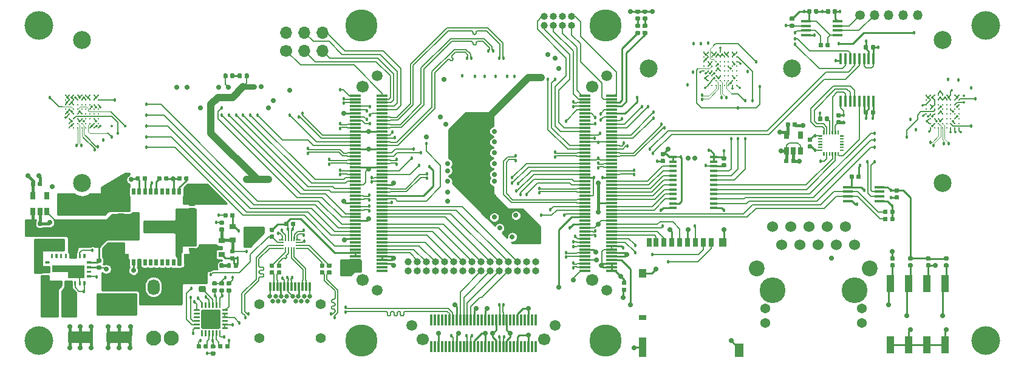
<source format=gbr>
G04 #@! TF.GenerationSoftware,KiCad,Pcbnew,5.1.0-unknown-c1c4a09~94~ubuntu18.04.1*
G04 #@! TF.CreationDate,2019-04-01T00:28:56+08:00*
G04 #@! TF.ProjectId,ovc3,6f766333-2e6b-4696-9361-645f70636258,rev?*
G04 #@! TF.SameCoordinates,Original*
G04 #@! TF.FileFunction,Copper,L1,Top*
G04 #@! TF.FilePolarity,Positive*
%FSLAX46Y46*%
G04 Gerber Fmt 4.6, Leading zero omitted, Abs format (unit mm)*
G04 Created by KiCad (PCBNEW 5.1.0-unknown-c1c4a09~94~ubuntu18.04.1) date 2019-04-01 00:28:56*
%MOMM*%
%LPD*%
G04 APERTURE LIST*
%ADD10O,1.700000X1.700000*%
%ADD11C,1.700000*%
%ADD12C,0.100000*%
%ADD13C,1.600000*%
%ADD14C,4.500000*%
%ADD15R,1.500000X0.300000*%
%ADD16C,1.500000*%
%ADD17R,0.300000X1.500000*%
%ADD18O,1.000000X1.000000*%
%ADD19C,1.000000*%
%ADD20C,0.590000*%
%ADD21R,1.120000X2.440000*%
%ADD22C,0.600000*%
%ADD23C,0.300000*%
%ADD24C,1.800000*%
%ADD25C,1.250000*%
%ADD26C,0.875000*%
%ADD27O,1.350000X1.350000*%
%ADD28C,1.350000*%
%ADD29R,0.450000X1.500000*%
%ADD30C,2.500000*%
%ADD31C,0.250000*%
%ADD32R,1.450000X0.450000*%
%ADD33R,1.100000X0.400000*%
%ADD34C,2.100000*%
%ADD35O,1.700000X2.200000*%
%ADD36R,1.300000X1.900000*%
%ADD37R,1.000000X2.800000*%
%ADD38R,1.000000X0.800000*%
%ADD39R,1.000000X1.200000*%
%ADD40R,0.700000X1.200000*%
%ADD41R,0.650000X1.060000*%
%ADD42C,1.524000*%
%ADD43C,3.600000*%
%ADD44C,2.200000*%
%ADD45C,1.371600*%
%ADD46C,0.200000*%
%ADD47R,6.000000X0.525000*%
%ADD48R,1.400000X3.290000*%
%ADD49R,0.950000X0.500000*%
%ADD50R,0.500000X0.950000*%
%ADD51R,1.650000X1.650000*%
%ADD52R,0.200000X0.750000*%
%ADD53R,0.200000X0.650000*%
%ADD54R,0.650000X0.200000*%
%ADD55R,0.900000X0.800000*%
%ADD56C,2.700000*%
%ADD57C,0.650000*%
%ADD58C,1.400000*%
%ADD59R,0.300000X1.200000*%
%ADD60C,4.000000*%
%ADD61C,0.457200*%
%ADD62C,0.355600*%
%ADD63C,0.711200*%
%ADD64C,0.406400*%
%ADD65C,0.101600*%
%ADD66C,0.254000*%
%ADD67C,0.152400*%
%ADD68C,0.203200*%
%ADD69C,0.406400*%
%ADD70C,0.127000*%
%ADD71C,0.177800*%
%ADD72C,1.000000*%
%ADD73C,0.800000*%
G04 APERTURE END LIST*
D10*
X121580000Y-73960000D03*
X121580000Y-76500000D03*
X119040000Y-73960000D03*
X119040000Y-76500000D03*
X116500000Y-73960000D03*
D11*
X116500000Y-76500000D03*
D12*
G36*
X89324504Y-115701204D02*
G01*
X89348773Y-115704804D01*
X89372571Y-115710765D01*
X89395671Y-115719030D01*
X89417849Y-115729520D01*
X89438893Y-115742133D01*
X89458598Y-115756747D01*
X89476777Y-115773223D01*
X89493253Y-115791402D01*
X89507867Y-115811107D01*
X89520480Y-115832151D01*
X89530970Y-115854329D01*
X89539235Y-115877429D01*
X89545196Y-115901227D01*
X89548796Y-115925496D01*
X89550000Y-115950000D01*
X89550000Y-117050000D01*
X89548796Y-117074504D01*
X89545196Y-117098773D01*
X89539235Y-117122571D01*
X89530970Y-117145671D01*
X89520480Y-117167849D01*
X89507867Y-117188893D01*
X89493253Y-117208598D01*
X89476777Y-117226777D01*
X89458598Y-117243253D01*
X89438893Y-117257867D01*
X89417849Y-117270480D01*
X89395671Y-117280970D01*
X89372571Y-117289235D01*
X89348773Y-117295196D01*
X89324504Y-117298796D01*
X89300000Y-117300000D01*
X86300000Y-117300000D01*
X86275496Y-117298796D01*
X86251227Y-117295196D01*
X86227429Y-117289235D01*
X86204329Y-117280970D01*
X86182151Y-117270480D01*
X86161107Y-117257867D01*
X86141402Y-117243253D01*
X86123223Y-117226777D01*
X86106747Y-117208598D01*
X86092133Y-117188893D01*
X86079520Y-117167849D01*
X86069030Y-117145671D01*
X86060765Y-117122571D01*
X86054804Y-117098773D01*
X86051204Y-117074504D01*
X86050000Y-117050000D01*
X86050000Y-115950000D01*
X86051204Y-115925496D01*
X86054804Y-115901227D01*
X86060765Y-115877429D01*
X86069030Y-115854329D01*
X86079520Y-115832151D01*
X86092133Y-115811107D01*
X86106747Y-115791402D01*
X86123223Y-115773223D01*
X86141402Y-115756747D01*
X86161107Y-115742133D01*
X86182151Y-115729520D01*
X86204329Y-115719030D01*
X86227429Y-115710765D01*
X86251227Y-115704804D01*
X86275496Y-115701204D01*
X86300000Y-115700000D01*
X89300000Y-115700000D01*
X89324504Y-115701204D01*
X89324504Y-115701204D01*
G37*
D13*
X87800000Y-116500000D03*
D12*
G36*
X94724504Y-115701204D02*
G01*
X94748773Y-115704804D01*
X94772571Y-115710765D01*
X94795671Y-115719030D01*
X94817849Y-115729520D01*
X94838893Y-115742133D01*
X94858598Y-115756747D01*
X94876777Y-115773223D01*
X94893253Y-115791402D01*
X94907867Y-115811107D01*
X94920480Y-115832151D01*
X94930970Y-115854329D01*
X94939235Y-115877429D01*
X94945196Y-115901227D01*
X94948796Y-115925496D01*
X94950000Y-115950000D01*
X94950000Y-117050000D01*
X94948796Y-117074504D01*
X94945196Y-117098773D01*
X94939235Y-117122571D01*
X94930970Y-117145671D01*
X94920480Y-117167849D01*
X94907867Y-117188893D01*
X94893253Y-117208598D01*
X94876777Y-117226777D01*
X94858598Y-117243253D01*
X94838893Y-117257867D01*
X94817849Y-117270480D01*
X94795671Y-117280970D01*
X94772571Y-117289235D01*
X94748773Y-117295196D01*
X94724504Y-117298796D01*
X94700000Y-117300000D01*
X91700000Y-117300000D01*
X91675496Y-117298796D01*
X91651227Y-117295196D01*
X91627429Y-117289235D01*
X91604329Y-117280970D01*
X91582151Y-117270480D01*
X91561107Y-117257867D01*
X91541402Y-117243253D01*
X91523223Y-117226777D01*
X91506747Y-117208598D01*
X91492133Y-117188893D01*
X91479520Y-117167849D01*
X91469030Y-117145671D01*
X91460765Y-117122571D01*
X91454804Y-117098773D01*
X91451204Y-117074504D01*
X91450000Y-117050000D01*
X91450000Y-115950000D01*
X91451204Y-115925496D01*
X91454804Y-115901227D01*
X91460765Y-115877429D01*
X91469030Y-115854329D01*
X91479520Y-115832151D01*
X91492133Y-115811107D01*
X91506747Y-115791402D01*
X91523223Y-115773223D01*
X91541402Y-115756747D01*
X91561107Y-115742133D01*
X91582151Y-115729520D01*
X91604329Y-115719030D01*
X91627429Y-115710765D01*
X91651227Y-115704804D01*
X91675496Y-115701204D01*
X91700000Y-115700000D01*
X94700000Y-115700000D01*
X94724504Y-115701204D01*
X94724504Y-115701204D01*
G37*
D13*
X93200000Y-116500000D03*
D14*
X161000000Y-117000000D03*
X127000000Y-117000000D03*
X127000000Y-73000000D03*
X161000000Y-73000000D03*
D15*
X161850000Y-94750000D03*
X161850000Y-94250000D03*
X158150000Y-103750000D03*
X158150000Y-94750000D03*
X158150000Y-92750000D03*
X158150000Y-88250000D03*
X158150000Y-95250000D03*
X161850000Y-84250000D03*
X158150000Y-97250000D03*
X158150000Y-91750000D03*
X161850000Y-88250000D03*
X161850000Y-88750000D03*
X161850000Y-102250000D03*
X161850000Y-106750000D03*
X158150000Y-105250000D03*
X161850000Y-102750000D03*
X161850000Y-82750000D03*
X158150000Y-96750000D03*
X158150000Y-98250000D03*
X158150000Y-102250000D03*
X161850000Y-85750000D03*
D11*
X159150000Y-108500000D03*
D15*
X161850000Y-95750000D03*
X161850000Y-106250000D03*
X158150000Y-92250000D03*
X161850000Y-86250000D03*
X161850000Y-84750000D03*
X161850000Y-100250000D03*
X161850000Y-104250000D03*
X161850000Y-97750000D03*
X158150000Y-91250000D03*
X161850000Y-92750000D03*
X158150000Y-83250000D03*
X158150000Y-85250000D03*
X158150000Y-95750000D03*
X158150000Y-100250000D03*
X161850000Y-87750000D03*
X158150000Y-101750000D03*
X161850000Y-103250000D03*
X158150000Y-106250000D03*
X161850000Y-101750000D03*
X158150000Y-87250000D03*
X158150000Y-100750000D03*
X158150000Y-97750000D03*
X158150000Y-107250000D03*
X158150000Y-88750000D03*
D16*
X161150000Y-80025000D03*
D15*
X161850000Y-99750000D03*
X158150000Y-98750000D03*
X158150000Y-103250000D03*
X161850000Y-87250000D03*
X158150000Y-87750000D03*
X161850000Y-96250000D03*
X158150000Y-93250000D03*
X158150000Y-90250000D03*
X161850000Y-100750000D03*
X158150000Y-104250000D03*
X158150000Y-90750000D03*
X158150000Y-85750000D03*
X161850000Y-101250000D03*
X158150000Y-99250000D03*
X161850000Y-83250000D03*
X161850000Y-90750000D03*
X161850000Y-98750000D03*
X161850000Y-96750000D03*
X161850000Y-85250000D03*
X158150000Y-101250000D03*
X161850000Y-105750000D03*
X161850000Y-104750000D03*
X158150000Y-84250000D03*
X161850000Y-92250000D03*
X158150000Y-94250000D03*
X158150000Y-96250000D03*
X161850000Y-107250000D03*
X158150000Y-86250000D03*
X161850000Y-89250000D03*
X161850000Y-91250000D03*
X158150000Y-89750000D03*
D16*
X161150000Y-109975000D03*
D15*
X161850000Y-93750000D03*
X158150000Y-83750000D03*
X161850000Y-105250000D03*
X161850000Y-99250000D03*
D11*
X159150000Y-81500000D03*
D15*
X158150000Y-106750000D03*
X158150000Y-89250000D03*
X161850000Y-91750000D03*
X161850000Y-89750000D03*
X158150000Y-82750000D03*
X161850000Y-98250000D03*
X158150000Y-93750000D03*
X161850000Y-83750000D03*
X158150000Y-84750000D03*
X161850000Y-90250000D03*
X161850000Y-103750000D03*
X161850000Y-97250000D03*
X158150000Y-105750000D03*
X161850000Y-95250000D03*
X158150000Y-102750000D03*
X158150000Y-99750000D03*
X161850000Y-86750000D03*
X161850000Y-93250000D03*
X158150000Y-104750000D03*
X158150000Y-86750000D03*
X129850000Y-90750000D03*
X126150000Y-94250000D03*
X129850000Y-102750000D03*
X126150000Y-96750000D03*
X126150000Y-82750000D03*
X129850000Y-95250000D03*
X126150000Y-97750000D03*
X129850000Y-90250000D03*
X126150000Y-92750000D03*
X126150000Y-93250000D03*
X129850000Y-105750000D03*
X126150000Y-93750000D03*
X126150000Y-106250000D03*
X129850000Y-84750000D03*
X126150000Y-95250000D03*
X129850000Y-105250000D03*
X126150000Y-107250000D03*
X129850000Y-106250000D03*
X129850000Y-95750000D03*
X126150000Y-88750000D03*
X129850000Y-99250000D03*
X126150000Y-100750000D03*
X126150000Y-83250000D03*
X129850000Y-96250000D03*
X126150000Y-87750000D03*
X126150000Y-92250000D03*
X126150000Y-96250000D03*
X126150000Y-84750000D03*
X126150000Y-105250000D03*
X129850000Y-93750000D03*
X126150000Y-103250000D03*
X129850000Y-99750000D03*
X129850000Y-92250000D03*
D16*
X129150000Y-80025000D03*
D15*
X129850000Y-83250000D03*
X129850000Y-97250000D03*
X129850000Y-86750000D03*
X126150000Y-91750000D03*
X126150000Y-105750000D03*
X126150000Y-101750000D03*
X129850000Y-88750000D03*
X126150000Y-86250000D03*
X129850000Y-87750000D03*
X126150000Y-83750000D03*
X126150000Y-90250000D03*
X129850000Y-100250000D03*
X126150000Y-95750000D03*
X129850000Y-106750000D03*
X129850000Y-103250000D03*
X126150000Y-87250000D03*
X126150000Y-99750000D03*
X129850000Y-87250000D03*
X129850000Y-94250000D03*
X126150000Y-100250000D03*
X126150000Y-101250000D03*
X129850000Y-93250000D03*
X129850000Y-84250000D03*
X129850000Y-104750000D03*
X126150000Y-98250000D03*
D11*
X127150000Y-81500000D03*
D15*
X129850000Y-85750000D03*
X129850000Y-89250000D03*
X126150000Y-91250000D03*
D11*
X127150000Y-108500000D03*
D15*
X129850000Y-96750000D03*
X126150000Y-90750000D03*
X129850000Y-100750000D03*
X129850000Y-83750000D03*
X126150000Y-103750000D03*
X129850000Y-88250000D03*
X126150000Y-85750000D03*
X129850000Y-97750000D03*
X129850000Y-85250000D03*
X129850000Y-101250000D03*
X129850000Y-82750000D03*
D16*
X129150000Y-109975000D03*
D15*
X126150000Y-85250000D03*
X126150000Y-89750000D03*
X126150000Y-97250000D03*
X129850000Y-91750000D03*
X129850000Y-103750000D03*
X129850000Y-92750000D03*
X129850000Y-89750000D03*
X129850000Y-91250000D03*
X126150000Y-102750000D03*
X129850000Y-98250000D03*
X126150000Y-106750000D03*
X126150000Y-94750000D03*
X129850000Y-101750000D03*
X126150000Y-86750000D03*
X129850000Y-86250000D03*
X126150000Y-102250000D03*
X126150000Y-99250000D03*
X126150000Y-89250000D03*
X126150000Y-104750000D03*
X129850000Y-98750000D03*
X126150000Y-88250000D03*
X126150000Y-84250000D03*
X126150000Y-98750000D03*
X129850000Y-102250000D03*
X129850000Y-94750000D03*
X129850000Y-107250000D03*
X126150000Y-104250000D03*
X129850000Y-104250000D03*
D17*
X140250000Y-117850000D03*
X140750000Y-117850000D03*
X141250000Y-117850000D03*
X140250000Y-114150000D03*
X140750000Y-114150000D03*
X141250000Y-114150000D03*
X151250000Y-117850000D03*
X150750000Y-117850000D03*
X137250000Y-114150000D03*
X137750000Y-114150000D03*
X138250000Y-114150000D03*
X138750000Y-117850000D03*
X139250000Y-117850000D03*
X139750000Y-117850000D03*
X149750000Y-117850000D03*
X141750000Y-114150000D03*
X142250000Y-114150000D03*
X142750000Y-114150000D03*
X149250000Y-114150000D03*
X149750000Y-114150000D03*
X150250000Y-114150000D03*
X147750000Y-117850000D03*
X148250000Y-117850000D03*
X138750000Y-114150000D03*
X139250000Y-114150000D03*
X139750000Y-114150000D03*
X146250000Y-114150000D03*
X146750000Y-114150000D03*
X147250000Y-114150000D03*
X143250000Y-117850000D03*
X143750000Y-117850000D03*
X144250000Y-117850000D03*
X137250000Y-117850000D03*
X137750000Y-117850000D03*
X138250000Y-117850000D03*
X143250000Y-114150000D03*
X143750000Y-114150000D03*
X144250000Y-114150000D03*
X144750000Y-114150000D03*
X145250000Y-114150000D03*
X145750000Y-114150000D03*
X150750000Y-114150000D03*
X151250000Y-114150000D03*
X136750000Y-117850000D03*
X149250000Y-117850000D03*
D11*
X152500000Y-116850000D03*
X135500000Y-116850000D03*
D17*
X136750000Y-114150000D03*
X141750000Y-117850000D03*
X142250000Y-117850000D03*
X142750000Y-117850000D03*
X148750000Y-117850000D03*
X150250000Y-117850000D03*
D16*
X153975000Y-114850000D03*
X134025000Y-114850000D03*
D17*
X146250000Y-117850000D03*
X146750000Y-117850000D03*
X147250000Y-117850000D03*
X144750000Y-117850000D03*
X145250000Y-117850000D03*
X145750000Y-117850000D03*
X147750000Y-114150000D03*
X148250000Y-114150000D03*
X148750000Y-114150000D03*
D18*
X156310000Y-71730000D03*
X156310000Y-73000000D03*
X155040000Y-71730000D03*
X155040000Y-73000000D03*
X153770000Y-71730000D03*
X153770000Y-73000000D03*
X152500000Y-71730000D03*
D19*
X152500000Y-73000000D03*
D12*
G36*
X109146958Y-79680710D02*
G01*
X109161276Y-79682834D01*
X109175317Y-79686351D01*
X109188946Y-79691228D01*
X109202031Y-79697417D01*
X109214447Y-79704858D01*
X109226073Y-79713481D01*
X109236798Y-79723202D01*
X109246519Y-79733927D01*
X109255142Y-79745553D01*
X109262583Y-79757969D01*
X109268772Y-79771054D01*
X109273649Y-79784683D01*
X109277166Y-79798724D01*
X109279290Y-79813042D01*
X109280000Y-79827500D01*
X109280000Y-80172500D01*
X109279290Y-80186958D01*
X109277166Y-80201276D01*
X109273649Y-80215317D01*
X109268772Y-80228946D01*
X109262583Y-80242031D01*
X109255142Y-80254447D01*
X109246519Y-80266073D01*
X109236798Y-80276798D01*
X109226073Y-80286519D01*
X109214447Y-80295142D01*
X109202031Y-80302583D01*
X109188946Y-80308772D01*
X109175317Y-80313649D01*
X109161276Y-80317166D01*
X109146958Y-80319290D01*
X109132500Y-80320000D01*
X108837500Y-80320000D01*
X108823042Y-80319290D01*
X108808724Y-80317166D01*
X108794683Y-80313649D01*
X108781054Y-80308772D01*
X108767969Y-80302583D01*
X108755553Y-80295142D01*
X108743927Y-80286519D01*
X108733202Y-80276798D01*
X108723481Y-80266073D01*
X108714858Y-80254447D01*
X108707417Y-80242031D01*
X108701228Y-80228946D01*
X108696351Y-80215317D01*
X108692834Y-80201276D01*
X108690710Y-80186958D01*
X108690000Y-80172500D01*
X108690000Y-79827500D01*
X108690710Y-79813042D01*
X108692834Y-79798724D01*
X108696351Y-79784683D01*
X108701228Y-79771054D01*
X108707417Y-79757969D01*
X108714858Y-79745553D01*
X108723481Y-79733927D01*
X108733202Y-79723202D01*
X108743927Y-79713481D01*
X108755553Y-79704858D01*
X108767969Y-79697417D01*
X108781054Y-79691228D01*
X108794683Y-79686351D01*
X108808724Y-79682834D01*
X108823042Y-79680710D01*
X108837500Y-79680000D01*
X109132500Y-79680000D01*
X109146958Y-79680710D01*
X109146958Y-79680710D01*
G37*
D20*
X108985000Y-80000000D03*
D12*
G36*
X108176958Y-79680710D02*
G01*
X108191276Y-79682834D01*
X108205317Y-79686351D01*
X108218946Y-79691228D01*
X108232031Y-79697417D01*
X108244447Y-79704858D01*
X108256073Y-79713481D01*
X108266798Y-79723202D01*
X108276519Y-79733927D01*
X108285142Y-79745553D01*
X108292583Y-79757969D01*
X108298772Y-79771054D01*
X108303649Y-79784683D01*
X108307166Y-79798724D01*
X108309290Y-79813042D01*
X108310000Y-79827500D01*
X108310000Y-80172500D01*
X108309290Y-80186958D01*
X108307166Y-80201276D01*
X108303649Y-80215317D01*
X108298772Y-80228946D01*
X108292583Y-80242031D01*
X108285142Y-80254447D01*
X108276519Y-80266073D01*
X108266798Y-80276798D01*
X108256073Y-80286519D01*
X108244447Y-80295142D01*
X108232031Y-80302583D01*
X108218946Y-80308772D01*
X108205317Y-80313649D01*
X108191276Y-80317166D01*
X108176958Y-80319290D01*
X108162500Y-80320000D01*
X107867500Y-80320000D01*
X107853042Y-80319290D01*
X107838724Y-80317166D01*
X107824683Y-80313649D01*
X107811054Y-80308772D01*
X107797969Y-80302583D01*
X107785553Y-80295142D01*
X107773927Y-80286519D01*
X107763202Y-80276798D01*
X107753481Y-80266073D01*
X107744858Y-80254447D01*
X107737417Y-80242031D01*
X107731228Y-80228946D01*
X107726351Y-80215317D01*
X107722834Y-80201276D01*
X107720710Y-80186958D01*
X107720000Y-80172500D01*
X107720000Y-79827500D01*
X107720710Y-79813042D01*
X107722834Y-79798724D01*
X107726351Y-79784683D01*
X107731228Y-79771054D01*
X107737417Y-79757969D01*
X107744858Y-79745553D01*
X107753481Y-79733927D01*
X107763202Y-79723202D01*
X107773927Y-79713481D01*
X107785553Y-79704858D01*
X107797969Y-79697417D01*
X107811054Y-79691228D01*
X107824683Y-79686351D01*
X107838724Y-79682834D01*
X107853042Y-79680710D01*
X107867500Y-79680000D01*
X108162500Y-79680000D01*
X108176958Y-79680710D01*
X108176958Y-79680710D01*
G37*
D20*
X108015000Y-80000000D03*
D12*
G36*
X110176958Y-79680710D02*
G01*
X110191276Y-79682834D01*
X110205317Y-79686351D01*
X110218946Y-79691228D01*
X110232031Y-79697417D01*
X110244447Y-79704858D01*
X110256073Y-79713481D01*
X110266798Y-79723202D01*
X110276519Y-79733927D01*
X110285142Y-79745553D01*
X110292583Y-79757969D01*
X110298772Y-79771054D01*
X110303649Y-79784683D01*
X110307166Y-79798724D01*
X110309290Y-79813042D01*
X110310000Y-79827500D01*
X110310000Y-80172500D01*
X110309290Y-80186958D01*
X110307166Y-80201276D01*
X110303649Y-80215317D01*
X110298772Y-80228946D01*
X110292583Y-80242031D01*
X110285142Y-80254447D01*
X110276519Y-80266073D01*
X110266798Y-80276798D01*
X110256073Y-80286519D01*
X110244447Y-80295142D01*
X110232031Y-80302583D01*
X110218946Y-80308772D01*
X110205317Y-80313649D01*
X110191276Y-80317166D01*
X110176958Y-80319290D01*
X110162500Y-80320000D01*
X109867500Y-80320000D01*
X109853042Y-80319290D01*
X109838724Y-80317166D01*
X109824683Y-80313649D01*
X109811054Y-80308772D01*
X109797969Y-80302583D01*
X109785553Y-80295142D01*
X109773927Y-80286519D01*
X109763202Y-80276798D01*
X109753481Y-80266073D01*
X109744858Y-80254447D01*
X109737417Y-80242031D01*
X109731228Y-80228946D01*
X109726351Y-80215317D01*
X109722834Y-80201276D01*
X109720710Y-80186958D01*
X109720000Y-80172500D01*
X109720000Y-79827500D01*
X109720710Y-79813042D01*
X109722834Y-79798724D01*
X109726351Y-79784683D01*
X109731228Y-79771054D01*
X109737417Y-79757969D01*
X109744858Y-79745553D01*
X109753481Y-79733927D01*
X109763202Y-79723202D01*
X109773927Y-79713481D01*
X109785553Y-79704858D01*
X109797969Y-79697417D01*
X109811054Y-79691228D01*
X109824683Y-79686351D01*
X109838724Y-79682834D01*
X109853042Y-79680710D01*
X109867500Y-79680000D01*
X110162500Y-79680000D01*
X110176958Y-79680710D01*
X110176958Y-79680710D01*
G37*
D20*
X110015000Y-80000000D03*
D12*
G36*
X111146958Y-79680710D02*
G01*
X111161276Y-79682834D01*
X111175317Y-79686351D01*
X111188946Y-79691228D01*
X111202031Y-79697417D01*
X111214447Y-79704858D01*
X111226073Y-79713481D01*
X111236798Y-79723202D01*
X111246519Y-79733927D01*
X111255142Y-79745553D01*
X111262583Y-79757969D01*
X111268772Y-79771054D01*
X111273649Y-79784683D01*
X111277166Y-79798724D01*
X111279290Y-79813042D01*
X111280000Y-79827500D01*
X111280000Y-80172500D01*
X111279290Y-80186958D01*
X111277166Y-80201276D01*
X111273649Y-80215317D01*
X111268772Y-80228946D01*
X111262583Y-80242031D01*
X111255142Y-80254447D01*
X111246519Y-80266073D01*
X111236798Y-80276798D01*
X111226073Y-80286519D01*
X111214447Y-80295142D01*
X111202031Y-80302583D01*
X111188946Y-80308772D01*
X111175317Y-80313649D01*
X111161276Y-80317166D01*
X111146958Y-80319290D01*
X111132500Y-80320000D01*
X110837500Y-80320000D01*
X110823042Y-80319290D01*
X110808724Y-80317166D01*
X110794683Y-80313649D01*
X110781054Y-80308772D01*
X110767969Y-80302583D01*
X110755553Y-80295142D01*
X110743927Y-80286519D01*
X110733202Y-80276798D01*
X110723481Y-80266073D01*
X110714858Y-80254447D01*
X110707417Y-80242031D01*
X110701228Y-80228946D01*
X110696351Y-80215317D01*
X110692834Y-80201276D01*
X110690710Y-80186958D01*
X110690000Y-80172500D01*
X110690000Y-79827500D01*
X110690710Y-79813042D01*
X110692834Y-79798724D01*
X110696351Y-79784683D01*
X110701228Y-79771054D01*
X110707417Y-79757969D01*
X110714858Y-79745553D01*
X110723481Y-79733927D01*
X110733202Y-79723202D01*
X110743927Y-79713481D01*
X110755553Y-79704858D01*
X110767969Y-79697417D01*
X110781054Y-79691228D01*
X110794683Y-79686351D01*
X110808724Y-79682834D01*
X110823042Y-79680710D01*
X110837500Y-79680000D01*
X111132500Y-79680000D01*
X111146958Y-79680710D01*
X111146958Y-79680710D01*
G37*
D20*
X110985000Y-80000000D03*
D21*
X200690000Y-109000000D03*
X208310000Y-117610000D03*
X203230000Y-109000000D03*
X205770000Y-117610000D03*
X205770000Y-109000000D03*
X203230000Y-117610000D03*
X208310000Y-109000000D03*
X200690000Y-117610000D03*
D12*
G36*
X208686958Y-106190710D02*
G01*
X208701276Y-106192834D01*
X208715317Y-106196351D01*
X208728946Y-106201228D01*
X208742031Y-106207417D01*
X208754447Y-106214858D01*
X208766073Y-106223481D01*
X208776798Y-106233202D01*
X208786519Y-106243927D01*
X208795142Y-106255553D01*
X208802583Y-106267969D01*
X208808772Y-106281054D01*
X208813649Y-106294683D01*
X208817166Y-106308724D01*
X208819290Y-106323042D01*
X208820000Y-106337500D01*
X208820000Y-106632500D01*
X208819290Y-106646958D01*
X208817166Y-106661276D01*
X208813649Y-106675317D01*
X208808772Y-106688946D01*
X208802583Y-106702031D01*
X208795142Y-106714447D01*
X208786519Y-106726073D01*
X208776798Y-106736798D01*
X208766073Y-106746519D01*
X208754447Y-106755142D01*
X208742031Y-106762583D01*
X208728946Y-106768772D01*
X208715317Y-106773649D01*
X208701276Y-106777166D01*
X208686958Y-106779290D01*
X208672500Y-106780000D01*
X208327500Y-106780000D01*
X208313042Y-106779290D01*
X208298724Y-106777166D01*
X208284683Y-106773649D01*
X208271054Y-106768772D01*
X208257969Y-106762583D01*
X208245553Y-106755142D01*
X208233927Y-106746519D01*
X208223202Y-106736798D01*
X208213481Y-106726073D01*
X208204858Y-106714447D01*
X208197417Y-106702031D01*
X208191228Y-106688946D01*
X208186351Y-106675317D01*
X208182834Y-106661276D01*
X208180710Y-106646958D01*
X208180000Y-106632500D01*
X208180000Y-106337500D01*
X208180710Y-106323042D01*
X208182834Y-106308724D01*
X208186351Y-106294683D01*
X208191228Y-106281054D01*
X208197417Y-106267969D01*
X208204858Y-106255553D01*
X208213481Y-106243927D01*
X208223202Y-106233202D01*
X208233927Y-106223481D01*
X208245553Y-106214858D01*
X208257969Y-106207417D01*
X208271054Y-106201228D01*
X208284683Y-106196351D01*
X208298724Y-106192834D01*
X208313042Y-106190710D01*
X208327500Y-106190000D01*
X208672500Y-106190000D01*
X208686958Y-106190710D01*
X208686958Y-106190710D01*
G37*
D20*
X208500000Y-106485000D03*
D12*
G36*
X208686958Y-105220710D02*
G01*
X208701276Y-105222834D01*
X208715317Y-105226351D01*
X208728946Y-105231228D01*
X208742031Y-105237417D01*
X208754447Y-105244858D01*
X208766073Y-105253481D01*
X208776798Y-105263202D01*
X208786519Y-105273927D01*
X208795142Y-105285553D01*
X208802583Y-105297969D01*
X208808772Y-105311054D01*
X208813649Y-105324683D01*
X208817166Y-105338724D01*
X208819290Y-105353042D01*
X208820000Y-105367500D01*
X208820000Y-105662500D01*
X208819290Y-105676958D01*
X208817166Y-105691276D01*
X208813649Y-105705317D01*
X208808772Y-105718946D01*
X208802583Y-105732031D01*
X208795142Y-105744447D01*
X208786519Y-105756073D01*
X208776798Y-105766798D01*
X208766073Y-105776519D01*
X208754447Y-105785142D01*
X208742031Y-105792583D01*
X208728946Y-105798772D01*
X208715317Y-105803649D01*
X208701276Y-105807166D01*
X208686958Y-105809290D01*
X208672500Y-105810000D01*
X208327500Y-105810000D01*
X208313042Y-105809290D01*
X208298724Y-105807166D01*
X208284683Y-105803649D01*
X208271054Y-105798772D01*
X208257969Y-105792583D01*
X208245553Y-105785142D01*
X208233927Y-105776519D01*
X208223202Y-105766798D01*
X208213481Y-105756073D01*
X208204858Y-105744447D01*
X208197417Y-105732031D01*
X208191228Y-105718946D01*
X208186351Y-105705317D01*
X208182834Y-105691276D01*
X208180710Y-105676958D01*
X208180000Y-105662500D01*
X208180000Y-105367500D01*
X208180710Y-105353042D01*
X208182834Y-105338724D01*
X208186351Y-105324683D01*
X208191228Y-105311054D01*
X208197417Y-105297969D01*
X208204858Y-105285553D01*
X208213481Y-105273927D01*
X208223202Y-105263202D01*
X208233927Y-105253481D01*
X208245553Y-105244858D01*
X208257969Y-105237417D01*
X208271054Y-105231228D01*
X208284683Y-105226351D01*
X208298724Y-105222834D01*
X208313042Y-105220710D01*
X208327500Y-105220000D01*
X208672500Y-105220000D01*
X208686958Y-105220710D01*
X208686958Y-105220710D01*
G37*
D20*
X208500000Y-105515000D03*
D12*
G36*
X206186958Y-106190710D02*
G01*
X206201276Y-106192834D01*
X206215317Y-106196351D01*
X206228946Y-106201228D01*
X206242031Y-106207417D01*
X206254447Y-106214858D01*
X206266073Y-106223481D01*
X206276798Y-106233202D01*
X206286519Y-106243927D01*
X206295142Y-106255553D01*
X206302583Y-106267969D01*
X206308772Y-106281054D01*
X206313649Y-106294683D01*
X206317166Y-106308724D01*
X206319290Y-106323042D01*
X206320000Y-106337500D01*
X206320000Y-106632500D01*
X206319290Y-106646958D01*
X206317166Y-106661276D01*
X206313649Y-106675317D01*
X206308772Y-106688946D01*
X206302583Y-106702031D01*
X206295142Y-106714447D01*
X206286519Y-106726073D01*
X206276798Y-106736798D01*
X206266073Y-106746519D01*
X206254447Y-106755142D01*
X206242031Y-106762583D01*
X206228946Y-106768772D01*
X206215317Y-106773649D01*
X206201276Y-106777166D01*
X206186958Y-106779290D01*
X206172500Y-106780000D01*
X205827500Y-106780000D01*
X205813042Y-106779290D01*
X205798724Y-106777166D01*
X205784683Y-106773649D01*
X205771054Y-106768772D01*
X205757969Y-106762583D01*
X205745553Y-106755142D01*
X205733927Y-106746519D01*
X205723202Y-106736798D01*
X205713481Y-106726073D01*
X205704858Y-106714447D01*
X205697417Y-106702031D01*
X205691228Y-106688946D01*
X205686351Y-106675317D01*
X205682834Y-106661276D01*
X205680710Y-106646958D01*
X205680000Y-106632500D01*
X205680000Y-106337500D01*
X205680710Y-106323042D01*
X205682834Y-106308724D01*
X205686351Y-106294683D01*
X205691228Y-106281054D01*
X205697417Y-106267969D01*
X205704858Y-106255553D01*
X205713481Y-106243927D01*
X205723202Y-106233202D01*
X205733927Y-106223481D01*
X205745553Y-106214858D01*
X205757969Y-106207417D01*
X205771054Y-106201228D01*
X205784683Y-106196351D01*
X205798724Y-106192834D01*
X205813042Y-106190710D01*
X205827500Y-106190000D01*
X206172500Y-106190000D01*
X206186958Y-106190710D01*
X206186958Y-106190710D01*
G37*
D20*
X206000000Y-106485000D03*
D12*
G36*
X206186958Y-105220710D02*
G01*
X206201276Y-105222834D01*
X206215317Y-105226351D01*
X206228946Y-105231228D01*
X206242031Y-105237417D01*
X206254447Y-105244858D01*
X206266073Y-105253481D01*
X206276798Y-105263202D01*
X206286519Y-105273927D01*
X206295142Y-105285553D01*
X206302583Y-105297969D01*
X206308772Y-105311054D01*
X206313649Y-105324683D01*
X206317166Y-105338724D01*
X206319290Y-105353042D01*
X206320000Y-105367500D01*
X206320000Y-105662500D01*
X206319290Y-105676958D01*
X206317166Y-105691276D01*
X206313649Y-105705317D01*
X206308772Y-105718946D01*
X206302583Y-105732031D01*
X206295142Y-105744447D01*
X206286519Y-105756073D01*
X206276798Y-105766798D01*
X206266073Y-105776519D01*
X206254447Y-105785142D01*
X206242031Y-105792583D01*
X206228946Y-105798772D01*
X206215317Y-105803649D01*
X206201276Y-105807166D01*
X206186958Y-105809290D01*
X206172500Y-105810000D01*
X205827500Y-105810000D01*
X205813042Y-105809290D01*
X205798724Y-105807166D01*
X205784683Y-105803649D01*
X205771054Y-105798772D01*
X205757969Y-105792583D01*
X205745553Y-105785142D01*
X205733927Y-105776519D01*
X205723202Y-105766798D01*
X205713481Y-105756073D01*
X205704858Y-105744447D01*
X205697417Y-105732031D01*
X205691228Y-105718946D01*
X205686351Y-105705317D01*
X205682834Y-105691276D01*
X205680710Y-105676958D01*
X205680000Y-105662500D01*
X205680000Y-105367500D01*
X205680710Y-105353042D01*
X205682834Y-105338724D01*
X205686351Y-105324683D01*
X205691228Y-105311054D01*
X205697417Y-105297969D01*
X205704858Y-105285553D01*
X205713481Y-105273927D01*
X205723202Y-105263202D01*
X205733927Y-105253481D01*
X205745553Y-105244858D01*
X205757969Y-105237417D01*
X205771054Y-105231228D01*
X205784683Y-105226351D01*
X205798724Y-105222834D01*
X205813042Y-105220710D01*
X205827500Y-105220000D01*
X206172500Y-105220000D01*
X206186958Y-105220710D01*
X206186958Y-105220710D01*
G37*
D20*
X206000000Y-105515000D03*
D12*
G36*
X203686958Y-106190710D02*
G01*
X203701276Y-106192834D01*
X203715317Y-106196351D01*
X203728946Y-106201228D01*
X203742031Y-106207417D01*
X203754447Y-106214858D01*
X203766073Y-106223481D01*
X203776798Y-106233202D01*
X203786519Y-106243927D01*
X203795142Y-106255553D01*
X203802583Y-106267969D01*
X203808772Y-106281054D01*
X203813649Y-106294683D01*
X203817166Y-106308724D01*
X203819290Y-106323042D01*
X203820000Y-106337500D01*
X203820000Y-106632500D01*
X203819290Y-106646958D01*
X203817166Y-106661276D01*
X203813649Y-106675317D01*
X203808772Y-106688946D01*
X203802583Y-106702031D01*
X203795142Y-106714447D01*
X203786519Y-106726073D01*
X203776798Y-106736798D01*
X203766073Y-106746519D01*
X203754447Y-106755142D01*
X203742031Y-106762583D01*
X203728946Y-106768772D01*
X203715317Y-106773649D01*
X203701276Y-106777166D01*
X203686958Y-106779290D01*
X203672500Y-106780000D01*
X203327500Y-106780000D01*
X203313042Y-106779290D01*
X203298724Y-106777166D01*
X203284683Y-106773649D01*
X203271054Y-106768772D01*
X203257969Y-106762583D01*
X203245553Y-106755142D01*
X203233927Y-106746519D01*
X203223202Y-106736798D01*
X203213481Y-106726073D01*
X203204858Y-106714447D01*
X203197417Y-106702031D01*
X203191228Y-106688946D01*
X203186351Y-106675317D01*
X203182834Y-106661276D01*
X203180710Y-106646958D01*
X203180000Y-106632500D01*
X203180000Y-106337500D01*
X203180710Y-106323042D01*
X203182834Y-106308724D01*
X203186351Y-106294683D01*
X203191228Y-106281054D01*
X203197417Y-106267969D01*
X203204858Y-106255553D01*
X203213481Y-106243927D01*
X203223202Y-106233202D01*
X203233927Y-106223481D01*
X203245553Y-106214858D01*
X203257969Y-106207417D01*
X203271054Y-106201228D01*
X203284683Y-106196351D01*
X203298724Y-106192834D01*
X203313042Y-106190710D01*
X203327500Y-106190000D01*
X203672500Y-106190000D01*
X203686958Y-106190710D01*
X203686958Y-106190710D01*
G37*
D20*
X203500000Y-106485000D03*
D12*
G36*
X203686958Y-105220710D02*
G01*
X203701276Y-105222834D01*
X203715317Y-105226351D01*
X203728946Y-105231228D01*
X203742031Y-105237417D01*
X203754447Y-105244858D01*
X203766073Y-105253481D01*
X203776798Y-105263202D01*
X203786519Y-105273927D01*
X203795142Y-105285553D01*
X203802583Y-105297969D01*
X203808772Y-105311054D01*
X203813649Y-105324683D01*
X203817166Y-105338724D01*
X203819290Y-105353042D01*
X203820000Y-105367500D01*
X203820000Y-105662500D01*
X203819290Y-105676958D01*
X203817166Y-105691276D01*
X203813649Y-105705317D01*
X203808772Y-105718946D01*
X203802583Y-105732031D01*
X203795142Y-105744447D01*
X203786519Y-105756073D01*
X203776798Y-105766798D01*
X203766073Y-105776519D01*
X203754447Y-105785142D01*
X203742031Y-105792583D01*
X203728946Y-105798772D01*
X203715317Y-105803649D01*
X203701276Y-105807166D01*
X203686958Y-105809290D01*
X203672500Y-105810000D01*
X203327500Y-105810000D01*
X203313042Y-105809290D01*
X203298724Y-105807166D01*
X203284683Y-105803649D01*
X203271054Y-105798772D01*
X203257969Y-105792583D01*
X203245553Y-105785142D01*
X203233927Y-105776519D01*
X203223202Y-105766798D01*
X203213481Y-105756073D01*
X203204858Y-105744447D01*
X203197417Y-105732031D01*
X203191228Y-105718946D01*
X203186351Y-105705317D01*
X203182834Y-105691276D01*
X203180710Y-105676958D01*
X203180000Y-105662500D01*
X203180000Y-105367500D01*
X203180710Y-105353042D01*
X203182834Y-105338724D01*
X203186351Y-105324683D01*
X203191228Y-105311054D01*
X203197417Y-105297969D01*
X203204858Y-105285553D01*
X203213481Y-105273927D01*
X203223202Y-105263202D01*
X203233927Y-105253481D01*
X203245553Y-105244858D01*
X203257969Y-105237417D01*
X203271054Y-105231228D01*
X203284683Y-105226351D01*
X203298724Y-105222834D01*
X203313042Y-105220710D01*
X203327500Y-105220000D01*
X203672500Y-105220000D01*
X203686958Y-105220710D01*
X203686958Y-105220710D01*
G37*
D20*
X203500000Y-105515000D03*
D12*
G36*
X201186958Y-106190710D02*
G01*
X201201276Y-106192834D01*
X201215317Y-106196351D01*
X201228946Y-106201228D01*
X201242031Y-106207417D01*
X201254447Y-106214858D01*
X201266073Y-106223481D01*
X201276798Y-106233202D01*
X201286519Y-106243927D01*
X201295142Y-106255553D01*
X201302583Y-106267969D01*
X201308772Y-106281054D01*
X201313649Y-106294683D01*
X201317166Y-106308724D01*
X201319290Y-106323042D01*
X201320000Y-106337500D01*
X201320000Y-106632500D01*
X201319290Y-106646958D01*
X201317166Y-106661276D01*
X201313649Y-106675317D01*
X201308772Y-106688946D01*
X201302583Y-106702031D01*
X201295142Y-106714447D01*
X201286519Y-106726073D01*
X201276798Y-106736798D01*
X201266073Y-106746519D01*
X201254447Y-106755142D01*
X201242031Y-106762583D01*
X201228946Y-106768772D01*
X201215317Y-106773649D01*
X201201276Y-106777166D01*
X201186958Y-106779290D01*
X201172500Y-106780000D01*
X200827500Y-106780000D01*
X200813042Y-106779290D01*
X200798724Y-106777166D01*
X200784683Y-106773649D01*
X200771054Y-106768772D01*
X200757969Y-106762583D01*
X200745553Y-106755142D01*
X200733927Y-106746519D01*
X200723202Y-106736798D01*
X200713481Y-106726073D01*
X200704858Y-106714447D01*
X200697417Y-106702031D01*
X200691228Y-106688946D01*
X200686351Y-106675317D01*
X200682834Y-106661276D01*
X200680710Y-106646958D01*
X200680000Y-106632500D01*
X200680000Y-106337500D01*
X200680710Y-106323042D01*
X200682834Y-106308724D01*
X200686351Y-106294683D01*
X200691228Y-106281054D01*
X200697417Y-106267969D01*
X200704858Y-106255553D01*
X200713481Y-106243927D01*
X200723202Y-106233202D01*
X200733927Y-106223481D01*
X200745553Y-106214858D01*
X200757969Y-106207417D01*
X200771054Y-106201228D01*
X200784683Y-106196351D01*
X200798724Y-106192834D01*
X200813042Y-106190710D01*
X200827500Y-106190000D01*
X201172500Y-106190000D01*
X201186958Y-106190710D01*
X201186958Y-106190710D01*
G37*
D20*
X201000000Y-106485000D03*
D12*
G36*
X201186958Y-105220710D02*
G01*
X201201276Y-105222834D01*
X201215317Y-105226351D01*
X201228946Y-105231228D01*
X201242031Y-105237417D01*
X201254447Y-105244858D01*
X201266073Y-105253481D01*
X201276798Y-105263202D01*
X201286519Y-105273927D01*
X201295142Y-105285553D01*
X201302583Y-105297969D01*
X201308772Y-105311054D01*
X201313649Y-105324683D01*
X201317166Y-105338724D01*
X201319290Y-105353042D01*
X201320000Y-105367500D01*
X201320000Y-105662500D01*
X201319290Y-105676958D01*
X201317166Y-105691276D01*
X201313649Y-105705317D01*
X201308772Y-105718946D01*
X201302583Y-105732031D01*
X201295142Y-105744447D01*
X201286519Y-105756073D01*
X201276798Y-105766798D01*
X201266073Y-105776519D01*
X201254447Y-105785142D01*
X201242031Y-105792583D01*
X201228946Y-105798772D01*
X201215317Y-105803649D01*
X201201276Y-105807166D01*
X201186958Y-105809290D01*
X201172500Y-105810000D01*
X200827500Y-105810000D01*
X200813042Y-105809290D01*
X200798724Y-105807166D01*
X200784683Y-105803649D01*
X200771054Y-105798772D01*
X200757969Y-105792583D01*
X200745553Y-105785142D01*
X200733927Y-105776519D01*
X200723202Y-105766798D01*
X200713481Y-105756073D01*
X200704858Y-105744447D01*
X200697417Y-105732031D01*
X200691228Y-105718946D01*
X200686351Y-105705317D01*
X200682834Y-105691276D01*
X200680710Y-105676958D01*
X200680000Y-105662500D01*
X200680000Y-105367500D01*
X200680710Y-105353042D01*
X200682834Y-105338724D01*
X200686351Y-105324683D01*
X200691228Y-105311054D01*
X200697417Y-105297969D01*
X200704858Y-105285553D01*
X200713481Y-105273927D01*
X200723202Y-105263202D01*
X200733927Y-105253481D01*
X200745553Y-105244858D01*
X200757969Y-105237417D01*
X200771054Y-105231228D01*
X200784683Y-105226351D01*
X200798724Y-105222834D01*
X200813042Y-105220710D01*
X200827500Y-105220000D01*
X201172500Y-105220000D01*
X201186958Y-105220710D01*
X201186958Y-105220710D01*
G37*
D20*
X201000000Y-105515000D03*
D18*
X151280000Y-107270000D03*
X151280000Y-106000000D03*
X150010000Y-107270000D03*
X150010000Y-106000000D03*
X148740000Y-107270000D03*
X148740000Y-106000000D03*
X147470000Y-107270000D03*
X147470000Y-106000000D03*
X146200000Y-107270000D03*
X146200000Y-106000000D03*
X144930000Y-107270000D03*
X144930000Y-106000000D03*
X143660000Y-107270000D03*
X143660000Y-106000000D03*
X142390000Y-107270000D03*
X142390000Y-106000000D03*
X141120000Y-107270000D03*
X141120000Y-106000000D03*
X139850000Y-107270000D03*
X139850000Y-106000000D03*
X138580000Y-107270000D03*
X138580000Y-106000000D03*
X137310000Y-107270000D03*
X137310000Y-106000000D03*
X136040000Y-107270000D03*
X136040000Y-106000000D03*
X134770000Y-107270000D03*
X134770000Y-106000000D03*
X133500000Y-107270000D03*
D19*
X133500000Y-106000000D03*
D22*
X86600000Y-106950000D03*
X86600000Y-107850000D03*
X87900000Y-107850000D03*
X87900000Y-106950000D03*
X85400000Y-106950000D03*
D12*
G36*
X88432351Y-108650361D02*
G01*
X88439632Y-108651441D01*
X88446771Y-108653229D01*
X88453701Y-108655709D01*
X88460355Y-108658856D01*
X88466668Y-108662640D01*
X88472579Y-108667024D01*
X88478033Y-108671967D01*
X88482976Y-108677421D01*
X88487360Y-108683332D01*
X88491144Y-108689645D01*
X88494291Y-108696299D01*
X88496771Y-108703229D01*
X88498559Y-108710368D01*
X88499639Y-108717649D01*
X88500000Y-108725000D01*
X88500000Y-109175000D01*
X88499639Y-109182351D01*
X88498559Y-109189632D01*
X88496771Y-109196771D01*
X88494291Y-109203701D01*
X88491144Y-109210355D01*
X88487360Y-109216668D01*
X88482976Y-109222579D01*
X88478033Y-109228033D01*
X88472579Y-109232976D01*
X88466668Y-109237360D01*
X88460355Y-109241144D01*
X88453701Y-109244291D01*
X88446771Y-109246771D01*
X88439632Y-109248559D01*
X88432351Y-109249639D01*
X88425000Y-109250000D01*
X88275000Y-109250000D01*
X88267649Y-109249639D01*
X88260368Y-109248559D01*
X88253229Y-109246771D01*
X88246299Y-109244291D01*
X88239645Y-109241144D01*
X88233332Y-109237360D01*
X88227421Y-109232976D01*
X88221967Y-109228033D01*
X88217024Y-109222579D01*
X88212640Y-109216668D01*
X88208856Y-109210355D01*
X88205709Y-109203701D01*
X88203229Y-109196771D01*
X88201441Y-109189632D01*
X88200361Y-109182351D01*
X88200000Y-109175000D01*
X88200000Y-108725000D01*
X88200361Y-108717649D01*
X88201441Y-108710368D01*
X88203229Y-108703229D01*
X88205709Y-108696299D01*
X88208856Y-108689645D01*
X88212640Y-108683332D01*
X88217024Y-108677421D01*
X88221967Y-108671967D01*
X88227421Y-108667024D01*
X88233332Y-108662640D01*
X88239645Y-108658856D01*
X88246299Y-108655709D01*
X88253229Y-108653229D01*
X88260368Y-108651441D01*
X88267649Y-108650361D01*
X88275000Y-108650000D01*
X88425000Y-108650000D01*
X88432351Y-108650361D01*
X88432351Y-108650361D01*
G37*
D23*
X88350000Y-108950000D03*
D12*
G36*
X83432351Y-107225361D02*
G01*
X83439632Y-107226441D01*
X83446771Y-107228229D01*
X83453701Y-107230709D01*
X83460355Y-107233856D01*
X83466668Y-107237640D01*
X83472579Y-107242024D01*
X83478033Y-107246967D01*
X83482976Y-107252421D01*
X83487360Y-107258332D01*
X83491144Y-107264645D01*
X83494291Y-107271299D01*
X83496771Y-107278229D01*
X83498559Y-107285368D01*
X83499639Y-107292649D01*
X83500000Y-107300000D01*
X83500000Y-107450000D01*
X83499639Y-107457351D01*
X83498559Y-107464632D01*
X83496771Y-107471771D01*
X83494291Y-107478701D01*
X83491144Y-107485355D01*
X83487360Y-107491668D01*
X83482976Y-107497579D01*
X83478033Y-107503033D01*
X83472579Y-107507976D01*
X83466668Y-107512360D01*
X83460355Y-107516144D01*
X83453701Y-107519291D01*
X83446771Y-107521771D01*
X83439632Y-107523559D01*
X83432351Y-107524639D01*
X83425000Y-107525000D01*
X82975000Y-107525000D01*
X82967649Y-107524639D01*
X82960368Y-107523559D01*
X82953229Y-107521771D01*
X82946299Y-107519291D01*
X82939645Y-107516144D01*
X82933332Y-107512360D01*
X82927421Y-107507976D01*
X82921967Y-107503033D01*
X82917024Y-107497579D01*
X82912640Y-107491668D01*
X82908856Y-107485355D01*
X82905709Y-107478701D01*
X82903229Y-107471771D01*
X82901441Y-107464632D01*
X82900361Y-107457351D01*
X82900000Y-107450000D01*
X82900000Y-107300000D01*
X82900361Y-107292649D01*
X82901441Y-107285368D01*
X82903229Y-107278229D01*
X82905709Y-107271299D01*
X82908856Y-107264645D01*
X82912640Y-107258332D01*
X82917024Y-107252421D01*
X82921967Y-107246967D01*
X82927421Y-107242024D01*
X82933332Y-107237640D01*
X82939645Y-107233856D01*
X82946299Y-107230709D01*
X82953229Y-107228229D01*
X82960368Y-107226441D01*
X82967649Y-107225361D01*
X82975000Y-107225000D01*
X83425000Y-107225000D01*
X83432351Y-107225361D01*
X83432351Y-107225361D01*
G37*
D23*
X83200000Y-107375000D03*
D12*
G36*
X83432351Y-106575361D02*
G01*
X83439632Y-106576441D01*
X83446771Y-106578229D01*
X83453701Y-106580709D01*
X83460355Y-106583856D01*
X83466668Y-106587640D01*
X83472579Y-106592024D01*
X83478033Y-106596967D01*
X83482976Y-106602421D01*
X83487360Y-106608332D01*
X83491144Y-106614645D01*
X83494291Y-106621299D01*
X83496771Y-106628229D01*
X83498559Y-106635368D01*
X83499639Y-106642649D01*
X83500000Y-106650000D01*
X83500000Y-106800000D01*
X83499639Y-106807351D01*
X83498559Y-106814632D01*
X83496771Y-106821771D01*
X83494291Y-106828701D01*
X83491144Y-106835355D01*
X83487360Y-106841668D01*
X83482976Y-106847579D01*
X83478033Y-106853033D01*
X83472579Y-106857976D01*
X83466668Y-106862360D01*
X83460355Y-106866144D01*
X83453701Y-106869291D01*
X83446771Y-106871771D01*
X83439632Y-106873559D01*
X83432351Y-106874639D01*
X83425000Y-106875000D01*
X82975000Y-106875000D01*
X82967649Y-106874639D01*
X82960368Y-106873559D01*
X82953229Y-106871771D01*
X82946299Y-106869291D01*
X82939645Y-106866144D01*
X82933332Y-106862360D01*
X82927421Y-106857976D01*
X82921967Y-106853033D01*
X82917024Y-106847579D01*
X82912640Y-106841668D01*
X82908856Y-106835355D01*
X82905709Y-106828701D01*
X82903229Y-106821771D01*
X82901441Y-106814632D01*
X82900361Y-106807351D01*
X82900000Y-106800000D01*
X82900000Y-106650000D01*
X82900361Y-106642649D01*
X82901441Y-106635368D01*
X82903229Y-106628229D01*
X82905709Y-106621299D01*
X82908856Y-106614645D01*
X82912640Y-106608332D01*
X82917024Y-106602421D01*
X82921967Y-106596967D01*
X82927421Y-106592024D01*
X82933332Y-106587640D01*
X82939645Y-106583856D01*
X82946299Y-106580709D01*
X82953229Y-106578229D01*
X82960368Y-106576441D01*
X82967649Y-106575361D01*
X82975000Y-106575000D01*
X83425000Y-106575000D01*
X83432351Y-106575361D01*
X83432351Y-106575361D01*
G37*
D23*
X83200000Y-106725000D03*
D12*
G36*
X87807351Y-108650361D02*
G01*
X87814632Y-108651441D01*
X87821771Y-108653229D01*
X87828701Y-108655709D01*
X87835355Y-108658856D01*
X87841668Y-108662640D01*
X87847579Y-108667024D01*
X87853033Y-108671967D01*
X87857976Y-108677421D01*
X87862360Y-108683332D01*
X87866144Y-108689645D01*
X87869291Y-108696299D01*
X87871771Y-108703229D01*
X87873559Y-108710368D01*
X87874639Y-108717649D01*
X87875000Y-108725000D01*
X87875000Y-109175000D01*
X87874639Y-109182351D01*
X87873559Y-109189632D01*
X87871771Y-109196771D01*
X87869291Y-109203701D01*
X87866144Y-109210355D01*
X87862360Y-109216668D01*
X87857976Y-109222579D01*
X87853033Y-109228033D01*
X87847579Y-109232976D01*
X87841668Y-109237360D01*
X87835355Y-109241144D01*
X87828701Y-109244291D01*
X87821771Y-109246771D01*
X87814632Y-109248559D01*
X87807351Y-109249639D01*
X87800000Y-109250000D01*
X87650000Y-109250000D01*
X87642649Y-109249639D01*
X87635368Y-109248559D01*
X87628229Y-109246771D01*
X87621299Y-109244291D01*
X87614645Y-109241144D01*
X87608332Y-109237360D01*
X87602421Y-109232976D01*
X87596967Y-109228033D01*
X87592024Y-109222579D01*
X87587640Y-109216668D01*
X87583856Y-109210355D01*
X87580709Y-109203701D01*
X87578229Y-109196771D01*
X87576441Y-109189632D01*
X87575361Y-109182351D01*
X87575000Y-109175000D01*
X87575000Y-108725000D01*
X87575361Y-108717649D01*
X87576441Y-108710368D01*
X87578229Y-108703229D01*
X87580709Y-108696299D01*
X87583856Y-108689645D01*
X87587640Y-108683332D01*
X87592024Y-108677421D01*
X87596967Y-108671967D01*
X87602421Y-108667024D01*
X87608332Y-108662640D01*
X87614645Y-108658856D01*
X87621299Y-108655709D01*
X87628229Y-108653229D01*
X87635368Y-108651441D01*
X87642649Y-108650361D01*
X87650000Y-108650000D01*
X87800000Y-108650000D01*
X87807351Y-108650361D01*
X87807351Y-108650361D01*
G37*
D23*
X87725000Y-108950000D03*
D12*
G36*
X83432351Y-105925361D02*
G01*
X83439632Y-105926441D01*
X83446771Y-105928229D01*
X83453701Y-105930709D01*
X83460355Y-105933856D01*
X83466668Y-105937640D01*
X83472579Y-105942024D01*
X83478033Y-105946967D01*
X83482976Y-105952421D01*
X83487360Y-105958332D01*
X83491144Y-105964645D01*
X83494291Y-105971299D01*
X83496771Y-105978229D01*
X83498559Y-105985368D01*
X83499639Y-105992649D01*
X83500000Y-106000000D01*
X83500000Y-106150000D01*
X83499639Y-106157351D01*
X83498559Y-106164632D01*
X83496771Y-106171771D01*
X83494291Y-106178701D01*
X83491144Y-106185355D01*
X83487360Y-106191668D01*
X83482976Y-106197579D01*
X83478033Y-106203033D01*
X83472579Y-106207976D01*
X83466668Y-106212360D01*
X83460355Y-106216144D01*
X83453701Y-106219291D01*
X83446771Y-106221771D01*
X83439632Y-106223559D01*
X83432351Y-106224639D01*
X83425000Y-106225000D01*
X82975000Y-106225000D01*
X82967649Y-106224639D01*
X82960368Y-106223559D01*
X82953229Y-106221771D01*
X82946299Y-106219291D01*
X82939645Y-106216144D01*
X82933332Y-106212360D01*
X82927421Y-106207976D01*
X82921967Y-106203033D01*
X82917024Y-106197579D01*
X82912640Y-106191668D01*
X82908856Y-106185355D01*
X82905709Y-106178701D01*
X82903229Y-106171771D01*
X82901441Y-106164632D01*
X82900361Y-106157351D01*
X82900000Y-106150000D01*
X82900000Y-106000000D01*
X82900361Y-105992649D01*
X82901441Y-105985368D01*
X82903229Y-105978229D01*
X82905709Y-105971299D01*
X82908856Y-105964645D01*
X82912640Y-105958332D01*
X82917024Y-105952421D01*
X82921967Y-105946967D01*
X82927421Y-105942024D01*
X82933332Y-105937640D01*
X82939645Y-105933856D01*
X82946299Y-105930709D01*
X82953229Y-105928229D01*
X82960368Y-105926441D01*
X82967649Y-105925361D01*
X82975000Y-105925000D01*
X83425000Y-105925000D01*
X83432351Y-105925361D01*
X83432351Y-105925361D01*
G37*
D23*
X83200000Y-106075000D03*
D12*
G36*
X87157351Y-104850361D02*
G01*
X87164632Y-104851441D01*
X87171771Y-104853229D01*
X87178701Y-104855709D01*
X87185355Y-104858856D01*
X87191668Y-104862640D01*
X87197579Y-104867024D01*
X87203033Y-104871967D01*
X87207976Y-104877421D01*
X87212360Y-104883332D01*
X87216144Y-104889645D01*
X87219291Y-104896299D01*
X87221771Y-104903229D01*
X87223559Y-104910368D01*
X87224639Y-104917649D01*
X87225000Y-104925000D01*
X87225000Y-105375000D01*
X87224639Y-105382351D01*
X87223559Y-105389632D01*
X87221771Y-105396771D01*
X87219291Y-105403701D01*
X87216144Y-105410355D01*
X87212360Y-105416668D01*
X87207976Y-105422579D01*
X87203033Y-105428033D01*
X87197579Y-105432976D01*
X87191668Y-105437360D01*
X87185355Y-105441144D01*
X87178701Y-105444291D01*
X87171771Y-105446771D01*
X87164632Y-105448559D01*
X87157351Y-105449639D01*
X87150000Y-105450000D01*
X87000000Y-105450000D01*
X86992649Y-105449639D01*
X86985368Y-105448559D01*
X86978229Y-105446771D01*
X86971299Y-105444291D01*
X86964645Y-105441144D01*
X86958332Y-105437360D01*
X86952421Y-105432976D01*
X86946967Y-105428033D01*
X86942024Y-105422579D01*
X86937640Y-105416668D01*
X86933856Y-105410355D01*
X86930709Y-105403701D01*
X86928229Y-105396771D01*
X86926441Y-105389632D01*
X86925361Y-105382351D01*
X86925000Y-105375000D01*
X86925000Y-104925000D01*
X86925361Y-104917649D01*
X86926441Y-104910368D01*
X86928229Y-104903229D01*
X86930709Y-104896299D01*
X86933856Y-104889645D01*
X86937640Y-104883332D01*
X86942024Y-104877421D01*
X86946967Y-104871967D01*
X86952421Y-104867024D01*
X86958332Y-104862640D01*
X86964645Y-104858856D01*
X86971299Y-104855709D01*
X86978229Y-104853229D01*
X86985368Y-104851441D01*
X86992649Y-104850361D01*
X87000000Y-104850000D01*
X87150000Y-104850000D01*
X87157351Y-104850361D01*
X87157351Y-104850361D01*
G37*
D23*
X87075000Y-105150000D03*
D12*
G36*
X83432351Y-107875361D02*
G01*
X83439632Y-107876441D01*
X83446771Y-107878229D01*
X83453701Y-107880709D01*
X83460355Y-107883856D01*
X83466668Y-107887640D01*
X83472579Y-107892024D01*
X83478033Y-107896967D01*
X83482976Y-107902421D01*
X83487360Y-107908332D01*
X83491144Y-107914645D01*
X83494291Y-107921299D01*
X83496771Y-107928229D01*
X83498559Y-107935368D01*
X83499639Y-107942649D01*
X83500000Y-107950000D01*
X83500000Y-108100000D01*
X83499639Y-108107351D01*
X83498559Y-108114632D01*
X83496771Y-108121771D01*
X83494291Y-108128701D01*
X83491144Y-108135355D01*
X83487360Y-108141668D01*
X83482976Y-108147579D01*
X83478033Y-108153033D01*
X83472579Y-108157976D01*
X83466668Y-108162360D01*
X83460355Y-108166144D01*
X83453701Y-108169291D01*
X83446771Y-108171771D01*
X83439632Y-108173559D01*
X83432351Y-108174639D01*
X83425000Y-108175000D01*
X82975000Y-108175000D01*
X82967649Y-108174639D01*
X82960368Y-108173559D01*
X82953229Y-108171771D01*
X82946299Y-108169291D01*
X82939645Y-108166144D01*
X82933332Y-108162360D01*
X82927421Y-108157976D01*
X82921967Y-108153033D01*
X82917024Y-108147579D01*
X82912640Y-108141668D01*
X82908856Y-108135355D01*
X82905709Y-108128701D01*
X82903229Y-108121771D01*
X82901441Y-108114632D01*
X82900361Y-108107351D01*
X82900000Y-108100000D01*
X82900000Y-107950000D01*
X82900361Y-107942649D01*
X82901441Y-107935368D01*
X82903229Y-107928229D01*
X82905709Y-107921299D01*
X82908856Y-107914645D01*
X82912640Y-107908332D01*
X82917024Y-107902421D01*
X82921967Y-107896967D01*
X82927421Y-107892024D01*
X82933332Y-107887640D01*
X82939645Y-107883856D01*
X82946299Y-107880709D01*
X82953229Y-107878229D01*
X82960368Y-107876441D01*
X82967649Y-107875361D01*
X82975000Y-107875000D01*
X83425000Y-107875000D01*
X83432351Y-107875361D01*
X83432351Y-107875361D01*
G37*
D23*
X83200000Y-108025000D03*
D12*
G36*
X85207351Y-104850361D02*
G01*
X85214632Y-104851441D01*
X85221771Y-104853229D01*
X85228701Y-104855709D01*
X85235355Y-104858856D01*
X85241668Y-104862640D01*
X85247579Y-104867024D01*
X85253033Y-104871967D01*
X85257976Y-104877421D01*
X85262360Y-104883332D01*
X85266144Y-104889645D01*
X85269291Y-104896299D01*
X85271771Y-104903229D01*
X85273559Y-104910368D01*
X85274639Y-104917649D01*
X85275000Y-104925000D01*
X85275000Y-105375000D01*
X85274639Y-105382351D01*
X85273559Y-105389632D01*
X85271771Y-105396771D01*
X85269291Y-105403701D01*
X85266144Y-105410355D01*
X85262360Y-105416668D01*
X85257976Y-105422579D01*
X85253033Y-105428033D01*
X85247579Y-105432976D01*
X85241668Y-105437360D01*
X85235355Y-105441144D01*
X85228701Y-105444291D01*
X85221771Y-105446771D01*
X85214632Y-105448559D01*
X85207351Y-105449639D01*
X85200000Y-105450000D01*
X85050000Y-105450000D01*
X85042649Y-105449639D01*
X85035368Y-105448559D01*
X85028229Y-105446771D01*
X85021299Y-105444291D01*
X85014645Y-105441144D01*
X85008332Y-105437360D01*
X85002421Y-105432976D01*
X84996967Y-105428033D01*
X84992024Y-105422579D01*
X84987640Y-105416668D01*
X84983856Y-105410355D01*
X84980709Y-105403701D01*
X84978229Y-105396771D01*
X84976441Y-105389632D01*
X84975361Y-105382351D01*
X84975000Y-105375000D01*
X84975000Y-104925000D01*
X84975361Y-104917649D01*
X84976441Y-104910368D01*
X84978229Y-104903229D01*
X84980709Y-104896299D01*
X84983856Y-104889645D01*
X84987640Y-104883332D01*
X84992024Y-104877421D01*
X84996967Y-104871967D01*
X85002421Y-104867024D01*
X85008332Y-104862640D01*
X85014645Y-104858856D01*
X85021299Y-104855709D01*
X85028229Y-104853229D01*
X85035368Y-104851441D01*
X85042649Y-104850361D01*
X85050000Y-104850000D01*
X85200000Y-104850000D01*
X85207351Y-104850361D01*
X85207351Y-104850361D01*
G37*
D23*
X85125000Y-105150000D03*
D12*
G36*
X89232351Y-105925361D02*
G01*
X89239632Y-105926441D01*
X89246771Y-105928229D01*
X89253701Y-105930709D01*
X89260355Y-105933856D01*
X89266668Y-105937640D01*
X89272579Y-105942024D01*
X89278033Y-105946967D01*
X89282976Y-105952421D01*
X89287360Y-105958332D01*
X89291144Y-105964645D01*
X89294291Y-105971299D01*
X89296771Y-105978229D01*
X89298559Y-105985368D01*
X89299639Y-105992649D01*
X89300000Y-106000000D01*
X89300000Y-106150000D01*
X89299639Y-106157351D01*
X89298559Y-106164632D01*
X89296771Y-106171771D01*
X89294291Y-106178701D01*
X89291144Y-106185355D01*
X89287360Y-106191668D01*
X89282976Y-106197579D01*
X89278033Y-106203033D01*
X89272579Y-106207976D01*
X89266668Y-106212360D01*
X89260355Y-106216144D01*
X89253701Y-106219291D01*
X89246771Y-106221771D01*
X89239632Y-106223559D01*
X89232351Y-106224639D01*
X89225000Y-106225000D01*
X88775000Y-106225000D01*
X88767649Y-106224639D01*
X88760368Y-106223559D01*
X88753229Y-106221771D01*
X88746299Y-106219291D01*
X88739645Y-106216144D01*
X88733332Y-106212360D01*
X88727421Y-106207976D01*
X88721967Y-106203033D01*
X88717024Y-106197579D01*
X88712640Y-106191668D01*
X88708856Y-106185355D01*
X88705709Y-106178701D01*
X88703229Y-106171771D01*
X88701441Y-106164632D01*
X88700361Y-106157351D01*
X88700000Y-106150000D01*
X88700000Y-106000000D01*
X88700361Y-105992649D01*
X88701441Y-105985368D01*
X88703229Y-105978229D01*
X88705709Y-105971299D01*
X88708856Y-105964645D01*
X88712640Y-105958332D01*
X88717024Y-105952421D01*
X88721967Y-105946967D01*
X88727421Y-105942024D01*
X88733332Y-105937640D01*
X88739645Y-105933856D01*
X88746299Y-105930709D01*
X88753229Y-105928229D01*
X88760368Y-105926441D01*
X88767649Y-105925361D01*
X88775000Y-105925000D01*
X89225000Y-105925000D01*
X89232351Y-105925361D01*
X89232351Y-105925361D01*
G37*
D23*
X89000000Y-106075000D03*
D12*
G36*
X89232351Y-107875361D02*
G01*
X89239632Y-107876441D01*
X89246771Y-107878229D01*
X89253701Y-107880709D01*
X89260355Y-107883856D01*
X89266668Y-107887640D01*
X89272579Y-107892024D01*
X89278033Y-107896967D01*
X89282976Y-107902421D01*
X89287360Y-107908332D01*
X89291144Y-107914645D01*
X89294291Y-107921299D01*
X89296771Y-107928229D01*
X89298559Y-107935368D01*
X89299639Y-107942649D01*
X89300000Y-107950000D01*
X89300000Y-108100000D01*
X89299639Y-108107351D01*
X89298559Y-108114632D01*
X89296771Y-108121771D01*
X89294291Y-108128701D01*
X89291144Y-108135355D01*
X89287360Y-108141668D01*
X89282976Y-108147579D01*
X89278033Y-108153033D01*
X89272579Y-108157976D01*
X89266668Y-108162360D01*
X89260355Y-108166144D01*
X89253701Y-108169291D01*
X89246771Y-108171771D01*
X89239632Y-108173559D01*
X89232351Y-108174639D01*
X89225000Y-108175000D01*
X88775000Y-108175000D01*
X88767649Y-108174639D01*
X88760368Y-108173559D01*
X88753229Y-108171771D01*
X88746299Y-108169291D01*
X88739645Y-108166144D01*
X88733332Y-108162360D01*
X88727421Y-108157976D01*
X88721967Y-108153033D01*
X88717024Y-108147579D01*
X88712640Y-108141668D01*
X88708856Y-108135355D01*
X88705709Y-108128701D01*
X88703229Y-108121771D01*
X88701441Y-108114632D01*
X88700361Y-108107351D01*
X88700000Y-108100000D01*
X88700000Y-107950000D01*
X88700361Y-107942649D01*
X88701441Y-107935368D01*
X88703229Y-107928229D01*
X88705709Y-107921299D01*
X88708856Y-107914645D01*
X88712640Y-107908332D01*
X88717024Y-107902421D01*
X88721967Y-107896967D01*
X88727421Y-107892024D01*
X88733332Y-107887640D01*
X88739645Y-107883856D01*
X88746299Y-107880709D01*
X88753229Y-107878229D01*
X88760368Y-107876441D01*
X88767649Y-107875361D01*
X88775000Y-107875000D01*
X89225000Y-107875000D01*
X89232351Y-107875361D01*
X89232351Y-107875361D01*
G37*
D23*
X89000000Y-108025000D03*
D12*
G36*
X89232351Y-107225361D02*
G01*
X89239632Y-107226441D01*
X89246771Y-107228229D01*
X89253701Y-107230709D01*
X89260355Y-107233856D01*
X89266668Y-107237640D01*
X89272579Y-107242024D01*
X89278033Y-107246967D01*
X89282976Y-107252421D01*
X89287360Y-107258332D01*
X89291144Y-107264645D01*
X89294291Y-107271299D01*
X89296771Y-107278229D01*
X89298559Y-107285368D01*
X89299639Y-107292649D01*
X89300000Y-107300000D01*
X89300000Y-107450000D01*
X89299639Y-107457351D01*
X89298559Y-107464632D01*
X89296771Y-107471771D01*
X89294291Y-107478701D01*
X89291144Y-107485355D01*
X89287360Y-107491668D01*
X89282976Y-107497579D01*
X89278033Y-107503033D01*
X89272579Y-107507976D01*
X89266668Y-107512360D01*
X89260355Y-107516144D01*
X89253701Y-107519291D01*
X89246771Y-107521771D01*
X89239632Y-107523559D01*
X89232351Y-107524639D01*
X89225000Y-107525000D01*
X88775000Y-107525000D01*
X88767649Y-107524639D01*
X88760368Y-107523559D01*
X88753229Y-107521771D01*
X88746299Y-107519291D01*
X88739645Y-107516144D01*
X88733332Y-107512360D01*
X88727421Y-107507976D01*
X88721967Y-107503033D01*
X88717024Y-107497579D01*
X88712640Y-107491668D01*
X88708856Y-107485355D01*
X88705709Y-107478701D01*
X88703229Y-107471771D01*
X88701441Y-107464632D01*
X88700361Y-107457351D01*
X88700000Y-107450000D01*
X88700000Y-107300000D01*
X88700361Y-107292649D01*
X88701441Y-107285368D01*
X88703229Y-107278229D01*
X88705709Y-107271299D01*
X88708856Y-107264645D01*
X88712640Y-107258332D01*
X88717024Y-107252421D01*
X88721967Y-107246967D01*
X88727421Y-107242024D01*
X88733332Y-107237640D01*
X88739645Y-107233856D01*
X88746299Y-107230709D01*
X88753229Y-107228229D01*
X88760368Y-107226441D01*
X88767649Y-107225361D01*
X88775000Y-107225000D01*
X89225000Y-107225000D01*
X89232351Y-107225361D01*
X89232351Y-107225361D01*
G37*
D23*
X89000000Y-107375000D03*
D24*
X87225000Y-107400000D03*
D12*
G36*
X88350000Y-108300000D02*
G01*
X86100000Y-108300000D01*
X86100000Y-107400000D01*
X83850000Y-107400000D01*
X83850000Y-106500000D01*
X88350000Y-106500000D01*
X88350000Y-108300000D01*
X88350000Y-108300000D01*
G37*
G36*
X88432351Y-104850361D02*
G01*
X88439632Y-104851441D01*
X88446771Y-104853229D01*
X88453701Y-104855709D01*
X88460355Y-104858856D01*
X88466668Y-104862640D01*
X88472579Y-104867024D01*
X88478033Y-104871967D01*
X88482976Y-104877421D01*
X88487360Y-104883332D01*
X88491144Y-104889645D01*
X88494291Y-104896299D01*
X88496771Y-104903229D01*
X88498559Y-104910368D01*
X88499639Y-104917649D01*
X88500000Y-104925000D01*
X88500000Y-105375000D01*
X88499639Y-105382351D01*
X88498559Y-105389632D01*
X88496771Y-105396771D01*
X88494291Y-105403701D01*
X88491144Y-105410355D01*
X88487360Y-105416668D01*
X88482976Y-105422579D01*
X88478033Y-105428033D01*
X88472579Y-105432976D01*
X88466668Y-105437360D01*
X88460355Y-105441144D01*
X88453701Y-105444291D01*
X88446771Y-105446771D01*
X88439632Y-105448559D01*
X88432351Y-105449639D01*
X88425000Y-105450000D01*
X88275000Y-105450000D01*
X88267649Y-105449639D01*
X88260368Y-105448559D01*
X88253229Y-105446771D01*
X88246299Y-105444291D01*
X88239645Y-105441144D01*
X88233332Y-105437360D01*
X88227421Y-105432976D01*
X88221967Y-105428033D01*
X88217024Y-105422579D01*
X88212640Y-105416668D01*
X88208856Y-105410355D01*
X88205709Y-105403701D01*
X88203229Y-105396771D01*
X88201441Y-105389632D01*
X88200361Y-105382351D01*
X88200000Y-105375000D01*
X88200000Y-104925000D01*
X88200361Y-104917649D01*
X88201441Y-104910368D01*
X88203229Y-104903229D01*
X88205709Y-104896299D01*
X88208856Y-104889645D01*
X88212640Y-104883332D01*
X88217024Y-104877421D01*
X88221967Y-104871967D01*
X88227421Y-104867024D01*
X88233332Y-104862640D01*
X88239645Y-104858856D01*
X88246299Y-104855709D01*
X88253229Y-104853229D01*
X88260368Y-104851441D01*
X88267649Y-104850361D01*
X88275000Y-104850000D01*
X88425000Y-104850000D01*
X88432351Y-104850361D01*
X88432351Y-104850361D01*
G37*
D23*
X88350000Y-105150000D03*
D12*
G36*
X85857351Y-104850361D02*
G01*
X85864632Y-104851441D01*
X85871771Y-104853229D01*
X85878701Y-104855709D01*
X85885355Y-104858856D01*
X85891668Y-104862640D01*
X85897579Y-104867024D01*
X85903033Y-104871967D01*
X85907976Y-104877421D01*
X85912360Y-104883332D01*
X85916144Y-104889645D01*
X85919291Y-104896299D01*
X85921771Y-104903229D01*
X85923559Y-104910368D01*
X85924639Y-104917649D01*
X85925000Y-104925000D01*
X85925000Y-105375000D01*
X85924639Y-105382351D01*
X85923559Y-105389632D01*
X85921771Y-105396771D01*
X85919291Y-105403701D01*
X85916144Y-105410355D01*
X85912360Y-105416668D01*
X85907976Y-105422579D01*
X85903033Y-105428033D01*
X85897579Y-105432976D01*
X85891668Y-105437360D01*
X85885355Y-105441144D01*
X85878701Y-105444291D01*
X85871771Y-105446771D01*
X85864632Y-105448559D01*
X85857351Y-105449639D01*
X85850000Y-105450000D01*
X85700000Y-105450000D01*
X85692649Y-105449639D01*
X85685368Y-105448559D01*
X85678229Y-105446771D01*
X85671299Y-105444291D01*
X85664645Y-105441144D01*
X85658332Y-105437360D01*
X85652421Y-105432976D01*
X85646967Y-105428033D01*
X85642024Y-105422579D01*
X85637640Y-105416668D01*
X85633856Y-105410355D01*
X85630709Y-105403701D01*
X85628229Y-105396771D01*
X85626441Y-105389632D01*
X85625361Y-105382351D01*
X85625000Y-105375000D01*
X85625000Y-104925000D01*
X85625361Y-104917649D01*
X85626441Y-104910368D01*
X85628229Y-104903229D01*
X85630709Y-104896299D01*
X85633856Y-104889645D01*
X85637640Y-104883332D01*
X85642024Y-104877421D01*
X85646967Y-104871967D01*
X85652421Y-104867024D01*
X85658332Y-104862640D01*
X85664645Y-104858856D01*
X85671299Y-104855709D01*
X85678229Y-104853229D01*
X85685368Y-104851441D01*
X85692649Y-104850361D01*
X85700000Y-104850000D01*
X85850000Y-104850000D01*
X85857351Y-104850361D01*
X85857351Y-104850361D01*
G37*
D23*
X85775000Y-105150000D03*
D12*
G36*
X86507351Y-104850361D02*
G01*
X86514632Y-104851441D01*
X86521771Y-104853229D01*
X86528701Y-104855709D01*
X86535355Y-104858856D01*
X86541668Y-104862640D01*
X86547579Y-104867024D01*
X86553033Y-104871967D01*
X86557976Y-104877421D01*
X86562360Y-104883332D01*
X86566144Y-104889645D01*
X86569291Y-104896299D01*
X86571771Y-104903229D01*
X86573559Y-104910368D01*
X86574639Y-104917649D01*
X86575000Y-104925000D01*
X86575000Y-105375000D01*
X86574639Y-105382351D01*
X86573559Y-105389632D01*
X86571771Y-105396771D01*
X86569291Y-105403701D01*
X86566144Y-105410355D01*
X86562360Y-105416668D01*
X86557976Y-105422579D01*
X86553033Y-105428033D01*
X86547579Y-105432976D01*
X86541668Y-105437360D01*
X86535355Y-105441144D01*
X86528701Y-105444291D01*
X86521771Y-105446771D01*
X86514632Y-105448559D01*
X86507351Y-105449639D01*
X86500000Y-105450000D01*
X86350000Y-105450000D01*
X86342649Y-105449639D01*
X86335368Y-105448559D01*
X86328229Y-105446771D01*
X86321299Y-105444291D01*
X86314645Y-105441144D01*
X86308332Y-105437360D01*
X86302421Y-105432976D01*
X86296967Y-105428033D01*
X86292024Y-105422579D01*
X86287640Y-105416668D01*
X86283856Y-105410355D01*
X86280709Y-105403701D01*
X86278229Y-105396771D01*
X86276441Y-105389632D01*
X86275361Y-105382351D01*
X86275000Y-105375000D01*
X86275000Y-104925000D01*
X86275361Y-104917649D01*
X86276441Y-104910368D01*
X86278229Y-104903229D01*
X86280709Y-104896299D01*
X86283856Y-104889645D01*
X86287640Y-104883332D01*
X86292024Y-104877421D01*
X86296967Y-104871967D01*
X86302421Y-104867024D01*
X86308332Y-104862640D01*
X86314645Y-104858856D01*
X86321299Y-104855709D01*
X86328229Y-104853229D01*
X86335368Y-104851441D01*
X86342649Y-104850361D01*
X86350000Y-104850000D01*
X86500000Y-104850000D01*
X86507351Y-104850361D01*
X86507351Y-104850361D01*
G37*
D23*
X86425000Y-105150000D03*
D12*
G36*
X83932351Y-108650361D02*
G01*
X83939632Y-108651441D01*
X83946771Y-108653229D01*
X83953701Y-108655709D01*
X83960355Y-108658856D01*
X83966668Y-108662640D01*
X83972579Y-108667024D01*
X83978033Y-108671967D01*
X83982976Y-108677421D01*
X83987360Y-108683332D01*
X83991144Y-108689645D01*
X83994291Y-108696299D01*
X83996771Y-108703229D01*
X83998559Y-108710368D01*
X83999639Y-108717649D01*
X84000000Y-108725000D01*
X84000000Y-109175000D01*
X83999639Y-109182351D01*
X83998559Y-109189632D01*
X83996771Y-109196771D01*
X83994291Y-109203701D01*
X83991144Y-109210355D01*
X83987360Y-109216668D01*
X83982976Y-109222579D01*
X83978033Y-109228033D01*
X83972579Y-109232976D01*
X83966668Y-109237360D01*
X83960355Y-109241144D01*
X83953701Y-109244291D01*
X83946771Y-109246771D01*
X83939632Y-109248559D01*
X83932351Y-109249639D01*
X83925000Y-109250000D01*
X83775000Y-109250000D01*
X83767649Y-109249639D01*
X83760368Y-109248559D01*
X83753229Y-109246771D01*
X83746299Y-109244291D01*
X83739645Y-109241144D01*
X83733332Y-109237360D01*
X83727421Y-109232976D01*
X83721967Y-109228033D01*
X83717024Y-109222579D01*
X83712640Y-109216668D01*
X83708856Y-109210355D01*
X83705709Y-109203701D01*
X83703229Y-109196771D01*
X83701441Y-109189632D01*
X83700361Y-109182351D01*
X83700000Y-109175000D01*
X83700000Y-108725000D01*
X83700361Y-108717649D01*
X83701441Y-108710368D01*
X83703229Y-108703229D01*
X83705709Y-108696299D01*
X83708856Y-108689645D01*
X83712640Y-108683332D01*
X83717024Y-108677421D01*
X83721967Y-108671967D01*
X83727421Y-108667024D01*
X83733332Y-108662640D01*
X83739645Y-108658856D01*
X83746299Y-108655709D01*
X83753229Y-108653229D01*
X83760368Y-108651441D01*
X83767649Y-108650361D01*
X83775000Y-108650000D01*
X83925000Y-108650000D01*
X83932351Y-108650361D01*
X83932351Y-108650361D01*
G37*
D23*
X83850000Y-108950000D03*
D12*
G36*
X84557351Y-104850361D02*
G01*
X84564632Y-104851441D01*
X84571771Y-104853229D01*
X84578701Y-104855709D01*
X84585355Y-104858856D01*
X84591668Y-104862640D01*
X84597579Y-104867024D01*
X84603033Y-104871967D01*
X84607976Y-104877421D01*
X84612360Y-104883332D01*
X84616144Y-104889645D01*
X84619291Y-104896299D01*
X84621771Y-104903229D01*
X84623559Y-104910368D01*
X84624639Y-104917649D01*
X84625000Y-104925000D01*
X84625000Y-105375000D01*
X84624639Y-105382351D01*
X84623559Y-105389632D01*
X84621771Y-105396771D01*
X84619291Y-105403701D01*
X84616144Y-105410355D01*
X84612360Y-105416668D01*
X84607976Y-105422579D01*
X84603033Y-105428033D01*
X84597579Y-105432976D01*
X84591668Y-105437360D01*
X84585355Y-105441144D01*
X84578701Y-105444291D01*
X84571771Y-105446771D01*
X84564632Y-105448559D01*
X84557351Y-105449639D01*
X84550000Y-105450000D01*
X84400000Y-105450000D01*
X84392649Y-105449639D01*
X84385368Y-105448559D01*
X84378229Y-105446771D01*
X84371299Y-105444291D01*
X84364645Y-105441144D01*
X84358332Y-105437360D01*
X84352421Y-105432976D01*
X84346967Y-105428033D01*
X84342024Y-105422579D01*
X84337640Y-105416668D01*
X84333856Y-105410355D01*
X84330709Y-105403701D01*
X84328229Y-105396771D01*
X84326441Y-105389632D01*
X84325361Y-105382351D01*
X84325000Y-105375000D01*
X84325000Y-104925000D01*
X84325361Y-104917649D01*
X84326441Y-104910368D01*
X84328229Y-104903229D01*
X84330709Y-104896299D01*
X84333856Y-104889645D01*
X84337640Y-104883332D01*
X84342024Y-104877421D01*
X84346967Y-104871967D01*
X84352421Y-104867024D01*
X84358332Y-104862640D01*
X84364645Y-104858856D01*
X84371299Y-104855709D01*
X84378229Y-104853229D01*
X84385368Y-104851441D01*
X84392649Y-104850361D01*
X84400000Y-104850000D01*
X84550000Y-104850000D01*
X84557351Y-104850361D01*
X84557351Y-104850361D01*
G37*
D23*
X84475000Y-105150000D03*
D12*
G36*
X85207351Y-108650361D02*
G01*
X85214632Y-108651441D01*
X85221771Y-108653229D01*
X85228701Y-108655709D01*
X85235355Y-108658856D01*
X85241668Y-108662640D01*
X85247579Y-108667024D01*
X85253033Y-108671967D01*
X85257976Y-108677421D01*
X85262360Y-108683332D01*
X85266144Y-108689645D01*
X85269291Y-108696299D01*
X85271771Y-108703229D01*
X85273559Y-108710368D01*
X85274639Y-108717649D01*
X85275000Y-108725000D01*
X85275000Y-109175000D01*
X85274639Y-109182351D01*
X85273559Y-109189632D01*
X85271771Y-109196771D01*
X85269291Y-109203701D01*
X85266144Y-109210355D01*
X85262360Y-109216668D01*
X85257976Y-109222579D01*
X85253033Y-109228033D01*
X85247579Y-109232976D01*
X85241668Y-109237360D01*
X85235355Y-109241144D01*
X85228701Y-109244291D01*
X85221771Y-109246771D01*
X85214632Y-109248559D01*
X85207351Y-109249639D01*
X85200000Y-109250000D01*
X85050000Y-109250000D01*
X85042649Y-109249639D01*
X85035368Y-109248559D01*
X85028229Y-109246771D01*
X85021299Y-109244291D01*
X85014645Y-109241144D01*
X85008332Y-109237360D01*
X85002421Y-109232976D01*
X84996967Y-109228033D01*
X84992024Y-109222579D01*
X84987640Y-109216668D01*
X84983856Y-109210355D01*
X84980709Y-109203701D01*
X84978229Y-109196771D01*
X84976441Y-109189632D01*
X84975361Y-109182351D01*
X84975000Y-109175000D01*
X84975000Y-108725000D01*
X84975361Y-108717649D01*
X84976441Y-108710368D01*
X84978229Y-108703229D01*
X84980709Y-108696299D01*
X84983856Y-108689645D01*
X84987640Y-108683332D01*
X84992024Y-108677421D01*
X84996967Y-108671967D01*
X85002421Y-108667024D01*
X85008332Y-108662640D01*
X85014645Y-108658856D01*
X85021299Y-108655709D01*
X85028229Y-108653229D01*
X85035368Y-108651441D01*
X85042649Y-108650361D01*
X85050000Y-108650000D01*
X85200000Y-108650000D01*
X85207351Y-108650361D01*
X85207351Y-108650361D01*
G37*
D23*
X85125000Y-108950000D03*
D12*
G36*
X89232351Y-106575361D02*
G01*
X89239632Y-106576441D01*
X89246771Y-106578229D01*
X89253701Y-106580709D01*
X89260355Y-106583856D01*
X89266668Y-106587640D01*
X89272579Y-106592024D01*
X89278033Y-106596967D01*
X89282976Y-106602421D01*
X89287360Y-106608332D01*
X89291144Y-106614645D01*
X89294291Y-106621299D01*
X89296771Y-106628229D01*
X89298559Y-106635368D01*
X89299639Y-106642649D01*
X89300000Y-106650000D01*
X89300000Y-106800000D01*
X89299639Y-106807351D01*
X89298559Y-106814632D01*
X89296771Y-106821771D01*
X89294291Y-106828701D01*
X89291144Y-106835355D01*
X89287360Y-106841668D01*
X89282976Y-106847579D01*
X89278033Y-106853033D01*
X89272579Y-106857976D01*
X89266668Y-106862360D01*
X89260355Y-106866144D01*
X89253701Y-106869291D01*
X89246771Y-106871771D01*
X89239632Y-106873559D01*
X89232351Y-106874639D01*
X89225000Y-106875000D01*
X88775000Y-106875000D01*
X88767649Y-106874639D01*
X88760368Y-106873559D01*
X88753229Y-106871771D01*
X88746299Y-106869291D01*
X88739645Y-106866144D01*
X88733332Y-106862360D01*
X88727421Y-106857976D01*
X88721967Y-106853033D01*
X88717024Y-106847579D01*
X88712640Y-106841668D01*
X88708856Y-106835355D01*
X88705709Y-106828701D01*
X88703229Y-106821771D01*
X88701441Y-106814632D01*
X88700361Y-106807351D01*
X88700000Y-106800000D01*
X88700000Y-106650000D01*
X88700361Y-106642649D01*
X88701441Y-106635368D01*
X88703229Y-106628229D01*
X88705709Y-106621299D01*
X88708856Y-106614645D01*
X88712640Y-106608332D01*
X88717024Y-106602421D01*
X88721967Y-106596967D01*
X88727421Y-106592024D01*
X88733332Y-106587640D01*
X88739645Y-106583856D01*
X88746299Y-106580709D01*
X88753229Y-106578229D01*
X88760368Y-106576441D01*
X88767649Y-106575361D01*
X88775000Y-106575000D01*
X89225000Y-106575000D01*
X89232351Y-106575361D01*
X89232351Y-106575361D01*
G37*
D23*
X89000000Y-106725000D03*
D12*
G36*
X84557351Y-108650361D02*
G01*
X84564632Y-108651441D01*
X84571771Y-108653229D01*
X84578701Y-108655709D01*
X84585355Y-108658856D01*
X84591668Y-108662640D01*
X84597579Y-108667024D01*
X84603033Y-108671967D01*
X84607976Y-108677421D01*
X84612360Y-108683332D01*
X84616144Y-108689645D01*
X84619291Y-108696299D01*
X84621771Y-108703229D01*
X84623559Y-108710368D01*
X84624639Y-108717649D01*
X84625000Y-108725000D01*
X84625000Y-109175000D01*
X84624639Y-109182351D01*
X84623559Y-109189632D01*
X84621771Y-109196771D01*
X84619291Y-109203701D01*
X84616144Y-109210355D01*
X84612360Y-109216668D01*
X84607976Y-109222579D01*
X84603033Y-109228033D01*
X84597579Y-109232976D01*
X84591668Y-109237360D01*
X84585355Y-109241144D01*
X84578701Y-109244291D01*
X84571771Y-109246771D01*
X84564632Y-109248559D01*
X84557351Y-109249639D01*
X84550000Y-109250000D01*
X84400000Y-109250000D01*
X84392649Y-109249639D01*
X84385368Y-109248559D01*
X84378229Y-109246771D01*
X84371299Y-109244291D01*
X84364645Y-109241144D01*
X84358332Y-109237360D01*
X84352421Y-109232976D01*
X84346967Y-109228033D01*
X84342024Y-109222579D01*
X84337640Y-109216668D01*
X84333856Y-109210355D01*
X84330709Y-109203701D01*
X84328229Y-109196771D01*
X84326441Y-109189632D01*
X84325361Y-109182351D01*
X84325000Y-109175000D01*
X84325000Y-108725000D01*
X84325361Y-108717649D01*
X84326441Y-108710368D01*
X84328229Y-108703229D01*
X84330709Y-108696299D01*
X84333856Y-108689645D01*
X84337640Y-108683332D01*
X84342024Y-108677421D01*
X84346967Y-108671967D01*
X84352421Y-108667024D01*
X84358332Y-108662640D01*
X84364645Y-108658856D01*
X84371299Y-108655709D01*
X84378229Y-108653229D01*
X84385368Y-108651441D01*
X84392649Y-108650361D01*
X84400000Y-108650000D01*
X84550000Y-108650000D01*
X84557351Y-108650361D01*
X84557351Y-108650361D01*
G37*
D23*
X84475000Y-108950000D03*
D12*
G36*
X85857351Y-108650361D02*
G01*
X85864632Y-108651441D01*
X85871771Y-108653229D01*
X85878701Y-108655709D01*
X85885355Y-108658856D01*
X85891668Y-108662640D01*
X85897579Y-108667024D01*
X85903033Y-108671967D01*
X85907976Y-108677421D01*
X85912360Y-108683332D01*
X85916144Y-108689645D01*
X85919291Y-108696299D01*
X85921771Y-108703229D01*
X85923559Y-108710368D01*
X85924639Y-108717649D01*
X85925000Y-108725000D01*
X85925000Y-109175000D01*
X85924639Y-109182351D01*
X85923559Y-109189632D01*
X85921771Y-109196771D01*
X85919291Y-109203701D01*
X85916144Y-109210355D01*
X85912360Y-109216668D01*
X85907976Y-109222579D01*
X85903033Y-109228033D01*
X85897579Y-109232976D01*
X85891668Y-109237360D01*
X85885355Y-109241144D01*
X85878701Y-109244291D01*
X85871771Y-109246771D01*
X85864632Y-109248559D01*
X85857351Y-109249639D01*
X85850000Y-109250000D01*
X85700000Y-109250000D01*
X85692649Y-109249639D01*
X85685368Y-109248559D01*
X85678229Y-109246771D01*
X85671299Y-109244291D01*
X85664645Y-109241144D01*
X85658332Y-109237360D01*
X85652421Y-109232976D01*
X85646967Y-109228033D01*
X85642024Y-109222579D01*
X85637640Y-109216668D01*
X85633856Y-109210355D01*
X85630709Y-109203701D01*
X85628229Y-109196771D01*
X85626441Y-109189632D01*
X85625361Y-109182351D01*
X85625000Y-109175000D01*
X85625000Y-108725000D01*
X85625361Y-108717649D01*
X85626441Y-108710368D01*
X85628229Y-108703229D01*
X85630709Y-108696299D01*
X85633856Y-108689645D01*
X85637640Y-108683332D01*
X85642024Y-108677421D01*
X85646967Y-108671967D01*
X85652421Y-108667024D01*
X85658332Y-108662640D01*
X85664645Y-108658856D01*
X85671299Y-108655709D01*
X85678229Y-108653229D01*
X85685368Y-108651441D01*
X85692649Y-108650361D01*
X85700000Y-108650000D01*
X85850000Y-108650000D01*
X85857351Y-108650361D01*
X85857351Y-108650361D01*
G37*
D23*
X85775000Y-108950000D03*
D12*
G36*
X86507351Y-108650361D02*
G01*
X86514632Y-108651441D01*
X86521771Y-108653229D01*
X86528701Y-108655709D01*
X86535355Y-108658856D01*
X86541668Y-108662640D01*
X86547579Y-108667024D01*
X86553033Y-108671967D01*
X86557976Y-108677421D01*
X86562360Y-108683332D01*
X86566144Y-108689645D01*
X86569291Y-108696299D01*
X86571771Y-108703229D01*
X86573559Y-108710368D01*
X86574639Y-108717649D01*
X86575000Y-108725000D01*
X86575000Y-109175000D01*
X86574639Y-109182351D01*
X86573559Y-109189632D01*
X86571771Y-109196771D01*
X86569291Y-109203701D01*
X86566144Y-109210355D01*
X86562360Y-109216668D01*
X86557976Y-109222579D01*
X86553033Y-109228033D01*
X86547579Y-109232976D01*
X86541668Y-109237360D01*
X86535355Y-109241144D01*
X86528701Y-109244291D01*
X86521771Y-109246771D01*
X86514632Y-109248559D01*
X86507351Y-109249639D01*
X86500000Y-109250000D01*
X86350000Y-109250000D01*
X86342649Y-109249639D01*
X86335368Y-109248559D01*
X86328229Y-109246771D01*
X86321299Y-109244291D01*
X86314645Y-109241144D01*
X86308332Y-109237360D01*
X86302421Y-109232976D01*
X86296967Y-109228033D01*
X86292024Y-109222579D01*
X86287640Y-109216668D01*
X86283856Y-109210355D01*
X86280709Y-109203701D01*
X86278229Y-109196771D01*
X86276441Y-109189632D01*
X86275361Y-109182351D01*
X86275000Y-109175000D01*
X86275000Y-108725000D01*
X86275361Y-108717649D01*
X86276441Y-108710368D01*
X86278229Y-108703229D01*
X86280709Y-108696299D01*
X86283856Y-108689645D01*
X86287640Y-108683332D01*
X86292024Y-108677421D01*
X86296967Y-108671967D01*
X86302421Y-108667024D01*
X86308332Y-108662640D01*
X86314645Y-108658856D01*
X86321299Y-108655709D01*
X86328229Y-108653229D01*
X86335368Y-108651441D01*
X86342649Y-108650361D01*
X86350000Y-108650000D01*
X86500000Y-108650000D01*
X86507351Y-108650361D01*
X86507351Y-108650361D01*
G37*
D23*
X86425000Y-108950000D03*
D12*
G36*
X87157351Y-108650361D02*
G01*
X87164632Y-108651441D01*
X87171771Y-108653229D01*
X87178701Y-108655709D01*
X87185355Y-108658856D01*
X87191668Y-108662640D01*
X87197579Y-108667024D01*
X87203033Y-108671967D01*
X87207976Y-108677421D01*
X87212360Y-108683332D01*
X87216144Y-108689645D01*
X87219291Y-108696299D01*
X87221771Y-108703229D01*
X87223559Y-108710368D01*
X87224639Y-108717649D01*
X87225000Y-108725000D01*
X87225000Y-109175000D01*
X87224639Y-109182351D01*
X87223559Y-109189632D01*
X87221771Y-109196771D01*
X87219291Y-109203701D01*
X87216144Y-109210355D01*
X87212360Y-109216668D01*
X87207976Y-109222579D01*
X87203033Y-109228033D01*
X87197579Y-109232976D01*
X87191668Y-109237360D01*
X87185355Y-109241144D01*
X87178701Y-109244291D01*
X87171771Y-109246771D01*
X87164632Y-109248559D01*
X87157351Y-109249639D01*
X87150000Y-109250000D01*
X87000000Y-109250000D01*
X86992649Y-109249639D01*
X86985368Y-109248559D01*
X86978229Y-109246771D01*
X86971299Y-109244291D01*
X86964645Y-109241144D01*
X86958332Y-109237360D01*
X86952421Y-109232976D01*
X86946967Y-109228033D01*
X86942024Y-109222579D01*
X86937640Y-109216668D01*
X86933856Y-109210355D01*
X86930709Y-109203701D01*
X86928229Y-109196771D01*
X86926441Y-109189632D01*
X86925361Y-109182351D01*
X86925000Y-109175000D01*
X86925000Y-108725000D01*
X86925361Y-108717649D01*
X86926441Y-108710368D01*
X86928229Y-108703229D01*
X86930709Y-108696299D01*
X86933856Y-108689645D01*
X86937640Y-108683332D01*
X86942024Y-108677421D01*
X86946967Y-108671967D01*
X86952421Y-108667024D01*
X86958332Y-108662640D01*
X86964645Y-108658856D01*
X86971299Y-108655709D01*
X86978229Y-108653229D01*
X86985368Y-108651441D01*
X86992649Y-108650361D01*
X87000000Y-108650000D01*
X87150000Y-108650000D01*
X87157351Y-108650361D01*
X87157351Y-108650361D01*
G37*
D23*
X87075000Y-108950000D03*
D12*
G36*
X87807351Y-104850361D02*
G01*
X87814632Y-104851441D01*
X87821771Y-104853229D01*
X87828701Y-104855709D01*
X87835355Y-104858856D01*
X87841668Y-104862640D01*
X87847579Y-104867024D01*
X87853033Y-104871967D01*
X87857976Y-104877421D01*
X87862360Y-104883332D01*
X87866144Y-104889645D01*
X87869291Y-104896299D01*
X87871771Y-104903229D01*
X87873559Y-104910368D01*
X87874639Y-104917649D01*
X87875000Y-104925000D01*
X87875000Y-105375000D01*
X87874639Y-105382351D01*
X87873559Y-105389632D01*
X87871771Y-105396771D01*
X87869291Y-105403701D01*
X87866144Y-105410355D01*
X87862360Y-105416668D01*
X87857976Y-105422579D01*
X87853033Y-105428033D01*
X87847579Y-105432976D01*
X87841668Y-105437360D01*
X87835355Y-105441144D01*
X87828701Y-105444291D01*
X87821771Y-105446771D01*
X87814632Y-105448559D01*
X87807351Y-105449639D01*
X87800000Y-105450000D01*
X87650000Y-105450000D01*
X87642649Y-105449639D01*
X87635368Y-105448559D01*
X87628229Y-105446771D01*
X87621299Y-105444291D01*
X87614645Y-105441144D01*
X87608332Y-105437360D01*
X87602421Y-105432976D01*
X87596967Y-105428033D01*
X87592024Y-105422579D01*
X87587640Y-105416668D01*
X87583856Y-105410355D01*
X87580709Y-105403701D01*
X87578229Y-105396771D01*
X87576441Y-105389632D01*
X87575361Y-105382351D01*
X87575000Y-105375000D01*
X87575000Y-104925000D01*
X87575361Y-104917649D01*
X87576441Y-104910368D01*
X87578229Y-104903229D01*
X87580709Y-104896299D01*
X87583856Y-104889645D01*
X87587640Y-104883332D01*
X87592024Y-104877421D01*
X87596967Y-104871967D01*
X87602421Y-104867024D01*
X87608332Y-104862640D01*
X87614645Y-104858856D01*
X87621299Y-104855709D01*
X87628229Y-104853229D01*
X87635368Y-104851441D01*
X87642649Y-104850361D01*
X87650000Y-104850000D01*
X87800000Y-104850000D01*
X87807351Y-104850361D01*
X87807351Y-104850361D01*
G37*
D23*
X87725000Y-105150000D03*
D12*
G36*
X83932351Y-104850361D02*
G01*
X83939632Y-104851441D01*
X83946771Y-104853229D01*
X83953701Y-104855709D01*
X83960355Y-104858856D01*
X83966668Y-104862640D01*
X83972579Y-104867024D01*
X83978033Y-104871967D01*
X83982976Y-104877421D01*
X83987360Y-104883332D01*
X83991144Y-104889645D01*
X83994291Y-104896299D01*
X83996771Y-104903229D01*
X83998559Y-104910368D01*
X83999639Y-104917649D01*
X84000000Y-104925000D01*
X84000000Y-105375000D01*
X83999639Y-105382351D01*
X83998559Y-105389632D01*
X83996771Y-105396771D01*
X83994291Y-105403701D01*
X83991144Y-105410355D01*
X83987360Y-105416668D01*
X83982976Y-105422579D01*
X83978033Y-105428033D01*
X83972579Y-105432976D01*
X83966668Y-105437360D01*
X83960355Y-105441144D01*
X83953701Y-105444291D01*
X83946771Y-105446771D01*
X83939632Y-105448559D01*
X83932351Y-105449639D01*
X83925000Y-105450000D01*
X83775000Y-105450000D01*
X83767649Y-105449639D01*
X83760368Y-105448559D01*
X83753229Y-105446771D01*
X83746299Y-105444291D01*
X83739645Y-105441144D01*
X83733332Y-105437360D01*
X83727421Y-105432976D01*
X83721967Y-105428033D01*
X83717024Y-105422579D01*
X83712640Y-105416668D01*
X83708856Y-105410355D01*
X83705709Y-105403701D01*
X83703229Y-105396771D01*
X83701441Y-105389632D01*
X83700361Y-105382351D01*
X83700000Y-105375000D01*
X83700000Y-104925000D01*
X83700361Y-104917649D01*
X83701441Y-104910368D01*
X83703229Y-104903229D01*
X83705709Y-104896299D01*
X83708856Y-104889645D01*
X83712640Y-104883332D01*
X83717024Y-104877421D01*
X83721967Y-104871967D01*
X83727421Y-104867024D01*
X83733332Y-104862640D01*
X83739645Y-104858856D01*
X83746299Y-104855709D01*
X83753229Y-104853229D01*
X83760368Y-104851441D01*
X83767649Y-104850361D01*
X83775000Y-104850000D01*
X83925000Y-104850000D01*
X83932351Y-104850361D01*
X83932351Y-104850361D01*
G37*
D23*
X83850000Y-105150000D03*
D22*
X84300000Y-106950000D03*
D12*
G36*
X163786958Y-109590710D02*
G01*
X163801276Y-109592834D01*
X163815317Y-109596351D01*
X163828946Y-109601228D01*
X163842031Y-109607417D01*
X163854447Y-109614858D01*
X163866073Y-109623481D01*
X163876798Y-109633202D01*
X163886519Y-109643927D01*
X163895142Y-109655553D01*
X163902583Y-109667969D01*
X163908772Y-109681054D01*
X163913649Y-109694683D01*
X163917166Y-109708724D01*
X163919290Y-109723042D01*
X163920000Y-109737500D01*
X163920000Y-110032500D01*
X163919290Y-110046958D01*
X163917166Y-110061276D01*
X163913649Y-110075317D01*
X163908772Y-110088946D01*
X163902583Y-110102031D01*
X163895142Y-110114447D01*
X163886519Y-110126073D01*
X163876798Y-110136798D01*
X163866073Y-110146519D01*
X163854447Y-110155142D01*
X163842031Y-110162583D01*
X163828946Y-110168772D01*
X163815317Y-110173649D01*
X163801276Y-110177166D01*
X163786958Y-110179290D01*
X163772500Y-110180000D01*
X163427500Y-110180000D01*
X163413042Y-110179290D01*
X163398724Y-110177166D01*
X163384683Y-110173649D01*
X163371054Y-110168772D01*
X163357969Y-110162583D01*
X163345553Y-110155142D01*
X163333927Y-110146519D01*
X163323202Y-110136798D01*
X163313481Y-110126073D01*
X163304858Y-110114447D01*
X163297417Y-110102031D01*
X163291228Y-110088946D01*
X163286351Y-110075317D01*
X163282834Y-110061276D01*
X163280710Y-110046958D01*
X163280000Y-110032500D01*
X163280000Y-109737500D01*
X163280710Y-109723042D01*
X163282834Y-109708724D01*
X163286351Y-109694683D01*
X163291228Y-109681054D01*
X163297417Y-109667969D01*
X163304858Y-109655553D01*
X163313481Y-109643927D01*
X163323202Y-109633202D01*
X163333927Y-109623481D01*
X163345553Y-109614858D01*
X163357969Y-109607417D01*
X163371054Y-109601228D01*
X163384683Y-109596351D01*
X163398724Y-109592834D01*
X163413042Y-109590710D01*
X163427500Y-109590000D01*
X163772500Y-109590000D01*
X163786958Y-109590710D01*
X163786958Y-109590710D01*
G37*
D20*
X163600000Y-109885000D03*
D12*
G36*
X163786958Y-108620710D02*
G01*
X163801276Y-108622834D01*
X163815317Y-108626351D01*
X163828946Y-108631228D01*
X163842031Y-108637417D01*
X163854447Y-108644858D01*
X163866073Y-108653481D01*
X163876798Y-108663202D01*
X163886519Y-108673927D01*
X163895142Y-108685553D01*
X163902583Y-108697969D01*
X163908772Y-108711054D01*
X163913649Y-108724683D01*
X163917166Y-108738724D01*
X163919290Y-108753042D01*
X163920000Y-108767500D01*
X163920000Y-109062500D01*
X163919290Y-109076958D01*
X163917166Y-109091276D01*
X163913649Y-109105317D01*
X163908772Y-109118946D01*
X163902583Y-109132031D01*
X163895142Y-109144447D01*
X163886519Y-109156073D01*
X163876798Y-109166798D01*
X163866073Y-109176519D01*
X163854447Y-109185142D01*
X163842031Y-109192583D01*
X163828946Y-109198772D01*
X163815317Y-109203649D01*
X163801276Y-109207166D01*
X163786958Y-109209290D01*
X163772500Y-109210000D01*
X163427500Y-109210000D01*
X163413042Y-109209290D01*
X163398724Y-109207166D01*
X163384683Y-109203649D01*
X163371054Y-109198772D01*
X163357969Y-109192583D01*
X163345553Y-109185142D01*
X163333927Y-109176519D01*
X163323202Y-109166798D01*
X163313481Y-109156073D01*
X163304858Y-109144447D01*
X163297417Y-109132031D01*
X163291228Y-109118946D01*
X163286351Y-109105317D01*
X163282834Y-109091276D01*
X163280710Y-109076958D01*
X163280000Y-109062500D01*
X163280000Y-108767500D01*
X163280710Y-108753042D01*
X163282834Y-108738724D01*
X163286351Y-108724683D01*
X163291228Y-108711054D01*
X163297417Y-108697969D01*
X163304858Y-108685553D01*
X163313481Y-108673927D01*
X163323202Y-108663202D01*
X163333927Y-108653481D01*
X163345553Y-108644858D01*
X163357969Y-108637417D01*
X163371054Y-108631228D01*
X163384683Y-108626351D01*
X163398724Y-108622834D01*
X163413042Y-108620710D01*
X163427500Y-108620000D01*
X163772500Y-108620000D01*
X163786958Y-108620710D01*
X163786958Y-108620710D01*
G37*
D20*
X163600000Y-108915000D03*
D12*
G36*
X116676958Y-100380710D02*
G01*
X116691276Y-100382834D01*
X116705317Y-100386351D01*
X116718946Y-100391228D01*
X116732031Y-100397417D01*
X116744447Y-100404858D01*
X116756073Y-100413481D01*
X116766798Y-100423202D01*
X116776519Y-100433927D01*
X116785142Y-100445553D01*
X116792583Y-100457969D01*
X116798772Y-100471054D01*
X116803649Y-100484683D01*
X116807166Y-100498724D01*
X116809290Y-100513042D01*
X116810000Y-100527500D01*
X116810000Y-100872500D01*
X116809290Y-100886958D01*
X116807166Y-100901276D01*
X116803649Y-100915317D01*
X116798772Y-100928946D01*
X116792583Y-100942031D01*
X116785142Y-100954447D01*
X116776519Y-100966073D01*
X116766798Y-100976798D01*
X116756073Y-100986519D01*
X116744447Y-100995142D01*
X116732031Y-101002583D01*
X116718946Y-101008772D01*
X116705317Y-101013649D01*
X116691276Y-101017166D01*
X116676958Y-101019290D01*
X116662500Y-101020000D01*
X116367500Y-101020000D01*
X116353042Y-101019290D01*
X116338724Y-101017166D01*
X116324683Y-101013649D01*
X116311054Y-101008772D01*
X116297969Y-101002583D01*
X116285553Y-100995142D01*
X116273927Y-100986519D01*
X116263202Y-100976798D01*
X116253481Y-100966073D01*
X116244858Y-100954447D01*
X116237417Y-100942031D01*
X116231228Y-100928946D01*
X116226351Y-100915317D01*
X116222834Y-100901276D01*
X116220710Y-100886958D01*
X116220000Y-100872500D01*
X116220000Y-100527500D01*
X116220710Y-100513042D01*
X116222834Y-100498724D01*
X116226351Y-100484683D01*
X116231228Y-100471054D01*
X116237417Y-100457969D01*
X116244858Y-100445553D01*
X116253481Y-100433927D01*
X116263202Y-100423202D01*
X116273927Y-100413481D01*
X116285553Y-100404858D01*
X116297969Y-100397417D01*
X116311054Y-100391228D01*
X116324683Y-100386351D01*
X116338724Y-100382834D01*
X116353042Y-100380710D01*
X116367500Y-100380000D01*
X116662500Y-100380000D01*
X116676958Y-100380710D01*
X116676958Y-100380710D01*
G37*
D20*
X116515000Y-100700000D03*
D12*
G36*
X117646958Y-100380710D02*
G01*
X117661276Y-100382834D01*
X117675317Y-100386351D01*
X117688946Y-100391228D01*
X117702031Y-100397417D01*
X117714447Y-100404858D01*
X117726073Y-100413481D01*
X117736798Y-100423202D01*
X117746519Y-100433927D01*
X117755142Y-100445553D01*
X117762583Y-100457969D01*
X117768772Y-100471054D01*
X117773649Y-100484683D01*
X117777166Y-100498724D01*
X117779290Y-100513042D01*
X117780000Y-100527500D01*
X117780000Y-100872500D01*
X117779290Y-100886958D01*
X117777166Y-100901276D01*
X117773649Y-100915317D01*
X117768772Y-100928946D01*
X117762583Y-100942031D01*
X117755142Y-100954447D01*
X117746519Y-100966073D01*
X117736798Y-100976798D01*
X117726073Y-100986519D01*
X117714447Y-100995142D01*
X117702031Y-101002583D01*
X117688946Y-101008772D01*
X117675317Y-101013649D01*
X117661276Y-101017166D01*
X117646958Y-101019290D01*
X117632500Y-101020000D01*
X117337500Y-101020000D01*
X117323042Y-101019290D01*
X117308724Y-101017166D01*
X117294683Y-101013649D01*
X117281054Y-101008772D01*
X117267969Y-101002583D01*
X117255553Y-100995142D01*
X117243927Y-100986519D01*
X117233202Y-100976798D01*
X117223481Y-100966073D01*
X117214858Y-100954447D01*
X117207417Y-100942031D01*
X117201228Y-100928946D01*
X117196351Y-100915317D01*
X117192834Y-100901276D01*
X117190710Y-100886958D01*
X117190000Y-100872500D01*
X117190000Y-100527500D01*
X117190710Y-100513042D01*
X117192834Y-100498724D01*
X117196351Y-100484683D01*
X117201228Y-100471054D01*
X117207417Y-100457969D01*
X117214858Y-100445553D01*
X117223481Y-100433927D01*
X117233202Y-100423202D01*
X117243927Y-100413481D01*
X117255553Y-100404858D01*
X117267969Y-100397417D01*
X117281054Y-100391228D01*
X117294683Y-100386351D01*
X117308724Y-100382834D01*
X117323042Y-100380710D01*
X117337500Y-100380000D01*
X117632500Y-100380000D01*
X117646958Y-100380710D01*
X117646958Y-100380710D01*
G37*
D20*
X117485000Y-100700000D03*
D12*
G36*
X86399504Y-97876204D02*
G01*
X86423773Y-97879804D01*
X86447571Y-97885765D01*
X86470671Y-97894030D01*
X86492849Y-97904520D01*
X86513893Y-97917133D01*
X86533598Y-97931747D01*
X86551777Y-97948223D01*
X86568253Y-97966402D01*
X86582867Y-97986107D01*
X86595480Y-98007151D01*
X86605970Y-98029329D01*
X86614235Y-98052429D01*
X86620196Y-98076227D01*
X86623796Y-98100496D01*
X86625000Y-98125000D01*
X86625000Y-98875000D01*
X86623796Y-98899504D01*
X86620196Y-98923773D01*
X86614235Y-98947571D01*
X86605970Y-98970671D01*
X86595480Y-98992849D01*
X86582867Y-99013893D01*
X86568253Y-99033598D01*
X86551777Y-99051777D01*
X86533598Y-99068253D01*
X86513893Y-99082867D01*
X86492849Y-99095480D01*
X86470671Y-99105970D01*
X86447571Y-99114235D01*
X86423773Y-99120196D01*
X86399504Y-99123796D01*
X86375000Y-99125000D01*
X85125000Y-99125000D01*
X85100496Y-99123796D01*
X85076227Y-99120196D01*
X85052429Y-99114235D01*
X85029329Y-99105970D01*
X85007151Y-99095480D01*
X84986107Y-99082867D01*
X84966402Y-99068253D01*
X84948223Y-99051777D01*
X84931747Y-99033598D01*
X84917133Y-99013893D01*
X84904520Y-98992849D01*
X84894030Y-98970671D01*
X84885765Y-98947571D01*
X84879804Y-98923773D01*
X84876204Y-98899504D01*
X84875000Y-98875000D01*
X84875000Y-98125000D01*
X84876204Y-98100496D01*
X84879804Y-98076227D01*
X84885765Y-98052429D01*
X84894030Y-98029329D01*
X84904520Y-98007151D01*
X84917133Y-97986107D01*
X84931747Y-97966402D01*
X84948223Y-97948223D01*
X84966402Y-97931747D01*
X84986107Y-97917133D01*
X85007151Y-97904520D01*
X85029329Y-97894030D01*
X85052429Y-97885765D01*
X85076227Y-97879804D01*
X85100496Y-97876204D01*
X85125000Y-97875000D01*
X86375000Y-97875000D01*
X86399504Y-97876204D01*
X86399504Y-97876204D01*
G37*
D25*
X85750000Y-98500000D03*
D12*
G36*
X86399504Y-100676204D02*
G01*
X86423773Y-100679804D01*
X86447571Y-100685765D01*
X86470671Y-100694030D01*
X86492849Y-100704520D01*
X86513893Y-100717133D01*
X86533598Y-100731747D01*
X86551777Y-100748223D01*
X86568253Y-100766402D01*
X86582867Y-100786107D01*
X86595480Y-100807151D01*
X86605970Y-100829329D01*
X86614235Y-100852429D01*
X86620196Y-100876227D01*
X86623796Y-100900496D01*
X86625000Y-100925000D01*
X86625000Y-101675000D01*
X86623796Y-101699504D01*
X86620196Y-101723773D01*
X86614235Y-101747571D01*
X86605970Y-101770671D01*
X86595480Y-101792849D01*
X86582867Y-101813893D01*
X86568253Y-101833598D01*
X86551777Y-101851777D01*
X86533598Y-101868253D01*
X86513893Y-101882867D01*
X86492849Y-101895480D01*
X86470671Y-101905970D01*
X86447571Y-101914235D01*
X86423773Y-101920196D01*
X86399504Y-101923796D01*
X86375000Y-101925000D01*
X85125000Y-101925000D01*
X85100496Y-101923796D01*
X85076227Y-101920196D01*
X85052429Y-101914235D01*
X85029329Y-101905970D01*
X85007151Y-101895480D01*
X84986107Y-101882867D01*
X84966402Y-101868253D01*
X84948223Y-101851777D01*
X84931747Y-101833598D01*
X84917133Y-101813893D01*
X84904520Y-101792849D01*
X84894030Y-101770671D01*
X84885765Y-101747571D01*
X84879804Y-101723773D01*
X84876204Y-101699504D01*
X84875000Y-101675000D01*
X84875000Y-100925000D01*
X84876204Y-100900496D01*
X84879804Y-100876227D01*
X84885765Y-100852429D01*
X84894030Y-100829329D01*
X84904520Y-100807151D01*
X84917133Y-100786107D01*
X84931747Y-100766402D01*
X84948223Y-100748223D01*
X84966402Y-100731747D01*
X84986107Y-100717133D01*
X85007151Y-100704520D01*
X85029329Y-100694030D01*
X85052429Y-100685765D01*
X85076227Y-100679804D01*
X85100496Y-100676204D01*
X85125000Y-100675000D01*
X86375000Y-100675000D01*
X86399504Y-100676204D01*
X86399504Y-100676204D01*
G37*
D25*
X85750000Y-101300000D03*
D12*
G36*
X92399504Y-110476204D02*
G01*
X92423773Y-110479804D01*
X92447571Y-110485765D01*
X92470671Y-110494030D01*
X92492849Y-110504520D01*
X92513893Y-110517133D01*
X92533598Y-110531747D01*
X92551777Y-110548223D01*
X92568253Y-110566402D01*
X92582867Y-110586107D01*
X92595480Y-110607151D01*
X92605970Y-110629329D01*
X92614235Y-110652429D01*
X92620196Y-110676227D01*
X92623796Y-110700496D01*
X92625000Y-110725000D01*
X92625000Y-111475000D01*
X92623796Y-111499504D01*
X92620196Y-111523773D01*
X92614235Y-111547571D01*
X92605970Y-111570671D01*
X92595480Y-111592849D01*
X92582867Y-111613893D01*
X92568253Y-111633598D01*
X92551777Y-111651777D01*
X92533598Y-111668253D01*
X92513893Y-111682867D01*
X92492849Y-111695480D01*
X92470671Y-111705970D01*
X92447571Y-111714235D01*
X92423773Y-111720196D01*
X92399504Y-111723796D01*
X92375000Y-111725000D01*
X91125000Y-111725000D01*
X91100496Y-111723796D01*
X91076227Y-111720196D01*
X91052429Y-111714235D01*
X91029329Y-111705970D01*
X91007151Y-111695480D01*
X90986107Y-111682867D01*
X90966402Y-111668253D01*
X90948223Y-111651777D01*
X90931747Y-111633598D01*
X90917133Y-111613893D01*
X90904520Y-111592849D01*
X90894030Y-111570671D01*
X90885765Y-111547571D01*
X90879804Y-111523773D01*
X90876204Y-111499504D01*
X90875000Y-111475000D01*
X90875000Y-110725000D01*
X90876204Y-110700496D01*
X90879804Y-110676227D01*
X90885765Y-110652429D01*
X90894030Y-110629329D01*
X90904520Y-110607151D01*
X90917133Y-110586107D01*
X90931747Y-110566402D01*
X90948223Y-110548223D01*
X90966402Y-110531747D01*
X90986107Y-110517133D01*
X91007151Y-110504520D01*
X91029329Y-110494030D01*
X91052429Y-110485765D01*
X91076227Y-110479804D01*
X91100496Y-110476204D01*
X91125000Y-110475000D01*
X92375000Y-110475000D01*
X92399504Y-110476204D01*
X92399504Y-110476204D01*
G37*
D25*
X91750000Y-111100000D03*
D12*
G36*
X92399504Y-107676204D02*
G01*
X92423773Y-107679804D01*
X92447571Y-107685765D01*
X92470671Y-107694030D01*
X92492849Y-107704520D01*
X92513893Y-107717133D01*
X92533598Y-107731747D01*
X92551777Y-107748223D01*
X92568253Y-107766402D01*
X92582867Y-107786107D01*
X92595480Y-107807151D01*
X92605970Y-107829329D01*
X92614235Y-107852429D01*
X92620196Y-107876227D01*
X92623796Y-107900496D01*
X92625000Y-107925000D01*
X92625000Y-108675000D01*
X92623796Y-108699504D01*
X92620196Y-108723773D01*
X92614235Y-108747571D01*
X92605970Y-108770671D01*
X92595480Y-108792849D01*
X92582867Y-108813893D01*
X92568253Y-108833598D01*
X92551777Y-108851777D01*
X92533598Y-108868253D01*
X92513893Y-108882867D01*
X92492849Y-108895480D01*
X92470671Y-108905970D01*
X92447571Y-108914235D01*
X92423773Y-108920196D01*
X92399504Y-108923796D01*
X92375000Y-108925000D01*
X91125000Y-108925000D01*
X91100496Y-108923796D01*
X91076227Y-108920196D01*
X91052429Y-108914235D01*
X91029329Y-108905970D01*
X91007151Y-108895480D01*
X90986107Y-108882867D01*
X90966402Y-108868253D01*
X90948223Y-108851777D01*
X90931747Y-108833598D01*
X90917133Y-108813893D01*
X90904520Y-108792849D01*
X90894030Y-108770671D01*
X90885765Y-108747571D01*
X90879804Y-108723773D01*
X90876204Y-108699504D01*
X90875000Y-108675000D01*
X90875000Y-107925000D01*
X90876204Y-107900496D01*
X90879804Y-107876227D01*
X90885765Y-107852429D01*
X90894030Y-107829329D01*
X90904520Y-107807151D01*
X90917133Y-107786107D01*
X90931747Y-107766402D01*
X90948223Y-107748223D01*
X90966402Y-107731747D01*
X90986107Y-107717133D01*
X91007151Y-107704520D01*
X91029329Y-107694030D01*
X91052429Y-107685765D01*
X91076227Y-107679804D01*
X91100496Y-107676204D01*
X91125000Y-107675000D01*
X92375000Y-107675000D01*
X92399504Y-107676204D01*
X92399504Y-107676204D01*
G37*
D25*
X91750000Y-108300000D03*
D12*
G36*
X90899504Y-97876204D02*
G01*
X90923773Y-97879804D01*
X90947571Y-97885765D01*
X90970671Y-97894030D01*
X90992849Y-97904520D01*
X91013893Y-97917133D01*
X91033598Y-97931747D01*
X91051777Y-97948223D01*
X91068253Y-97966402D01*
X91082867Y-97986107D01*
X91095480Y-98007151D01*
X91105970Y-98029329D01*
X91114235Y-98052429D01*
X91120196Y-98076227D01*
X91123796Y-98100496D01*
X91125000Y-98125000D01*
X91125000Y-98875000D01*
X91123796Y-98899504D01*
X91120196Y-98923773D01*
X91114235Y-98947571D01*
X91105970Y-98970671D01*
X91095480Y-98992849D01*
X91082867Y-99013893D01*
X91068253Y-99033598D01*
X91051777Y-99051777D01*
X91033598Y-99068253D01*
X91013893Y-99082867D01*
X90992849Y-99095480D01*
X90970671Y-99105970D01*
X90947571Y-99114235D01*
X90923773Y-99120196D01*
X90899504Y-99123796D01*
X90875000Y-99125000D01*
X89625000Y-99125000D01*
X89600496Y-99123796D01*
X89576227Y-99120196D01*
X89552429Y-99114235D01*
X89529329Y-99105970D01*
X89507151Y-99095480D01*
X89486107Y-99082867D01*
X89466402Y-99068253D01*
X89448223Y-99051777D01*
X89431747Y-99033598D01*
X89417133Y-99013893D01*
X89404520Y-98992849D01*
X89394030Y-98970671D01*
X89385765Y-98947571D01*
X89379804Y-98923773D01*
X89376204Y-98899504D01*
X89375000Y-98875000D01*
X89375000Y-98125000D01*
X89376204Y-98100496D01*
X89379804Y-98076227D01*
X89385765Y-98052429D01*
X89394030Y-98029329D01*
X89404520Y-98007151D01*
X89417133Y-97986107D01*
X89431747Y-97966402D01*
X89448223Y-97948223D01*
X89466402Y-97931747D01*
X89486107Y-97917133D01*
X89507151Y-97904520D01*
X89529329Y-97894030D01*
X89552429Y-97885765D01*
X89576227Y-97879804D01*
X89600496Y-97876204D01*
X89625000Y-97875000D01*
X90875000Y-97875000D01*
X90899504Y-97876204D01*
X90899504Y-97876204D01*
G37*
D25*
X90250000Y-98500000D03*
D12*
G36*
X90899504Y-100676204D02*
G01*
X90923773Y-100679804D01*
X90947571Y-100685765D01*
X90970671Y-100694030D01*
X90992849Y-100704520D01*
X91013893Y-100717133D01*
X91033598Y-100731747D01*
X91051777Y-100748223D01*
X91068253Y-100766402D01*
X91082867Y-100786107D01*
X91095480Y-100807151D01*
X91105970Y-100829329D01*
X91114235Y-100852429D01*
X91120196Y-100876227D01*
X91123796Y-100900496D01*
X91125000Y-100925000D01*
X91125000Y-101675000D01*
X91123796Y-101699504D01*
X91120196Y-101723773D01*
X91114235Y-101747571D01*
X91105970Y-101770671D01*
X91095480Y-101792849D01*
X91082867Y-101813893D01*
X91068253Y-101833598D01*
X91051777Y-101851777D01*
X91033598Y-101868253D01*
X91013893Y-101882867D01*
X90992849Y-101895480D01*
X90970671Y-101905970D01*
X90947571Y-101914235D01*
X90923773Y-101920196D01*
X90899504Y-101923796D01*
X90875000Y-101925000D01*
X89625000Y-101925000D01*
X89600496Y-101923796D01*
X89576227Y-101920196D01*
X89552429Y-101914235D01*
X89529329Y-101905970D01*
X89507151Y-101895480D01*
X89486107Y-101882867D01*
X89466402Y-101868253D01*
X89448223Y-101851777D01*
X89431747Y-101833598D01*
X89417133Y-101813893D01*
X89404520Y-101792849D01*
X89394030Y-101770671D01*
X89385765Y-101747571D01*
X89379804Y-101723773D01*
X89376204Y-101699504D01*
X89375000Y-101675000D01*
X89375000Y-100925000D01*
X89376204Y-100900496D01*
X89379804Y-100876227D01*
X89385765Y-100852429D01*
X89394030Y-100829329D01*
X89404520Y-100807151D01*
X89417133Y-100786107D01*
X89431747Y-100766402D01*
X89448223Y-100748223D01*
X89466402Y-100731747D01*
X89486107Y-100717133D01*
X89507151Y-100704520D01*
X89529329Y-100694030D01*
X89552429Y-100685765D01*
X89576227Y-100679804D01*
X89600496Y-100676204D01*
X89625000Y-100675000D01*
X90875000Y-100675000D01*
X90899504Y-100676204D01*
X90899504Y-100676204D01*
G37*
D25*
X90250000Y-101300000D03*
D12*
G36*
X94849504Y-110476204D02*
G01*
X94873773Y-110479804D01*
X94897571Y-110485765D01*
X94920671Y-110494030D01*
X94942849Y-110504520D01*
X94963893Y-110517133D01*
X94983598Y-110531747D01*
X95001777Y-110548223D01*
X95018253Y-110566402D01*
X95032867Y-110586107D01*
X95045480Y-110607151D01*
X95055970Y-110629329D01*
X95064235Y-110652429D01*
X95070196Y-110676227D01*
X95073796Y-110700496D01*
X95075000Y-110725000D01*
X95075000Y-111475000D01*
X95073796Y-111499504D01*
X95070196Y-111523773D01*
X95064235Y-111547571D01*
X95055970Y-111570671D01*
X95045480Y-111592849D01*
X95032867Y-111613893D01*
X95018253Y-111633598D01*
X95001777Y-111651777D01*
X94983598Y-111668253D01*
X94963893Y-111682867D01*
X94942849Y-111695480D01*
X94920671Y-111705970D01*
X94897571Y-111714235D01*
X94873773Y-111720196D01*
X94849504Y-111723796D01*
X94825000Y-111725000D01*
X93575000Y-111725000D01*
X93550496Y-111723796D01*
X93526227Y-111720196D01*
X93502429Y-111714235D01*
X93479329Y-111705970D01*
X93457151Y-111695480D01*
X93436107Y-111682867D01*
X93416402Y-111668253D01*
X93398223Y-111651777D01*
X93381747Y-111633598D01*
X93367133Y-111613893D01*
X93354520Y-111592849D01*
X93344030Y-111570671D01*
X93335765Y-111547571D01*
X93329804Y-111523773D01*
X93326204Y-111499504D01*
X93325000Y-111475000D01*
X93325000Y-110725000D01*
X93326204Y-110700496D01*
X93329804Y-110676227D01*
X93335765Y-110652429D01*
X93344030Y-110629329D01*
X93354520Y-110607151D01*
X93367133Y-110586107D01*
X93381747Y-110566402D01*
X93398223Y-110548223D01*
X93416402Y-110531747D01*
X93436107Y-110517133D01*
X93457151Y-110504520D01*
X93479329Y-110494030D01*
X93502429Y-110485765D01*
X93526227Y-110479804D01*
X93550496Y-110476204D01*
X93575000Y-110475000D01*
X94825000Y-110475000D01*
X94849504Y-110476204D01*
X94849504Y-110476204D01*
G37*
D25*
X94200000Y-111100000D03*
D12*
G36*
X94849504Y-107676204D02*
G01*
X94873773Y-107679804D01*
X94897571Y-107685765D01*
X94920671Y-107694030D01*
X94942849Y-107704520D01*
X94963893Y-107717133D01*
X94983598Y-107731747D01*
X95001777Y-107748223D01*
X95018253Y-107766402D01*
X95032867Y-107786107D01*
X95045480Y-107807151D01*
X95055970Y-107829329D01*
X95064235Y-107852429D01*
X95070196Y-107876227D01*
X95073796Y-107900496D01*
X95075000Y-107925000D01*
X95075000Y-108675000D01*
X95073796Y-108699504D01*
X95070196Y-108723773D01*
X95064235Y-108747571D01*
X95055970Y-108770671D01*
X95045480Y-108792849D01*
X95032867Y-108813893D01*
X95018253Y-108833598D01*
X95001777Y-108851777D01*
X94983598Y-108868253D01*
X94963893Y-108882867D01*
X94942849Y-108895480D01*
X94920671Y-108905970D01*
X94897571Y-108914235D01*
X94873773Y-108920196D01*
X94849504Y-108923796D01*
X94825000Y-108925000D01*
X93575000Y-108925000D01*
X93550496Y-108923796D01*
X93526227Y-108920196D01*
X93502429Y-108914235D01*
X93479329Y-108905970D01*
X93457151Y-108895480D01*
X93436107Y-108882867D01*
X93416402Y-108868253D01*
X93398223Y-108851777D01*
X93381747Y-108833598D01*
X93367133Y-108813893D01*
X93354520Y-108792849D01*
X93344030Y-108770671D01*
X93335765Y-108747571D01*
X93329804Y-108723773D01*
X93326204Y-108699504D01*
X93325000Y-108675000D01*
X93325000Y-107925000D01*
X93326204Y-107900496D01*
X93329804Y-107876227D01*
X93335765Y-107852429D01*
X93344030Y-107829329D01*
X93354520Y-107807151D01*
X93367133Y-107786107D01*
X93381747Y-107766402D01*
X93398223Y-107748223D01*
X93416402Y-107731747D01*
X93436107Y-107717133D01*
X93457151Y-107704520D01*
X93479329Y-107694030D01*
X93502429Y-107685765D01*
X93526227Y-107679804D01*
X93550496Y-107676204D01*
X93575000Y-107675000D01*
X94825000Y-107675000D01*
X94849504Y-107676204D01*
X94849504Y-107676204D01*
G37*
D25*
X94200000Y-108300000D03*
D12*
G36*
X88649504Y-97876204D02*
G01*
X88673773Y-97879804D01*
X88697571Y-97885765D01*
X88720671Y-97894030D01*
X88742849Y-97904520D01*
X88763893Y-97917133D01*
X88783598Y-97931747D01*
X88801777Y-97948223D01*
X88818253Y-97966402D01*
X88832867Y-97986107D01*
X88845480Y-98007151D01*
X88855970Y-98029329D01*
X88864235Y-98052429D01*
X88870196Y-98076227D01*
X88873796Y-98100496D01*
X88875000Y-98125000D01*
X88875000Y-98875000D01*
X88873796Y-98899504D01*
X88870196Y-98923773D01*
X88864235Y-98947571D01*
X88855970Y-98970671D01*
X88845480Y-98992849D01*
X88832867Y-99013893D01*
X88818253Y-99033598D01*
X88801777Y-99051777D01*
X88783598Y-99068253D01*
X88763893Y-99082867D01*
X88742849Y-99095480D01*
X88720671Y-99105970D01*
X88697571Y-99114235D01*
X88673773Y-99120196D01*
X88649504Y-99123796D01*
X88625000Y-99125000D01*
X87375000Y-99125000D01*
X87350496Y-99123796D01*
X87326227Y-99120196D01*
X87302429Y-99114235D01*
X87279329Y-99105970D01*
X87257151Y-99095480D01*
X87236107Y-99082867D01*
X87216402Y-99068253D01*
X87198223Y-99051777D01*
X87181747Y-99033598D01*
X87167133Y-99013893D01*
X87154520Y-98992849D01*
X87144030Y-98970671D01*
X87135765Y-98947571D01*
X87129804Y-98923773D01*
X87126204Y-98899504D01*
X87125000Y-98875000D01*
X87125000Y-98125000D01*
X87126204Y-98100496D01*
X87129804Y-98076227D01*
X87135765Y-98052429D01*
X87144030Y-98029329D01*
X87154520Y-98007151D01*
X87167133Y-97986107D01*
X87181747Y-97966402D01*
X87198223Y-97948223D01*
X87216402Y-97931747D01*
X87236107Y-97917133D01*
X87257151Y-97904520D01*
X87279329Y-97894030D01*
X87302429Y-97885765D01*
X87326227Y-97879804D01*
X87350496Y-97876204D01*
X87375000Y-97875000D01*
X88625000Y-97875000D01*
X88649504Y-97876204D01*
X88649504Y-97876204D01*
G37*
D25*
X88000000Y-98500000D03*
D12*
G36*
X88649504Y-100676204D02*
G01*
X88673773Y-100679804D01*
X88697571Y-100685765D01*
X88720671Y-100694030D01*
X88742849Y-100704520D01*
X88763893Y-100717133D01*
X88783598Y-100731747D01*
X88801777Y-100748223D01*
X88818253Y-100766402D01*
X88832867Y-100786107D01*
X88845480Y-100807151D01*
X88855970Y-100829329D01*
X88864235Y-100852429D01*
X88870196Y-100876227D01*
X88873796Y-100900496D01*
X88875000Y-100925000D01*
X88875000Y-101675000D01*
X88873796Y-101699504D01*
X88870196Y-101723773D01*
X88864235Y-101747571D01*
X88855970Y-101770671D01*
X88845480Y-101792849D01*
X88832867Y-101813893D01*
X88818253Y-101833598D01*
X88801777Y-101851777D01*
X88783598Y-101868253D01*
X88763893Y-101882867D01*
X88742849Y-101895480D01*
X88720671Y-101905970D01*
X88697571Y-101914235D01*
X88673773Y-101920196D01*
X88649504Y-101923796D01*
X88625000Y-101925000D01*
X87375000Y-101925000D01*
X87350496Y-101923796D01*
X87326227Y-101920196D01*
X87302429Y-101914235D01*
X87279329Y-101905970D01*
X87257151Y-101895480D01*
X87236107Y-101882867D01*
X87216402Y-101868253D01*
X87198223Y-101851777D01*
X87181747Y-101833598D01*
X87167133Y-101813893D01*
X87154520Y-101792849D01*
X87144030Y-101770671D01*
X87135765Y-101747571D01*
X87129804Y-101723773D01*
X87126204Y-101699504D01*
X87125000Y-101675000D01*
X87125000Y-100925000D01*
X87126204Y-100900496D01*
X87129804Y-100876227D01*
X87135765Y-100852429D01*
X87144030Y-100829329D01*
X87154520Y-100807151D01*
X87167133Y-100786107D01*
X87181747Y-100766402D01*
X87198223Y-100748223D01*
X87216402Y-100731747D01*
X87236107Y-100717133D01*
X87257151Y-100704520D01*
X87279329Y-100694030D01*
X87302429Y-100685765D01*
X87326227Y-100679804D01*
X87350496Y-100676204D01*
X87375000Y-100675000D01*
X88625000Y-100675000D01*
X88649504Y-100676204D01*
X88649504Y-100676204D01*
G37*
D25*
X88000000Y-101300000D03*
D12*
G36*
X85927691Y-112476053D02*
G01*
X85948926Y-112479203D01*
X85969750Y-112484419D01*
X85989962Y-112491651D01*
X86009368Y-112500830D01*
X86027781Y-112511866D01*
X86045024Y-112524654D01*
X86060930Y-112539070D01*
X86075346Y-112554976D01*
X86088134Y-112572219D01*
X86099170Y-112590632D01*
X86108349Y-112610038D01*
X86115581Y-112630250D01*
X86120797Y-112651074D01*
X86123947Y-112672309D01*
X86125000Y-112693750D01*
X86125000Y-113206250D01*
X86123947Y-113227691D01*
X86120797Y-113248926D01*
X86115581Y-113269750D01*
X86108349Y-113289962D01*
X86099170Y-113309368D01*
X86088134Y-113327781D01*
X86075346Y-113345024D01*
X86060930Y-113360930D01*
X86045024Y-113375346D01*
X86027781Y-113388134D01*
X86009368Y-113399170D01*
X85989962Y-113408349D01*
X85969750Y-113415581D01*
X85948926Y-113420797D01*
X85927691Y-113423947D01*
X85906250Y-113425000D01*
X85468750Y-113425000D01*
X85447309Y-113423947D01*
X85426074Y-113420797D01*
X85405250Y-113415581D01*
X85385038Y-113408349D01*
X85365632Y-113399170D01*
X85347219Y-113388134D01*
X85329976Y-113375346D01*
X85314070Y-113360930D01*
X85299654Y-113345024D01*
X85286866Y-113327781D01*
X85275830Y-113309368D01*
X85266651Y-113289962D01*
X85259419Y-113269750D01*
X85254203Y-113248926D01*
X85251053Y-113227691D01*
X85250000Y-113206250D01*
X85250000Y-112693750D01*
X85251053Y-112672309D01*
X85254203Y-112651074D01*
X85259419Y-112630250D01*
X85266651Y-112610038D01*
X85275830Y-112590632D01*
X85286866Y-112572219D01*
X85299654Y-112554976D01*
X85314070Y-112539070D01*
X85329976Y-112524654D01*
X85347219Y-112511866D01*
X85365632Y-112500830D01*
X85385038Y-112491651D01*
X85405250Y-112484419D01*
X85426074Y-112479203D01*
X85447309Y-112476053D01*
X85468750Y-112475000D01*
X85906250Y-112475000D01*
X85927691Y-112476053D01*
X85927691Y-112476053D01*
G37*
D26*
X85687500Y-112950000D03*
D12*
G36*
X84352691Y-112476053D02*
G01*
X84373926Y-112479203D01*
X84394750Y-112484419D01*
X84414962Y-112491651D01*
X84434368Y-112500830D01*
X84452781Y-112511866D01*
X84470024Y-112524654D01*
X84485930Y-112539070D01*
X84500346Y-112554976D01*
X84513134Y-112572219D01*
X84524170Y-112590632D01*
X84533349Y-112610038D01*
X84540581Y-112630250D01*
X84545797Y-112651074D01*
X84548947Y-112672309D01*
X84550000Y-112693750D01*
X84550000Y-113206250D01*
X84548947Y-113227691D01*
X84545797Y-113248926D01*
X84540581Y-113269750D01*
X84533349Y-113289962D01*
X84524170Y-113309368D01*
X84513134Y-113327781D01*
X84500346Y-113345024D01*
X84485930Y-113360930D01*
X84470024Y-113375346D01*
X84452781Y-113388134D01*
X84434368Y-113399170D01*
X84414962Y-113408349D01*
X84394750Y-113415581D01*
X84373926Y-113420797D01*
X84352691Y-113423947D01*
X84331250Y-113425000D01*
X83893750Y-113425000D01*
X83872309Y-113423947D01*
X83851074Y-113420797D01*
X83830250Y-113415581D01*
X83810038Y-113408349D01*
X83790632Y-113399170D01*
X83772219Y-113388134D01*
X83754976Y-113375346D01*
X83739070Y-113360930D01*
X83724654Y-113345024D01*
X83711866Y-113327781D01*
X83700830Y-113309368D01*
X83691651Y-113289962D01*
X83684419Y-113269750D01*
X83679203Y-113248926D01*
X83676053Y-113227691D01*
X83675000Y-113206250D01*
X83675000Y-112693750D01*
X83676053Y-112672309D01*
X83679203Y-112651074D01*
X83684419Y-112630250D01*
X83691651Y-112610038D01*
X83700830Y-112590632D01*
X83711866Y-112572219D01*
X83724654Y-112554976D01*
X83739070Y-112539070D01*
X83754976Y-112524654D01*
X83772219Y-112511866D01*
X83790632Y-112500830D01*
X83810038Y-112491651D01*
X83830250Y-112484419D01*
X83851074Y-112479203D01*
X83872309Y-112476053D01*
X83893750Y-112475000D01*
X84331250Y-112475000D01*
X84352691Y-112476053D01*
X84352691Y-112476053D01*
G37*
D26*
X84112500Y-112950000D03*
D12*
G36*
X90586958Y-106490710D02*
G01*
X90601276Y-106492834D01*
X90615317Y-106496351D01*
X90628946Y-106501228D01*
X90642031Y-106507417D01*
X90654447Y-106514858D01*
X90666073Y-106523481D01*
X90676798Y-106533202D01*
X90686519Y-106543927D01*
X90695142Y-106555553D01*
X90702583Y-106567969D01*
X90708772Y-106581054D01*
X90713649Y-106594683D01*
X90717166Y-106608724D01*
X90719290Y-106623042D01*
X90720000Y-106637500D01*
X90720000Y-106932500D01*
X90719290Y-106946958D01*
X90717166Y-106961276D01*
X90713649Y-106975317D01*
X90708772Y-106988946D01*
X90702583Y-107002031D01*
X90695142Y-107014447D01*
X90686519Y-107026073D01*
X90676798Y-107036798D01*
X90666073Y-107046519D01*
X90654447Y-107055142D01*
X90642031Y-107062583D01*
X90628946Y-107068772D01*
X90615317Y-107073649D01*
X90601276Y-107077166D01*
X90586958Y-107079290D01*
X90572500Y-107080000D01*
X90227500Y-107080000D01*
X90213042Y-107079290D01*
X90198724Y-107077166D01*
X90184683Y-107073649D01*
X90171054Y-107068772D01*
X90157969Y-107062583D01*
X90145553Y-107055142D01*
X90133927Y-107046519D01*
X90123202Y-107036798D01*
X90113481Y-107026073D01*
X90104858Y-107014447D01*
X90097417Y-107002031D01*
X90091228Y-106988946D01*
X90086351Y-106975317D01*
X90082834Y-106961276D01*
X90080710Y-106946958D01*
X90080000Y-106932500D01*
X90080000Y-106637500D01*
X90080710Y-106623042D01*
X90082834Y-106608724D01*
X90086351Y-106594683D01*
X90091228Y-106581054D01*
X90097417Y-106567969D01*
X90104858Y-106555553D01*
X90113481Y-106543927D01*
X90123202Y-106533202D01*
X90133927Y-106523481D01*
X90145553Y-106514858D01*
X90157969Y-106507417D01*
X90171054Y-106501228D01*
X90184683Y-106496351D01*
X90198724Y-106492834D01*
X90213042Y-106490710D01*
X90227500Y-106490000D01*
X90572500Y-106490000D01*
X90586958Y-106490710D01*
X90586958Y-106490710D01*
G37*
D20*
X90400000Y-106785000D03*
D12*
G36*
X90586958Y-105520710D02*
G01*
X90601276Y-105522834D01*
X90615317Y-105526351D01*
X90628946Y-105531228D01*
X90642031Y-105537417D01*
X90654447Y-105544858D01*
X90666073Y-105553481D01*
X90676798Y-105563202D01*
X90686519Y-105573927D01*
X90695142Y-105585553D01*
X90702583Y-105597969D01*
X90708772Y-105611054D01*
X90713649Y-105624683D01*
X90717166Y-105638724D01*
X90719290Y-105653042D01*
X90720000Y-105667500D01*
X90720000Y-105962500D01*
X90719290Y-105976958D01*
X90717166Y-105991276D01*
X90713649Y-106005317D01*
X90708772Y-106018946D01*
X90702583Y-106032031D01*
X90695142Y-106044447D01*
X90686519Y-106056073D01*
X90676798Y-106066798D01*
X90666073Y-106076519D01*
X90654447Y-106085142D01*
X90642031Y-106092583D01*
X90628946Y-106098772D01*
X90615317Y-106103649D01*
X90601276Y-106107166D01*
X90586958Y-106109290D01*
X90572500Y-106110000D01*
X90227500Y-106110000D01*
X90213042Y-106109290D01*
X90198724Y-106107166D01*
X90184683Y-106103649D01*
X90171054Y-106098772D01*
X90157969Y-106092583D01*
X90145553Y-106085142D01*
X90133927Y-106076519D01*
X90123202Y-106066798D01*
X90113481Y-106056073D01*
X90104858Y-106044447D01*
X90097417Y-106032031D01*
X90091228Y-106018946D01*
X90086351Y-106005317D01*
X90082834Y-105991276D01*
X90080710Y-105976958D01*
X90080000Y-105962500D01*
X90080000Y-105667500D01*
X90080710Y-105653042D01*
X90082834Y-105638724D01*
X90086351Y-105624683D01*
X90091228Y-105611054D01*
X90097417Y-105597969D01*
X90104858Y-105585553D01*
X90113481Y-105573927D01*
X90123202Y-105563202D01*
X90133927Y-105553481D01*
X90145553Y-105544858D01*
X90157969Y-105537417D01*
X90171054Y-105531228D01*
X90184683Y-105526351D01*
X90198724Y-105522834D01*
X90213042Y-105520710D01*
X90227500Y-105520000D01*
X90572500Y-105520000D01*
X90586958Y-105520710D01*
X90586958Y-105520710D01*
G37*
D20*
X90400000Y-105815000D03*
D12*
G36*
X85927691Y-110376053D02*
G01*
X85948926Y-110379203D01*
X85969750Y-110384419D01*
X85989962Y-110391651D01*
X86009368Y-110400830D01*
X86027781Y-110411866D01*
X86045024Y-110424654D01*
X86060930Y-110439070D01*
X86075346Y-110454976D01*
X86088134Y-110472219D01*
X86099170Y-110490632D01*
X86108349Y-110510038D01*
X86115581Y-110530250D01*
X86120797Y-110551074D01*
X86123947Y-110572309D01*
X86125000Y-110593750D01*
X86125000Y-111106250D01*
X86123947Y-111127691D01*
X86120797Y-111148926D01*
X86115581Y-111169750D01*
X86108349Y-111189962D01*
X86099170Y-111209368D01*
X86088134Y-111227781D01*
X86075346Y-111245024D01*
X86060930Y-111260930D01*
X86045024Y-111275346D01*
X86027781Y-111288134D01*
X86009368Y-111299170D01*
X85989962Y-111308349D01*
X85969750Y-111315581D01*
X85948926Y-111320797D01*
X85927691Y-111323947D01*
X85906250Y-111325000D01*
X85468750Y-111325000D01*
X85447309Y-111323947D01*
X85426074Y-111320797D01*
X85405250Y-111315581D01*
X85385038Y-111308349D01*
X85365632Y-111299170D01*
X85347219Y-111288134D01*
X85329976Y-111275346D01*
X85314070Y-111260930D01*
X85299654Y-111245024D01*
X85286866Y-111227781D01*
X85275830Y-111209368D01*
X85266651Y-111189962D01*
X85259419Y-111169750D01*
X85254203Y-111148926D01*
X85251053Y-111127691D01*
X85250000Y-111106250D01*
X85250000Y-110593750D01*
X85251053Y-110572309D01*
X85254203Y-110551074D01*
X85259419Y-110530250D01*
X85266651Y-110510038D01*
X85275830Y-110490632D01*
X85286866Y-110472219D01*
X85299654Y-110454976D01*
X85314070Y-110439070D01*
X85329976Y-110424654D01*
X85347219Y-110411866D01*
X85365632Y-110400830D01*
X85385038Y-110391651D01*
X85405250Y-110384419D01*
X85426074Y-110379203D01*
X85447309Y-110376053D01*
X85468750Y-110375000D01*
X85906250Y-110375000D01*
X85927691Y-110376053D01*
X85927691Y-110376053D01*
G37*
D26*
X85687500Y-110850000D03*
D12*
G36*
X84352691Y-110376053D02*
G01*
X84373926Y-110379203D01*
X84394750Y-110384419D01*
X84414962Y-110391651D01*
X84434368Y-110400830D01*
X84452781Y-110411866D01*
X84470024Y-110424654D01*
X84485930Y-110439070D01*
X84500346Y-110454976D01*
X84513134Y-110472219D01*
X84524170Y-110490632D01*
X84533349Y-110510038D01*
X84540581Y-110530250D01*
X84545797Y-110551074D01*
X84548947Y-110572309D01*
X84550000Y-110593750D01*
X84550000Y-111106250D01*
X84548947Y-111127691D01*
X84545797Y-111148926D01*
X84540581Y-111169750D01*
X84533349Y-111189962D01*
X84524170Y-111209368D01*
X84513134Y-111227781D01*
X84500346Y-111245024D01*
X84485930Y-111260930D01*
X84470024Y-111275346D01*
X84452781Y-111288134D01*
X84434368Y-111299170D01*
X84414962Y-111308349D01*
X84394750Y-111315581D01*
X84373926Y-111320797D01*
X84352691Y-111323947D01*
X84331250Y-111325000D01*
X83893750Y-111325000D01*
X83872309Y-111323947D01*
X83851074Y-111320797D01*
X83830250Y-111315581D01*
X83810038Y-111308349D01*
X83790632Y-111299170D01*
X83772219Y-111288134D01*
X83754976Y-111275346D01*
X83739070Y-111260930D01*
X83724654Y-111245024D01*
X83711866Y-111227781D01*
X83700830Y-111209368D01*
X83691651Y-111189962D01*
X83684419Y-111169750D01*
X83679203Y-111148926D01*
X83676053Y-111127691D01*
X83675000Y-111106250D01*
X83675000Y-110593750D01*
X83676053Y-110572309D01*
X83679203Y-110551074D01*
X83684419Y-110530250D01*
X83691651Y-110510038D01*
X83700830Y-110490632D01*
X83711866Y-110472219D01*
X83724654Y-110454976D01*
X83739070Y-110439070D01*
X83754976Y-110424654D01*
X83772219Y-110411866D01*
X83790632Y-110400830D01*
X83810038Y-110391651D01*
X83830250Y-110384419D01*
X83851074Y-110379203D01*
X83872309Y-110376053D01*
X83893750Y-110375000D01*
X84331250Y-110375000D01*
X84352691Y-110376053D01*
X84352691Y-110376053D01*
G37*
D26*
X84112500Y-110850000D03*
D12*
G36*
X85252691Y-102926053D02*
G01*
X85273926Y-102929203D01*
X85294750Y-102934419D01*
X85314962Y-102941651D01*
X85334368Y-102950830D01*
X85352781Y-102961866D01*
X85370024Y-102974654D01*
X85385930Y-102989070D01*
X85400346Y-103004976D01*
X85413134Y-103022219D01*
X85424170Y-103040632D01*
X85433349Y-103060038D01*
X85440581Y-103080250D01*
X85445797Y-103101074D01*
X85448947Y-103122309D01*
X85450000Y-103143750D01*
X85450000Y-103656250D01*
X85448947Y-103677691D01*
X85445797Y-103698926D01*
X85440581Y-103719750D01*
X85433349Y-103739962D01*
X85424170Y-103759368D01*
X85413134Y-103777781D01*
X85400346Y-103795024D01*
X85385930Y-103810930D01*
X85370024Y-103825346D01*
X85352781Y-103838134D01*
X85334368Y-103849170D01*
X85314962Y-103858349D01*
X85294750Y-103865581D01*
X85273926Y-103870797D01*
X85252691Y-103873947D01*
X85231250Y-103875000D01*
X84793750Y-103875000D01*
X84772309Y-103873947D01*
X84751074Y-103870797D01*
X84730250Y-103865581D01*
X84710038Y-103858349D01*
X84690632Y-103849170D01*
X84672219Y-103838134D01*
X84654976Y-103825346D01*
X84639070Y-103810930D01*
X84624654Y-103795024D01*
X84611866Y-103777781D01*
X84600830Y-103759368D01*
X84591651Y-103739962D01*
X84584419Y-103719750D01*
X84579203Y-103698926D01*
X84576053Y-103677691D01*
X84575000Y-103656250D01*
X84575000Y-103143750D01*
X84576053Y-103122309D01*
X84579203Y-103101074D01*
X84584419Y-103080250D01*
X84591651Y-103060038D01*
X84600830Y-103040632D01*
X84611866Y-103022219D01*
X84624654Y-103004976D01*
X84639070Y-102989070D01*
X84654976Y-102974654D01*
X84672219Y-102961866D01*
X84690632Y-102950830D01*
X84710038Y-102941651D01*
X84730250Y-102934419D01*
X84751074Y-102929203D01*
X84772309Y-102926053D01*
X84793750Y-102925000D01*
X85231250Y-102925000D01*
X85252691Y-102926053D01*
X85252691Y-102926053D01*
G37*
D26*
X85012500Y-103400000D03*
D12*
G36*
X86827691Y-102926053D02*
G01*
X86848926Y-102929203D01*
X86869750Y-102934419D01*
X86889962Y-102941651D01*
X86909368Y-102950830D01*
X86927781Y-102961866D01*
X86945024Y-102974654D01*
X86960930Y-102989070D01*
X86975346Y-103004976D01*
X86988134Y-103022219D01*
X86999170Y-103040632D01*
X87008349Y-103060038D01*
X87015581Y-103080250D01*
X87020797Y-103101074D01*
X87023947Y-103122309D01*
X87025000Y-103143750D01*
X87025000Y-103656250D01*
X87023947Y-103677691D01*
X87020797Y-103698926D01*
X87015581Y-103719750D01*
X87008349Y-103739962D01*
X86999170Y-103759368D01*
X86988134Y-103777781D01*
X86975346Y-103795024D01*
X86960930Y-103810930D01*
X86945024Y-103825346D01*
X86927781Y-103838134D01*
X86909368Y-103849170D01*
X86889962Y-103858349D01*
X86869750Y-103865581D01*
X86848926Y-103870797D01*
X86827691Y-103873947D01*
X86806250Y-103875000D01*
X86368750Y-103875000D01*
X86347309Y-103873947D01*
X86326074Y-103870797D01*
X86305250Y-103865581D01*
X86285038Y-103858349D01*
X86265632Y-103849170D01*
X86247219Y-103838134D01*
X86229976Y-103825346D01*
X86214070Y-103810930D01*
X86199654Y-103795024D01*
X86186866Y-103777781D01*
X86175830Y-103759368D01*
X86166651Y-103739962D01*
X86159419Y-103719750D01*
X86154203Y-103698926D01*
X86151053Y-103677691D01*
X86150000Y-103656250D01*
X86150000Y-103143750D01*
X86151053Y-103122309D01*
X86154203Y-103101074D01*
X86159419Y-103080250D01*
X86166651Y-103060038D01*
X86175830Y-103040632D01*
X86186866Y-103022219D01*
X86199654Y-103004976D01*
X86214070Y-102989070D01*
X86229976Y-102974654D01*
X86247219Y-102961866D01*
X86265632Y-102950830D01*
X86285038Y-102941651D01*
X86305250Y-102934419D01*
X86326074Y-102929203D01*
X86347309Y-102926053D01*
X86368750Y-102925000D01*
X86806250Y-102925000D01*
X86827691Y-102926053D01*
X86827691Y-102926053D01*
G37*
D26*
X86587500Y-103400000D03*
D27*
X204500000Y-71500000D03*
X202500000Y-71500000D03*
X200500000Y-71500000D03*
X198500000Y-71500000D03*
D28*
X196500000Y-71500000D03*
D12*
G36*
X197476958Y-84780710D02*
G01*
X197491276Y-84782834D01*
X197505317Y-84786351D01*
X197518946Y-84791228D01*
X197532031Y-84797417D01*
X197544447Y-84804858D01*
X197556073Y-84813481D01*
X197566798Y-84823202D01*
X197576519Y-84833927D01*
X197585142Y-84845553D01*
X197592583Y-84857969D01*
X197598772Y-84871054D01*
X197603649Y-84884683D01*
X197607166Y-84898724D01*
X197609290Y-84913042D01*
X197610000Y-84927500D01*
X197610000Y-85272500D01*
X197609290Y-85286958D01*
X197607166Y-85301276D01*
X197603649Y-85315317D01*
X197598772Y-85328946D01*
X197592583Y-85342031D01*
X197585142Y-85354447D01*
X197576519Y-85366073D01*
X197566798Y-85376798D01*
X197556073Y-85386519D01*
X197544447Y-85395142D01*
X197532031Y-85402583D01*
X197518946Y-85408772D01*
X197505317Y-85413649D01*
X197491276Y-85417166D01*
X197476958Y-85419290D01*
X197462500Y-85420000D01*
X197167500Y-85420000D01*
X197153042Y-85419290D01*
X197138724Y-85417166D01*
X197124683Y-85413649D01*
X197111054Y-85408772D01*
X197097969Y-85402583D01*
X197085553Y-85395142D01*
X197073927Y-85386519D01*
X197063202Y-85376798D01*
X197053481Y-85366073D01*
X197044858Y-85354447D01*
X197037417Y-85342031D01*
X197031228Y-85328946D01*
X197026351Y-85315317D01*
X197022834Y-85301276D01*
X197020710Y-85286958D01*
X197020000Y-85272500D01*
X197020000Y-84927500D01*
X197020710Y-84913042D01*
X197022834Y-84898724D01*
X197026351Y-84884683D01*
X197031228Y-84871054D01*
X197037417Y-84857969D01*
X197044858Y-84845553D01*
X197053481Y-84833927D01*
X197063202Y-84823202D01*
X197073927Y-84813481D01*
X197085553Y-84804858D01*
X197097969Y-84797417D01*
X197111054Y-84791228D01*
X197124683Y-84786351D01*
X197138724Y-84782834D01*
X197153042Y-84780710D01*
X197167500Y-84780000D01*
X197462500Y-84780000D01*
X197476958Y-84780710D01*
X197476958Y-84780710D01*
G37*
D20*
X197315000Y-85100000D03*
D12*
G36*
X198446958Y-84780710D02*
G01*
X198461276Y-84782834D01*
X198475317Y-84786351D01*
X198488946Y-84791228D01*
X198502031Y-84797417D01*
X198514447Y-84804858D01*
X198526073Y-84813481D01*
X198536798Y-84823202D01*
X198546519Y-84833927D01*
X198555142Y-84845553D01*
X198562583Y-84857969D01*
X198568772Y-84871054D01*
X198573649Y-84884683D01*
X198577166Y-84898724D01*
X198579290Y-84913042D01*
X198580000Y-84927500D01*
X198580000Y-85272500D01*
X198579290Y-85286958D01*
X198577166Y-85301276D01*
X198573649Y-85315317D01*
X198568772Y-85328946D01*
X198562583Y-85342031D01*
X198555142Y-85354447D01*
X198546519Y-85366073D01*
X198536798Y-85376798D01*
X198526073Y-85386519D01*
X198514447Y-85395142D01*
X198502031Y-85402583D01*
X198488946Y-85408772D01*
X198475317Y-85413649D01*
X198461276Y-85417166D01*
X198446958Y-85419290D01*
X198432500Y-85420000D01*
X198137500Y-85420000D01*
X198123042Y-85419290D01*
X198108724Y-85417166D01*
X198094683Y-85413649D01*
X198081054Y-85408772D01*
X198067969Y-85402583D01*
X198055553Y-85395142D01*
X198043927Y-85386519D01*
X198033202Y-85376798D01*
X198023481Y-85366073D01*
X198014858Y-85354447D01*
X198007417Y-85342031D01*
X198001228Y-85328946D01*
X197996351Y-85315317D01*
X197992834Y-85301276D01*
X197990710Y-85286958D01*
X197990000Y-85272500D01*
X197990000Y-84927500D01*
X197990710Y-84913042D01*
X197992834Y-84898724D01*
X197996351Y-84884683D01*
X198001228Y-84871054D01*
X198007417Y-84857969D01*
X198014858Y-84845553D01*
X198023481Y-84833927D01*
X198033202Y-84823202D01*
X198043927Y-84813481D01*
X198055553Y-84804858D01*
X198067969Y-84797417D01*
X198081054Y-84791228D01*
X198094683Y-84786351D01*
X198108724Y-84782834D01*
X198123042Y-84780710D01*
X198137500Y-84780000D01*
X198432500Y-84780000D01*
X198446958Y-84780710D01*
X198446958Y-84780710D01*
G37*
D20*
X198285000Y-85100000D03*
D29*
X198345000Y-83520000D03*
X197695000Y-83520000D03*
X197045000Y-83520000D03*
X196395000Y-83520000D03*
X195745000Y-83520000D03*
X195095000Y-83520000D03*
X194445000Y-83520000D03*
X193795000Y-83520000D03*
X193795000Y-77620000D03*
X194445000Y-77620000D03*
X195095000Y-77620000D03*
X195745000Y-77620000D03*
X196395000Y-77620000D03*
X197045000Y-77620000D03*
X197695000Y-77620000D03*
X198345000Y-77620000D03*
D12*
G36*
X197476958Y-75680710D02*
G01*
X197491276Y-75682834D01*
X197505317Y-75686351D01*
X197518946Y-75691228D01*
X197532031Y-75697417D01*
X197544447Y-75704858D01*
X197556073Y-75713481D01*
X197566798Y-75723202D01*
X197576519Y-75733927D01*
X197585142Y-75745553D01*
X197592583Y-75757969D01*
X197598772Y-75771054D01*
X197603649Y-75784683D01*
X197607166Y-75798724D01*
X197609290Y-75813042D01*
X197610000Y-75827500D01*
X197610000Y-76172500D01*
X197609290Y-76186958D01*
X197607166Y-76201276D01*
X197603649Y-76215317D01*
X197598772Y-76228946D01*
X197592583Y-76242031D01*
X197585142Y-76254447D01*
X197576519Y-76266073D01*
X197566798Y-76276798D01*
X197556073Y-76286519D01*
X197544447Y-76295142D01*
X197532031Y-76302583D01*
X197518946Y-76308772D01*
X197505317Y-76313649D01*
X197491276Y-76317166D01*
X197476958Y-76319290D01*
X197462500Y-76320000D01*
X197167500Y-76320000D01*
X197153042Y-76319290D01*
X197138724Y-76317166D01*
X197124683Y-76313649D01*
X197111054Y-76308772D01*
X197097969Y-76302583D01*
X197085553Y-76295142D01*
X197073927Y-76286519D01*
X197063202Y-76276798D01*
X197053481Y-76266073D01*
X197044858Y-76254447D01*
X197037417Y-76242031D01*
X197031228Y-76228946D01*
X197026351Y-76215317D01*
X197022834Y-76201276D01*
X197020710Y-76186958D01*
X197020000Y-76172500D01*
X197020000Y-75827500D01*
X197020710Y-75813042D01*
X197022834Y-75798724D01*
X197026351Y-75784683D01*
X197031228Y-75771054D01*
X197037417Y-75757969D01*
X197044858Y-75745553D01*
X197053481Y-75733927D01*
X197063202Y-75723202D01*
X197073927Y-75713481D01*
X197085553Y-75704858D01*
X197097969Y-75697417D01*
X197111054Y-75691228D01*
X197124683Y-75686351D01*
X197138724Y-75682834D01*
X197153042Y-75680710D01*
X197167500Y-75680000D01*
X197462500Y-75680000D01*
X197476958Y-75680710D01*
X197476958Y-75680710D01*
G37*
D20*
X197315000Y-76000000D03*
D12*
G36*
X198446958Y-75680710D02*
G01*
X198461276Y-75682834D01*
X198475317Y-75686351D01*
X198488946Y-75691228D01*
X198502031Y-75697417D01*
X198514447Y-75704858D01*
X198526073Y-75713481D01*
X198536798Y-75723202D01*
X198546519Y-75733927D01*
X198555142Y-75745553D01*
X198562583Y-75757969D01*
X198568772Y-75771054D01*
X198573649Y-75784683D01*
X198577166Y-75798724D01*
X198579290Y-75813042D01*
X198580000Y-75827500D01*
X198580000Y-76172500D01*
X198579290Y-76186958D01*
X198577166Y-76201276D01*
X198573649Y-76215317D01*
X198568772Y-76228946D01*
X198562583Y-76242031D01*
X198555142Y-76254447D01*
X198546519Y-76266073D01*
X198536798Y-76276798D01*
X198526073Y-76286519D01*
X198514447Y-76295142D01*
X198502031Y-76302583D01*
X198488946Y-76308772D01*
X198475317Y-76313649D01*
X198461276Y-76317166D01*
X198446958Y-76319290D01*
X198432500Y-76320000D01*
X198137500Y-76320000D01*
X198123042Y-76319290D01*
X198108724Y-76317166D01*
X198094683Y-76313649D01*
X198081054Y-76308772D01*
X198067969Y-76302583D01*
X198055553Y-76295142D01*
X198043927Y-76286519D01*
X198033202Y-76276798D01*
X198023481Y-76266073D01*
X198014858Y-76254447D01*
X198007417Y-76242031D01*
X198001228Y-76228946D01*
X197996351Y-76215317D01*
X197992834Y-76201276D01*
X197990710Y-76186958D01*
X197990000Y-76172500D01*
X197990000Y-75827500D01*
X197990710Y-75813042D01*
X197992834Y-75798724D01*
X197996351Y-75784683D01*
X198001228Y-75771054D01*
X198007417Y-75757969D01*
X198014858Y-75745553D01*
X198023481Y-75733927D01*
X198033202Y-75723202D01*
X198043927Y-75713481D01*
X198055553Y-75704858D01*
X198067969Y-75697417D01*
X198081054Y-75691228D01*
X198094683Y-75686351D01*
X198108724Y-75682834D01*
X198123042Y-75680710D01*
X198137500Y-75680000D01*
X198432500Y-75680000D01*
X198446958Y-75680710D01*
X198446958Y-75680710D01*
G37*
D20*
X198285000Y-76000000D03*
D30*
X208000000Y-95000000D03*
X208000000Y-75000000D03*
D31*
X205720000Y-82690000D03*
X205720000Y-83350000D03*
X205720000Y-84010000D03*
X205720000Y-84670000D03*
X205720000Y-85330000D03*
X206290000Y-82690000D03*
X206290000Y-83350000D03*
X206290000Y-84010000D03*
X206290000Y-84670000D03*
X206290000Y-85330000D03*
X206290000Y-85990000D03*
X206290000Y-86650000D03*
X206290000Y-87310000D03*
X206860000Y-82690000D03*
X206860000Y-83350000D03*
X206860000Y-84010000D03*
X206860000Y-84670000D03*
X206860000Y-85330000D03*
X206860000Y-85990000D03*
X206860000Y-86650000D03*
X206860000Y-87310000D03*
X207430000Y-82690000D03*
X207430000Y-83350000D03*
X207430000Y-84010000D03*
X207430000Y-84670000D03*
X207430000Y-85330000D03*
X207430000Y-85990000D03*
X207430000Y-86650000D03*
X207430000Y-87310000D03*
X208000000Y-82690000D03*
X208000000Y-83350000D03*
X208000000Y-84010000D03*
X208000000Y-84670000D03*
X208000000Y-85330000D03*
X208000000Y-85990000D03*
X208000000Y-86650000D03*
X208000000Y-87310000D03*
X208570000Y-82690000D03*
X208570000Y-83350000D03*
X208570000Y-84010000D03*
X208570000Y-84670000D03*
X208570000Y-85330000D03*
X208570000Y-85990000D03*
X208570000Y-86650000D03*
X208570000Y-87310000D03*
X209140000Y-82690000D03*
X209140000Y-83350000D03*
X209140000Y-84010000D03*
X209140000Y-84670000D03*
X209140000Y-85330000D03*
X209140000Y-85990000D03*
X209140000Y-86650000D03*
X209140000Y-87310000D03*
X209710000Y-82690000D03*
X209710000Y-83350000D03*
X209710000Y-84010000D03*
X209710000Y-84670000D03*
X209710000Y-85330000D03*
X209710000Y-85990000D03*
X209710000Y-86650000D03*
X209710000Y-87310000D03*
X210280000Y-82690000D03*
X210280000Y-83350000D03*
X210280000Y-84010000D03*
X210280000Y-84670000D03*
X210280000Y-85330000D03*
X210280000Y-85990000D03*
X210280000Y-86650000D03*
X210280000Y-87310000D03*
D12*
G36*
X187546958Y-86480710D02*
G01*
X187561276Y-86482834D01*
X187575317Y-86486351D01*
X187588946Y-86491228D01*
X187602031Y-86497417D01*
X187614447Y-86504858D01*
X187626073Y-86513481D01*
X187636798Y-86523202D01*
X187646519Y-86533927D01*
X187655142Y-86545553D01*
X187662583Y-86557969D01*
X187668772Y-86571054D01*
X187673649Y-86584683D01*
X187677166Y-86598724D01*
X187679290Y-86613042D01*
X187680000Y-86627500D01*
X187680000Y-86972500D01*
X187679290Y-86986958D01*
X187677166Y-87001276D01*
X187673649Y-87015317D01*
X187668772Y-87028946D01*
X187662583Y-87042031D01*
X187655142Y-87054447D01*
X187646519Y-87066073D01*
X187636798Y-87076798D01*
X187626073Y-87086519D01*
X187614447Y-87095142D01*
X187602031Y-87102583D01*
X187588946Y-87108772D01*
X187575317Y-87113649D01*
X187561276Y-87117166D01*
X187546958Y-87119290D01*
X187532500Y-87120000D01*
X187237500Y-87120000D01*
X187223042Y-87119290D01*
X187208724Y-87117166D01*
X187194683Y-87113649D01*
X187181054Y-87108772D01*
X187167969Y-87102583D01*
X187155553Y-87095142D01*
X187143927Y-87086519D01*
X187133202Y-87076798D01*
X187123481Y-87066073D01*
X187114858Y-87054447D01*
X187107417Y-87042031D01*
X187101228Y-87028946D01*
X187096351Y-87015317D01*
X187092834Y-87001276D01*
X187090710Y-86986958D01*
X187090000Y-86972500D01*
X187090000Y-86627500D01*
X187090710Y-86613042D01*
X187092834Y-86598724D01*
X187096351Y-86584683D01*
X187101228Y-86571054D01*
X187107417Y-86557969D01*
X187114858Y-86545553D01*
X187123481Y-86533927D01*
X187133202Y-86523202D01*
X187143927Y-86513481D01*
X187155553Y-86504858D01*
X187167969Y-86497417D01*
X187181054Y-86491228D01*
X187194683Y-86486351D01*
X187208724Y-86482834D01*
X187223042Y-86480710D01*
X187237500Y-86480000D01*
X187532500Y-86480000D01*
X187546958Y-86480710D01*
X187546958Y-86480710D01*
G37*
D20*
X187385000Y-86800000D03*
D12*
G36*
X186576958Y-86480710D02*
G01*
X186591276Y-86482834D01*
X186605317Y-86486351D01*
X186618946Y-86491228D01*
X186632031Y-86497417D01*
X186644447Y-86504858D01*
X186656073Y-86513481D01*
X186666798Y-86523202D01*
X186676519Y-86533927D01*
X186685142Y-86545553D01*
X186692583Y-86557969D01*
X186698772Y-86571054D01*
X186703649Y-86584683D01*
X186707166Y-86598724D01*
X186709290Y-86613042D01*
X186710000Y-86627500D01*
X186710000Y-86972500D01*
X186709290Y-86986958D01*
X186707166Y-87001276D01*
X186703649Y-87015317D01*
X186698772Y-87028946D01*
X186692583Y-87042031D01*
X186685142Y-87054447D01*
X186676519Y-87066073D01*
X186666798Y-87076798D01*
X186656073Y-87086519D01*
X186644447Y-87095142D01*
X186632031Y-87102583D01*
X186618946Y-87108772D01*
X186605317Y-87113649D01*
X186591276Y-87117166D01*
X186576958Y-87119290D01*
X186562500Y-87120000D01*
X186267500Y-87120000D01*
X186253042Y-87119290D01*
X186238724Y-87117166D01*
X186224683Y-87113649D01*
X186211054Y-87108772D01*
X186197969Y-87102583D01*
X186185553Y-87095142D01*
X186173927Y-87086519D01*
X186163202Y-87076798D01*
X186153481Y-87066073D01*
X186144858Y-87054447D01*
X186137417Y-87042031D01*
X186131228Y-87028946D01*
X186126351Y-87015317D01*
X186122834Y-87001276D01*
X186120710Y-86986958D01*
X186120000Y-86972500D01*
X186120000Y-86627500D01*
X186120710Y-86613042D01*
X186122834Y-86598724D01*
X186126351Y-86584683D01*
X186131228Y-86571054D01*
X186137417Y-86557969D01*
X186144858Y-86545553D01*
X186153481Y-86533927D01*
X186163202Y-86523202D01*
X186173927Y-86513481D01*
X186185553Y-86504858D01*
X186197969Y-86497417D01*
X186211054Y-86491228D01*
X186224683Y-86486351D01*
X186238724Y-86482834D01*
X186253042Y-86480710D01*
X186267500Y-86480000D01*
X186562500Y-86480000D01*
X186576958Y-86480710D01*
X186576958Y-86480710D01*
G37*
D20*
X186415000Y-86800000D03*
D12*
G36*
X177686958Y-92190710D02*
G01*
X177701276Y-92192834D01*
X177715317Y-92196351D01*
X177728946Y-92201228D01*
X177742031Y-92207417D01*
X177754447Y-92214858D01*
X177766073Y-92223481D01*
X177776798Y-92233202D01*
X177786519Y-92243927D01*
X177795142Y-92255553D01*
X177802583Y-92267969D01*
X177808772Y-92281054D01*
X177813649Y-92294683D01*
X177817166Y-92308724D01*
X177819290Y-92323042D01*
X177820000Y-92337500D01*
X177820000Y-92632500D01*
X177819290Y-92646958D01*
X177817166Y-92661276D01*
X177813649Y-92675317D01*
X177808772Y-92688946D01*
X177802583Y-92702031D01*
X177795142Y-92714447D01*
X177786519Y-92726073D01*
X177776798Y-92736798D01*
X177766073Y-92746519D01*
X177754447Y-92755142D01*
X177742031Y-92762583D01*
X177728946Y-92768772D01*
X177715317Y-92773649D01*
X177701276Y-92777166D01*
X177686958Y-92779290D01*
X177672500Y-92780000D01*
X177327500Y-92780000D01*
X177313042Y-92779290D01*
X177298724Y-92777166D01*
X177284683Y-92773649D01*
X177271054Y-92768772D01*
X177257969Y-92762583D01*
X177245553Y-92755142D01*
X177233927Y-92746519D01*
X177223202Y-92736798D01*
X177213481Y-92726073D01*
X177204858Y-92714447D01*
X177197417Y-92702031D01*
X177191228Y-92688946D01*
X177186351Y-92675317D01*
X177182834Y-92661276D01*
X177180710Y-92646958D01*
X177180000Y-92632500D01*
X177180000Y-92337500D01*
X177180710Y-92323042D01*
X177182834Y-92308724D01*
X177186351Y-92294683D01*
X177191228Y-92281054D01*
X177197417Y-92267969D01*
X177204858Y-92255553D01*
X177213481Y-92243927D01*
X177223202Y-92233202D01*
X177233927Y-92223481D01*
X177245553Y-92214858D01*
X177257969Y-92207417D01*
X177271054Y-92201228D01*
X177284683Y-92196351D01*
X177298724Y-92192834D01*
X177313042Y-92190710D01*
X177327500Y-92190000D01*
X177672500Y-92190000D01*
X177686958Y-92190710D01*
X177686958Y-92190710D01*
G37*
D20*
X177500000Y-92485000D03*
D12*
G36*
X177686958Y-91220710D02*
G01*
X177701276Y-91222834D01*
X177715317Y-91226351D01*
X177728946Y-91231228D01*
X177742031Y-91237417D01*
X177754447Y-91244858D01*
X177766073Y-91253481D01*
X177776798Y-91263202D01*
X177786519Y-91273927D01*
X177795142Y-91285553D01*
X177802583Y-91297969D01*
X177808772Y-91311054D01*
X177813649Y-91324683D01*
X177817166Y-91338724D01*
X177819290Y-91353042D01*
X177820000Y-91367500D01*
X177820000Y-91662500D01*
X177819290Y-91676958D01*
X177817166Y-91691276D01*
X177813649Y-91705317D01*
X177808772Y-91718946D01*
X177802583Y-91732031D01*
X177795142Y-91744447D01*
X177786519Y-91756073D01*
X177776798Y-91766798D01*
X177766073Y-91776519D01*
X177754447Y-91785142D01*
X177742031Y-91792583D01*
X177728946Y-91798772D01*
X177715317Y-91803649D01*
X177701276Y-91807166D01*
X177686958Y-91809290D01*
X177672500Y-91810000D01*
X177327500Y-91810000D01*
X177313042Y-91809290D01*
X177298724Y-91807166D01*
X177284683Y-91803649D01*
X177271054Y-91798772D01*
X177257969Y-91792583D01*
X177245553Y-91785142D01*
X177233927Y-91776519D01*
X177223202Y-91766798D01*
X177213481Y-91756073D01*
X177204858Y-91744447D01*
X177197417Y-91732031D01*
X177191228Y-91718946D01*
X177186351Y-91705317D01*
X177182834Y-91691276D01*
X177180710Y-91676958D01*
X177180000Y-91662500D01*
X177180000Y-91367500D01*
X177180710Y-91353042D01*
X177182834Y-91338724D01*
X177186351Y-91324683D01*
X177191228Y-91311054D01*
X177197417Y-91297969D01*
X177204858Y-91285553D01*
X177213481Y-91273927D01*
X177223202Y-91263202D01*
X177233927Y-91253481D01*
X177245553Y-91244858D01*
X177257969Y-91237417D01*
X177271054Y-91231228D01*
X177284683Y-91226351D01*
X177298724Y-91222834D01*
X177313042Y-91220710D01*
X177327500Y-91220000D01*
X177672500Y-91220000D01*
X177686958Y-91220710D01*
X177686958Y-91220710D01*
G37*
D20*
X177500000Y-91515000D03*
D32*
X199200000Y-95525000D03*
X199200000Y-96175000D03*
X199200000Y-96825000D03*
X199200000Y-97475000D03*
X194800000Y-97475000D03*
X194800000Y-96825000D03*
X194800000Y-96175000D03*
X194800000Y-95525000D03*
X193375000Y-72355000D03*
X193375000Y-73005000D03*
X193375000Y-73655000D03*
X193375000Y-74305000D03*
X188975000Y-74305000D03*
X188975000Y-73655000D03*
X188975000Y-73005000D03*
X188975000Y-72355000D03*
D12*
G36*
X187186958Y-72690710D02*
G01*
X187201276Y-72692834D01*
X187215317Y-72696351D01*
X187228946Y-72701228D01*
X187242031Y-72707417D01*
X187254447Y-72714858D01*
X187266073Y-72723481D01*
X187276798Y-72733202D01*
X187286519Y-72743927D01*
X187295142Y-72755553D01*
X187302583Y-72767969D01*
X187308772Y-72781054D01*
X187313649Y-72794683D01*
X187317166Y-72808724D01*
X187319290Y-72823042D01*
X187320000Y-72837500D01*
X187320000Y-73132500D01*
X187319290Y-73146958D01*
X187317166Y-73161276D01*
X187313649Y-73175317D01*
X187308772Y-73188946D01*
X187302583Y-73202031D01*
X187295142Y-73214447D01*
X187286519Y-73226073D01*
X187276798Y-73236798D01*
X187266073Y-73246519D01*
X187254447Y-73255142D01*
X187242031Y-73262583D01*
X187228946Y-73268772D01*
X187215317Y-73273649D01*
X187201276Y-73277166D01*
X187186958Y-73279290D01*
X187172500Y-73280000D01*
X186827500Y-73280000D01*
X186813042Y-73279290D01*
X186798724Y-73277166D01*
X186784683Y-73273649D01*
X186771054Y-73268772D01*
X186757969Y-73262583D01*
X186745553Y-73255142D01*
X186733927Y-73246519D01*
X186723202Y-73236798D01*
X186713481Y-73226073D01*
X186704858Y-73214447D01*
X186697417Y-73202031D01*
X186691228Y-73188946D01*
X186686351Y-73175317D01*
X186682834Y-73161276D01*
X186680710Y-73146958D01*
X186680000Y-73132500D01*
X186680000Y-72837500D01*
X186680710Y-72823042D01*
X186682834Y-72808724D01*
X186686351Y-72794683D01*
X186691228Y-72781054D01*
X186697417Y-72767969D01*
X186704858Y-72755553D01*
X186713481Y-72743927D01*
X186723202Y-72733202D01*
X186733927Y-72723481D01*
X186745553Y-72714858D01*
X186757969Y-72707417D01*
X186771054Y-72701228D01*
X186784683Y-72696351D01*
X186798724Y-72692834D01*
X186813042Y-72690710D01*
X186827500Y-72690000D01*
X187172500Y-72690000D01*
X187186958Y-72690710D01*
X187186958Y-72690710D01*
G37*
D20*
X187000000Y-72985000D03*
D12*
G36*
X187186958Y-71720710D02*
G01*
X187201276Y-71722834D01*
X187215317Y-71726351D01*
X187228946Y-71731228D01*
X187242031Y-71737417D01*
X187254447Y-71744858D01*
X187266073Y-71753481D01*
X187276798Y-71763202D01*
X187286519Y-71773927D01*
X187295142Y-71785553D01*
X187302583Y-71797969D01*
X187308772Y-71811054D01*
X187313649Y-71824683D01*
X187317166Y-71838724D01*
X187319290Y-71853042D01*
X187320000Y-71867500D01*
X187320000Y-72162500D01*
X187319290Y-72176958D01*
X187317166Y-72191276D01*
X187313649Y-72205317D01*
X187308772Y-72218946D01*
X187302583Y-72232031D01*
X187295142Y-72244447D01*
X187286519Y-72256073D01*
X187276798Y-72266798D01*
X187266073Y-72276519D01*
X187254447Y-72285142D01*
X187242031Y-72292583D01*
X187228946Y-72298772D01*
X187215317Y-72303649D01*
X187201276Y-72307166D01*
X187186958Y-72309290D01*
X187172500Y-72310000D01*
X186827500Y-72310000D01*
X186813042Y-72309290D01*
X186798724Y-72307166D01*
X186784683Y-72303649D01*
X186771054Y-72298772D01*
X186757969Y-72292583D01*
X186745553Y-72285142D01*
X186733927Y-72276519D01*
X186723202Y-72266798D01*
X186713481Y-72256073D01*
X186704858Y-72244447D01*
X186697417Y-72232031D01*
X186691228Y-72218946D01*
X186686351Y-72205317D01*
X186682834Y-72191276D01*
X186680710Y-72176958D01*
X186680000Y-72162500D01*
X186680000Y-71867500D01*
X186680710Y-71853042D01*
X186682834Y-71838724D01*
X186686351Y-71824683D01*
X186691228Y-71811054D01*
X186697417Y-71797969D01*
X186704858Y-71785553D01*
X186713481Y-71773927D01*
X186723202Y-71763202D01*
X186733927Y-71753481D01*
X186745553Y-71744858D01*
X186757969Y-71737417D01*
X186771054Y-71731228D01*
X186784683Y-71726351D01*
X186798724Y-71722834D01*
X186813042Y-71720710D01*
X186827500Y-71720000D01*
X187172500Y-71720000D01*
X187186958Y-71720710D01*
X187186958Y-71720710D01*
G37*
D20*
X187000000Y-72015000D03*
D12*
G36*
X191176958Y-75380710D02*
G01*
X191191276Y-75382834D01*
X191205317Y-75386351D01*
X191218946Y-75391228D01*
X191232031Y-75397417D01*
X191244447Y-75404858D01*
X191256073Y-75413481D01*
X191266798Y-75423202D01*
X191276519Y-75433927D01*
X191285142Y-75445553D01*
X191292583Y-75457969D01*
X191298772Y-75471054D01*
X191303649Y-75484683D01*
X191307166Y-75498724D01*
X191309290Y-75513042D01*
X191310000Y-75527500D01*
X191310000Y-75872500D01*
X191309290Y-75886958D01*
X191307166Y-75901276D01*
X191303649Y-75915317D01*
X191298772Y-75928946D01*
X191292583Y-75942031D01*
X191285142Y-75954447D01*
X191276519Y-75966073D01*
X191266798Y-75976798D01*
X191256073Y-75986519D01*
X191244447Y-75995142D01*
X191232031Y-76002583D01*
X191218946Y-76008772D01*
X191205317Y-76013649D01*
X191191276Y-76017166D01*
X191176958Y-76019290D01*
X191162500Y-76020000D01*
X190867500Y-76020000D01*
X190853042Y-76019290D01*
X190838724Y-76017166D01*
X190824683Y-76013649D01*
X190811054Y-76008772D01*
X190797969Y-76002583D01*
X190785553Y-75995142D01*
X190773927Y-75986519D01*
X190763202Y-75976798D01*
X190753481Y-75966073D01*
X190744858Y-75954447D01*
X190737417Y-75942031D01*
X190731228Y-75928946D01*
X190726351Y-75915317D01*
X190722834Y-75901276D01*
X190720710Y-75886958D01*
X190720000Y-75872500D01*
X190720000Y-75527500D01*
X190720710Y-75513042D01*
X190722834Y-75498724D01*
X190726351Y-75484683D01*
X190731228Y-75471054D01*
X190737417Y-75457969D01*
X190744858Y-75445553D01*
X190753481Y-75433927D01*
X190763202Y-75423202D01*
X190773927Y-75413481D01*
X190785553Y-75404858D01*
X190797969Y-75397417D01*
X190811054Y-75391228D01*
X190824683Y-75386351D01*
X190838724Y-75382834D01*
X190853042Y-75380710D01*
X190867500Y-75380000D01*
X191162500Y-75380000D01*
X191176958Y-75380710D01*
X191176958Y-75380710D01*
G37*
D20*
X191015000Y-75700000D03*
D12*
G36*
X192146958Y-75380710D02*
G01*
X192161276Y-75382834D01*
X192175317Y-75386351D01*
X192188946Y-75391228D01*
X192202031Y-75397417D01*
X192214447Y-75404858D01*
X192226073Y-75413481D01*
X192236798Y-75423202D01*
X192246519Y-75433927D01*
X192255142Y-75445553D01*
X192262583Y-75457969D01*
X192268772Y-75471054D01*
X192273649Y-75484683D01*
X192277166Y-75498724D01*
X192279290Y-75513042D01*
X192280000Y-75527500D01*
X192280000Y-75872500D01*
X192279290Y-75886958D01*
X192277166Y-75901276D01*
X192273649Y-75915317D01*
X192268772Y-75928946D01*
X192262583Y-75942031D01*
X192255142Y-75954447D01*
X192246519Y-75966073D01*
X192236798Y-75976798D01*
X192226073Y-75986519D01*
X192214447Y-75995142D01*
X192202031Y-76002583D01*
X192188946Y-76008772D01*
X192175317Y-76013649D01*
X192161276Y-76017166D01*
X192146958Y-76019290D01*
X192132500Y-76020000D01*
X191837500Y-76020000D01*
X191823042Y-76019290D01*
X191808724Y-76017166D01*
X191794683Y-76013649D01*
X191781054Y-76008772D01*
X191767969Y-76002583D01*
X191755553Y-75995142D01*
X191743927Y-75986519D01*
X191733202Y-75976798D01*
X191723481Y-75966073D01*
X191714858Y-75954447D01*
X191707417Y-75942031D01*
X191701228Y-75928946D01*
X191696351Y-75915317D01*
X191692834Y-75901276D01*
X191690710Y-75886958D01*
X191690000Y-75872500D01*
X191690000Y-75527500D01*
X191690710Y-75513042D01*
X191692834Y-75498724D01*
X191696351Y-75484683D01*
X191701228Y-75471054D01*
X191707417Y-75457969D01*
X191714858Y-75445553D01*
X191723481Y-75433927D01*
X191733202Y-75423202D01*
X191743927Y-75413481D01*
X191755553Y-75404858D01*
X191767969Y-75397417D01*
X191781054Y-75391228D01*
X191794683Y-75386351D01*
X191808724Y-75382834D01*
X191823042Y-75380710D01*
X191837500Y-75380000D01*
X192132500Y-75380000D01*
X192146958Y-75380710D01*
X192146958Y-75380710D01*
G37*
D20*
X191985000Y-75700000D03*
D12*
G36*
X192176958Y-70680710D02*
G01*
X192191276Y-70682834D01*
X192205317Y-70686351D01*
X192218946Y-70691228D01*
X192232031Y-70697417D01*
X192244447Y-70704858D01*
X192256073Y-70713481D01*
X192266798Y-70723202D01*
X192276519Y-70733927D01*
X192285142Y-70745553D01*
X192292583Y-70757969D01*
X192298772Y-70771054D01*
X192303649Y-70784683D01*
X192307166Y-70798724D01*
X192309290Y-70813042D01*
X192310000Y-70827500D01*
X192310000Y-71172500D01*
X192309290Y-71186958D01*
X192307166Y-71201276D01*
X192303649Y-71215317D01*
X192298772Y-71228946D01*
X192292583Y-71242031D01*
X192285142Y-71254447D01*
X192276519Y-71266073D01*
X192266798Y-71276798D01*
X192256073Y-71286519D01*
X192244447Y-71295142D01*
X192232031Y-71302583D01*
X192218946Y-71308772D01*
X192205317Y-71313649D01*
X192191276Y-71317166D01*
X192176958Y-71319290D01*
X192162500Y-71320000D01*
X191867500Y-71320000D01*
X191853042Y-71319290D01*
X191838724Y-71317166D01*
X191824683Y-71313649D01*
X191811054Y-71308772D01*
X191797969Y-71302583D01*
X191785553Y-71295142D01*
X191773927Y-71286519D01*
X191763202Y-71276798D01*
X191753481Y-71266073D01*
X191744858Y-71254447D01*
X191737417Y-71242031D01*
X191731228Y-71228946D01*
X191726351Y-71215317D01*
X191722834Y-71201276D01*
X191720710Y-71186958D01*
X191720000Y-71172500D01*
X191720000Y-70827500D01*
X191720710Y-70813042D01*
X191722834Y-70798724D01*
X191726351Y-70784683D01*
X191731228Y-70771054D01*
X191737417Y-70757969D01*
X191744858Y-70745553D01*
X191753481Y-70733927D01*
X191763202Y-70723202D01*
X191773927Y-70713481D01*
X191785553Y-70704858D01*
X191797969Y-70697417D01*
X191811054Y-70691228D01*
X191824683Y-70686351D01*
X191838724Y-70682834D01*
X191853042Y-70680710D01*
X191867500Y-70680000D01*
X192162500Y-70680000D01*
X192176958Y-70680710D01*
X192176958Y-70680710D01*
G37*
D20*
X192015000Y-71000000D03*
D12*
G36*
X193146958Y-70680710D02*
G01*
X193161276Y-70682834D01*
X193175317Y-70686351D01*
X193188946Y-70691228D01*
X193202031Y-70697417D01*
X193214447Y-70704858D01*
X193226073Y-70713481D01*
X193236798Y-70723202D01*
X193246519Y-70733927D01*
X193255142Y-70745553D01*
X193262583Y-70757969D01*
X193268772Y-70771054D01*
X193273649Y-70784683D01*
X193277166Y-70798724D01*
X193279290Y-70813042D01*
X193280000Y-70827500D01*
X193280000Y-71172500D01*
X193279290Y-71186958D01*
X193277166Y-71201276D01*
X193273649Y-71215317D01*
X193268772Y-71228946D01*
X193262583Y-71242031D01*
X193255142Y-71254447D01*
X193246519Y-71266073D01*
X193236798Y-71276798D01*
X193226073Y-71286519D01*
X193214447Y-71295142D01*
X193202031Y-71302583D01*
X193188946Y-71308772D01*
X193175317Y-71313649D01*
X193161276Y-71317166D01*
X193146958Y-71319290D01*
X193132500Y-71320000D01*
X192837500Y-71320000D01*
X192823042Y-71319290D01*
X192808724Y-71317166D01*
X192794683Y-71313649D01*
X192781054Y-71308772D01*
X192767969Y-71302583D01*
X192755553Y-71295142D01*
X192743927Y-71286519D01*
X192733202Y-71276798D01*
X192723481Y-71266073D01*
X192714858Y-71254447D01*
X192707417Y-71242031D01*
X192701228Y-71228946D01*
X192696351Y-71215317D01*
X192692834Y-71201276D01*
X192690710Y-71186958D01*
X192690000Y-71172500D01*
X192690000Y-70827500D01*
X192690710Y-70813042D01*
X192692834Y-70798724D01*
X192696351Y-70784683D01*
X192701228Y-70771054D01*
X192707417Y-70757969D01*
X192714858Y-70745553D01*
X192723481Y-70733927D01*
X192733202Y-70723202D01*
X192743927Y-70713481D01*
X192755553Y-70704858D01*
X192767969Y-70697417D01*
X192781054Y-70691228D01*
X192794683Y-70686351D01*
X192808724Y-70682834D01*
X192823042Y-70680710D01*
X192837500Y-70680000D01*
X193132500Y-70680000D01*
X193146958Y-70680710D01*
X193146958Y-70680710D01*
G37*
D20*
X192985000Y-71000000D03*
D12*
G36*
X190546958Y-70680710D02*
G01*
X190561276Y-70682834D01*
X190575317Y-70686351D01*
X190588946Y-70691228D01*
X190602031Y-70697417D01*
X190614447Y-70704858D01*
X190626073Y-70713481D01*
X190636798Y-70723202D01*
X190646519Y-70733927D01*
X190655142Y-70745553D01*
X190662583Y-70757969D01*
X190668772Y-70771054D01*
X190673649Y-70784683D01*
X190677166Y-70798724D01*
X190679290Y-70813042D01*
X190680000Y-70827500D01*
X190680000Y-71172500D01*
X190679290Y-71186958D01*
X190677166Y-71201276D01*
X190673649Y-71215317D01*
X190668772Y-71228946D01*
X190662583Y-71242031D01*
X190655142Y-71254447D01*
X190646519Y-71266073D01*
X190636798Y-71276798D01*
X190626073Y-71286519D01*
X190614447Y-71295142D01*
X190602031Y-71302583D01*
X190588946Y-71308772D01*
X190575317Y-71313649D01*
X190561276Y-71317166D01*
X190546958Y-71319290D01*
X190532500Y-71320000D01*
X190237500Y-71320000D01*
X190223042Y-71319290D01*
X190208724Y-71317166D01*
X190194683Y-71313649D01*
X190181054Y-71308772D01*
X190167969Y-71302583D01*
X190155553Y-71295142D01*
X190143927Y-71286519D01*
X190133202Y-71276798D01*
X190123481Y-71266073D01*
X190114858Y-71254447D01*
X190107417Y-71242031D01*
X190101228Y-71228946D01*
X190096351Y-71215317D01*
X190092834Y-71201276D01*
X190090710Y-71186958D01*
X190090000Y-71172500D01*
X190090000Y-70827500D01*
X190090710Y-70813042D01*
X190092834Y-70798724D01*
X190096351Y-70784683D01*
X190101228Y-70771054D01*
X190107417Y-70757969D01*
X190114858Y-70745553D01*
X190123481Y-70733927D01*
X190133202Y-70723202D01*
X190143927Y-70713481D01*
X190155553Y-70704858D01*
X190167969Y-70697417D01*
X190181054Y-70691228D01*
X190194683Y-70686351D01*
X190208724Y-70682834D01*
X190223042Y-70680710D01*
X190237500Y-70680000D01*
X190532500Y-70680000D01*
X190546958Y-70680710D01*
X190546958Y-70680710D01*
G37*
D20*
X190385000Y-71000000D03*
D12*
G36*
X189576958Y-70680710D02*
G01*
X189591276Y-70682834D01*
X189605317Y-70686351D01*
X189618946Y-70691228D01*
X189632031Y-70697417D01*
X189644447Y-70704858D01*
X189656073Y-70713481D01*
X189666798Y-70723202D01*
X189676519Y-70733927D01*
X189685142Y-70745553D01*
X189692583Y-70757969D01*
X189698772Y-70771054D01*
X189703649Y-70784683D01*
X189707166Y-70798724D01*
X189709290Y-70813042D01*
X189710000Y-70827500D01*
X189710000Y-71172500D01*
X189709290Y-71186958D01*
X189707166Y-71201276D01*
X189703649Y-71215317D01*
X189698772Y-71228946D01*
X189692583Y-71242031D01*
X189685142Y-71254447D01*
X189676519Y-71266073D01*
X189666798Y-71276798D01*
X189656073Y-71286519D01*
X189644447Y-71295142D01*
X189632031Y-71302583D01*
X189618946Y-71308772D01*
X189605317Y-71313649D01*
X189591276Y-71317166D01*
X189576958Y-71319290D01*
X189562500Y-71320000D01*
X189267500Y-71320000D01*
X189253042Y-71319290D01*
X189238724Y-71317166D01*
X189224683Y-71313649D01*
X189211054Y-71308772D01*
X189197969Y-71302583D01*
X189185553Y-71295142D01*
X189173927Y-71286519D01*
X189163202Y-71276798D01*
X189153481Y-71266073D01*
X189144858Y-71254447D01*
X189137417Y-71242031D01*
X189131228Y-71228946D01*
X189126351Y-71215317D01*
X189122834Y-71201276D01*
X189120710Y-71186958D01*
X189120000Y-71172500D01*
X189120000Y-70827500D01*
X189120710Y-70813042D01*
X189122834Y-70798724D01*
X189126351Y-70784683D01*
X189131228Y-70771054D01*
X189137417Y-70757969D01*
X189144858Y-70745553D01*
X189153481Y-70733927D01*
X189163202Y-70723202D01*
X189173927Y-70713481D01*
X189185553Y-70704858D01*
X189197969Y-70697417D01*
X189211054Y-70691228D01*
X189224683Y-70686351D01*
X189238724Y-70682834D01*
X189253042Y-70680710D01*
X189267500Y-70680000D01*
X189562500Y-70680000D01*
X189576958Y-70680710D01*
X189576958Y-70680710D01*
G37*
D20*
X189415000Y-71000000D03*
D12*
G36*
X196446958Y-93780710D02*
G01*
X196461276Y-93782834D01*
X196475317Y-93786351D01*
X196488946Y-93791228D01*
X196502031Y-93797417D01*
X196514447Y-93804858D01*
X196526073Y-93813481D01*
X196536798Y-93823202D01*
X196546519Y-93833927D01*
X196555142Y-93845553D01*
X196562583Y-93857969D01*
X196568772Y-93871054D01*
X196573649Y-93884683D01*
X196577166Y-93898724D01*
X196579290Y-93913042D01*
X196580000Y-93927500D01*
X196580000Y-94272500D01*
X196579290Y-94286958D01*
X196577166Y-94301276D01*
X196573649Y-94315317D01*
X196568772Y-94328946D01*
X196562583Y-94342031D01*
X196555142Y-94354447D01*
X196546519Y-94366073D01*
X196536798Y-94376798D01*
X196526073Y-94386519D01*
X196514447Y-94395142D01*
X196502031Y-94402583D01*
X196488946Y-94408772D01*
X196475317Y-94413649D01*
X196461276Y-94417166D01*
X196446958Y-94419290D01*
X196432500Y-94420000D01*
X196137500Y-94420000D01*
X196123042Y-94419290D01*
X196108724Y-94417166D01*
X196094683Y-94413649D01*
X196081054Y-94408772D01*
X196067969Y-94402583D01*
X196055553Y-94395142D01*
X196043927Y-94386519D01*
X196033202Y-94376798D01*
X196023481Y-94366073D01*
X196014858Y-94354447D01*
X196007417Y-94342031D01*
X196001228Y-94328946D01*
X195996351Y-94315317D01*
X195992834Y-94301276D01*
X195990710Y-94286958D01*
X195990000Y-94272500D01*
X195990000Y-93927500D01*
X195990710Y-93913042D01*
X195992834Y-93898724D01*
X195996351Y-93884683D01*
X196001228Y-93871054D01*
X196007417Y-93857969D01*
X196014858Y-93845553D01*
X196023481Y-93833927D01*
X196033202Y-93823202D01*
X196043927Y-93813481D01*
X196055553Y-93804858D01*
X196067969Y-93797417D01*
X196081054Y-93791228D01*
X196094683Y-93786351D01*
X196108724Y-93782834D01*
X196123042Y-93780710D01*
X196137500Y-93780000D01*
X196432500Y-93780000D01*
X196446958Y-93780710D01*
X196446958Y-93780710D01*
G37*
D20*
X196285000Y-94100000D03*
D12*
G36*
X195476958Y-93780710D02*
G01*
X195491276Y-93782834D01*
X195505317Y-93786351D01*
X195518946Y-93791228D01*
X195532031Y-93797417D01*
X195544447Y-93804858D01*
X195556073Y-93813481D01*
X195566798Y-93823202D01*
X195576519Y-93833927D01*
X195585142Y-93845553D01*
X195592583Y-93857969D01*
X195598772Y-93871054D01*
X195603649Y-93884683D01*
X195607166Y-93898724D01*
X195609290Y-93913042D01*
X195610000Y-93927500D01*
X195610000Y-94272500D01*
X195609290Y-94286958D01*
X195607166Y-94301276D01*
X195603649Y-94315317D01*
X195598772Y-94328946D01*
X195592583Y-94342031D01*
X195585142Y-94354447D01*
X195576519Y-94366073D01*
X195566798Y-94376798D01*
X195556073Y-94386519D01*
X195544447Y-94395142D01*
X195532031Y-94402583D01*
X195518946Y-94408772D01*
X195505317Y-94413649D01*
X195491276Y-94417166D01*
X195476958Y-94419290D01*
X195462500Y-94420000D01*
X195167500Y-94420000D01*
X195153042Y-94419290D01*
X195138724Y-94417166D01*
X195124683Y-94413649D01*
X195111054Y-94408772D01*
X195097969Y-94402583D01*
X195085553Y-94395142D01*
X195073927Y-94386519D01*
X195063202Y-94376798D01*
X195053481Y-94366073D01*
X195044858Y-94354447D01*
X195037417Y-94342031D01*
X195031228Y-94328946D01*
X195026351Y-94315317D01*
X195022834Y-94301276D01*
X195020710Y-94286958D01*
X195020000Y-94272500D01*
X195020000Y-93927500D01*
X195020710Y-93913042D01*
X195022834Y-93898724D01*
X195026351Y-93884683D01*
X195031228Y-93871054D01*
X195037417Y-93857969D01*
X195044858Y-93845553D01*
X195053481Y-93833927D01*
X195063202Y-93823202D01*
X195073927Y-93813481D01*
X195085553Y-93804858D01*
X195097969Y-93797417D01*
X195111054Y-93791228D01*
X195124683Y-93786351D01*
X195138724Y-93782834D01*
X195153042Y-93780710D01*
X195167500Y-93780000D01*
X195462500Y-93780000D01*
X195476958Y-93780710D01*
X195476958Y-93780710D01*
G37*
D20*
X195315000Y-94100000D03*
D12*
G36*
X201786958Y-96690710D02*
G01*
X201801276Y-96692834D01*
X201815317Y-96696351D01*
X201828946Y-96701228D01*
X201842031Y-96707417D01*
X201854447Y-96714858D01*
X201866073Y-96723481D01*
X201876798Y-96733202D01*
X201886519Y-96743927D01*
X201895142Y-96755553D01*
X201902583Y-96767969D01*
X201908772Y-96781054D01*
X201913649Y-96794683D01*
X201917166Y-96808724D01*
X201919290Y-96823042D01*
X201920000Y-96837500D01*
X201920000Y-97132500D01*
X201919290Y-97146958D01*
X201917166Y-97161276D01*
X201913649Y-97175317D01*
X201908772Y-97188946D01*
X201902583Y-97202031D01*
X201895142Y-97214447D01*
X201886519Y-97226073D01*
X201876798Y-97236798D01*
X201866073Y-97246519D01*
X201854447Y-97255142D01*
X201842031Y-97262583D01*
X201828946Y-97268772D01*
X201815317Y-97273649D01*
X201801276Y-97277166D01*
X201786958Y-97279290D01*
X201772500Y-97280000D01*
X201427500Y-97280000D01*
X201413042Y-97279290D01*
X201398724Y-97277166D01*
X201384683Y-97273649D01*
X201371054Y-97268772D01*
X201357969Y-97262583D01*
X201345553Y-97255142D01*
X201333927Y-97246519D01*
X201323202Y-97236798D01*
X201313481Y-97226073D01*
X201304858Y-97214447D01*
X201297417Y-97202031D01*
X201291228Y-97188946D01*
X201286351Y-97175317D01*
X201282834Y-97161276D01*
X201280710Y-97146958D01*
X201280000Y-97132500D01*
X201280000Y-96837500D01*
X201280710Y-96823042D01*
X201282834Y-96808724D01*
X201286351Y-96794683D01*
X201291228Y-96781054D01*
X201297417Y-96767969D01*
X201304858Y-96755553D01*
X201313481Y-96743927D01*
X201323202Y-96733202D01*
X201333927Y-96723481D01*
X201345553Y-96714858D01*
X201357969Y-96707417D01*
X201371054Y-96701228D01*
X201384683Y-96696351D01*
X201398724Y-96692834D01*
X201413042Y-96690710D01*
X201427500Y-96690000D01*
X201772500Y-96690000D01*
X201786958Y-96690710D01*
X201786958Y-96690710D01*
G37*
D20*
X201600000Y-96985000D03*
D12*
G36*
X201786958Y-95720710D02*
G01*
X201801276Y-95722834D01*
X201815317Y-95726351D01*
X201828946Y-95731228D01*
X201842031Y-95737417D01*
X201854447Y-95744858D01*
X201866073Y-95753481D01*
X201876798Y-95763202D01*
X201886519Y-95773927D01*
X201895142Y-95785553D01*
X201902583Y-95797969D01*
X201908772Y-95811054D01*
X201913649Y-95824683D01*
X201917166Y-95838724D01*
X201919290Y-95853042D01*
X201920000Y-95867500D01*
X201920000Y-96162500D01*
X201919290Y-96176958D01*
X201917166Y-96191276D01*
X201913649Y-96205317D01*
X201908772Y-96218946D01*
X201902583Y-96232031D01*
X201895142Y-96244447D01*
X201886519Y-96256073D01*
X201876798Y-96266798D01*
X201866073Y-96276519D01*
X201854447Y-96285142D01*
X201842031Y-96292583D01*
X201828946Y-96298772D01*
X201815317Y-96303649D01*
X201801276Y-96307166D01*
X201786958Y-96309290D01*
X201772500Y-96310000D01*
X201427500Y-96310000D01*
X201413042Y-96309290D01*
X201398724Y-96307166D01*
X201384683Y-96303649D01*
X201371054Y-96298772D01*
X201357969Y-96292583D01*
X201345553Y-96285142D01*
X201333927Y-96276519D01*
X201323202Y-96266798D01*
X201313481Y-96256073D01*
X201304858Y-96244447D01*
X201297417Y-96232031D01*
X201291228Y-96218946D01*
X201286351Y-96205317D01*
X201282834Y-96191276D01*
X201280710Y-96176958D01*
X201280000Y-96162500D01*
X201280000Y-95867500D01*
X201280710Y-95853042D01*
X201282834Y-95838724D01*
X201286351Y-95824683D01*
X201291228Y-95811054D01*
X201297417Y-95797969D01*
X201304858Y-95785553D01*
X201313481Y-95773927D01*
X201323202Y-95763202D01*
X201333927Y-95753481D01*
X201345553Y-95744858D01*
X201357969Y-95737417D01*
X201371054Y-95731228D01*
X201384683Y-95726351D01*
X201398724Y-95722834D01*
X201413042Y-95720710D01*
X201427500Y-95720000D01*
X201772500Y-95720000D01*
X201786958Y-95720710D01*
X201786958Y-95720710D01*
G37*
D20*
X201600000Y-96015000D03*
D12*
G36*
X200176958Y-98680710D02*
G01*
X200191276Y-98682834D01*
X200205317Y-98686351D01*
X200218946Y-98691228D01*
X200232031Y-98697417D01*
X200244447Y-98704858D01*
X200256073Y-98713481D01*
X200266798Y-98723202D01*
X200276519Y-98733927D01*
X200285142Y-98745553D01*
X200292583Y-98757969D01*
X200298772Y-98771054D01*
X200303649Y-98784683D01*
X200307166Y-98798724D01*
X200309290Y-98813042D01*
X200310000Y-98827500D01*
X200310000Y-99172500D01*
X200309290Y-99186958D01*
X200307166Y-99201276D01*
X200303649Y-99215317D01*
X200298772Y-99228946D01*
X200292583Y-99242031D01*
X200285142Y-99254447D01*
X200276519Y-99266073D01*
X200266798Y-99276798D01*
X200256073Y-99286519D01*
X200244447Y-99295142D01*
X200232031Y-99302583D01*
X200218946Y-99308772D01*
X200205317Y-99313649D01*
X200191276Y-99317166D01*
X200176958Y-99319290D01*
X200162500Y-99320000D01*
X199867500Y-99320000D01*
X199853042Y-99319290D01*
X199838724Y-99317166D01*
X199824683Y-99313649D01*
X199811054Y-99308772D01*
X199797969Y-99302583D01*
X199785553Y-99295142D01*
X199773927Y-99286519D01*
X199763202Y-99276798D01*
X199753481Y-99266073D01*
X199744858Y-99254447D01*
X199737417Y-99242031D01*
X199731228Y-99228946D01*
X199726351Y-99215317D01*
X199722834Y-99201276D01*
X199720710Y-99186958D01*
X199720000Y-99172500D01*
X199720000Y-98827500D01*
X199720710Y-98813042D01*
X199722834Y-98798724D01*
X199726351Y-98784683D01*
X199731228Y-98771054D01*
X199737417Y-98757969D01*
X199744858Y-98745553D01*
X199753481Y-98733927D01*
X199763202Y-98723202D01*
X199773927Y-98713481D01*
X199785553Y-98704858D01*
X199797969Y-98697417D01*
X199811054Y-98691228D01*
X199824683Y-98686351D01*
X199838724Y-98682834D01*
X199853042Y-98680710D01*
X199867500Y-98680000D01*
X200162500Y-98680000D01*
X200176958Y-98680710D01*
X200176958Y-98680710D01*
G37*
D20*
X200015000Y-99000000D03*
D12*
G36*
X201146958Y-98680710D02*
G01*
X201161276Y-98682834D01*
X201175317Y-98686351D01*
X201188946Y-98691228D01*
X201202031Y-98697417D01*
X201214447Y-98704858D01*
X201226073Y-98713481D01*
X201236798Y-98723202D01*
X201246519Y-98733927D01*
X201255142Y-98745553D01*
X201262583Y-98757969D01*
X201268772Y-98771054D01*
X201273649Y-98784683D01*
X201277166Y-98798724D01*
X201279290Y-98813042D01*
X201280000Y-98827500D01*
X201280000Y-99172500D01*
X201279290Y-99186958D01*
X201277166Y-99201276D01*
X201273649Y-99215317D01*
X201268772Y-99228946D01*
X201262583Y-99242031D01*
X201255142Y-99254447D01*
X201246519Y-99266073D01*
X201236798Y-99276798D01*
X201226073Y-99286519D01*
X201214447Y-99295142D01*
X201202031Y-99302583D01*
X201188946Y-99308772D01*
X201175317Y-99313649D01*
X201161276Y-99317166D01*
X201146958Y-99319290D01*
X201132500Y-99320000D01*
X200837500Y-99320000D01*
X200823042Y-99319290D01*
X200808724Y-99317166D01*
X200794683Y-99313649D01*
X200781054Y-99308772D01*
X200767969Y-99302583D01*
X200755553Y-99295142D01*
X200743927Y-99286519D01*
X200733202Y-99276798D01*
X200723481Y-99266073D01*
X200714858Y-99254447D01*
X200707417Y-99242031D01*
X200701228Y-99228946D01*
X200696351Y-99215317D01*
X200692834Y-99201276D01*
X200690710Y-99186958D01*
X200690000Y-99172500D01*
X200690000Y-98827500D01*
X200690710Y-98813042D01*
X200692834Y-98798724D01*
X200696351Y-98784683D01*
X200701228Y-98771054D01*
X200707417Y-98757969D01*
X200714858Y-98745553D01*
X200723481Y-98733927D01*
X200733202Y-98723202D01*
X200743927Y-98713481D01*
X200755553Y-98704858D01*
X200767969Y-98697417D01*
X200781054Y-98691228D01*
X200794683Y-98686351D01*
X200808724Y-98682834D01*
X200823042Y-98680710D01*
X200837500Y-98680000D01*
X201132500Y-98680000D01*
X201146958Y-98680710D01*
X201146958Y-98680710D01*
G37*
D20*
X200985000Y-99000000D03*
D33*
X176100000Y-91325000D03*
X176100000Y-91975000D03*
X176100000Y-92625000D03*
X176100000Y-93275000D03*
X176100000Y-93925000D03*
X176100000Y-94575000D03*
X176100000Y-95225000D03*
X176100000Y-95875000D03*
X176100000Y-96525000D03*
X176100000Y-97175000D03*
X176100000Y-97825000D03*
X176100000Y-98475000D03*
X170400000Y-98475000D03*
X170400000Y-97825000D03*
X170400000Y-97175000D03*
X170400000Y-96525000D03*
X170400000Y-95875000D03*
X170400000Y-95225000D03*
X170400000Y-94575000D03*
X170400000Y-93925000D03*
X170400000Y-93275000D03*
X170400000Y-92625000D03*
X170400000Y-91975000D03*
X170400000Y-91325000D03*
D12*
G36*
X200176958Y-99680710D02*
G01*
X200191276Y-99682834D01*
X200205317Y-99686351D01*
X200218946Y-99691228D01*
X200232031Y-99697417D01*
X200244447Y-99704858D01*
X200256073Y-99713481D01*
X200266798Y-99723202D01*
X200276519Y-99733927D01*
X200285142Y-99745553D01*
X200292583Y-99757969D01*
X200298772Y-99771054D01*
X200303649Y-99784683D01*
X200307166Y-99798724D01*
X200309290Y-99813042D01*
X200310000Y-99827500D01*
X200310000Y-100172500D01*
X200309290Y-100186958D01*
X200307166Y-100201276D01*
X200303649Y-100215317D01*
X200298772Y-100228946D01*
X200292583Y-100242031D01*
X200285142Y-100254447D01*
X200276519Y-100266073D01*
X200266798Y-100276798D01*
X200256073Y-100286519D01*
X200244447Y-100295142D01*
X200232031Y-100302583D01*
X200218946Y-100308772D01*
X200205317Y-100313649D01*
X200191276Y-100317166D01*
X200176958Y-100319290D01*
X200162500Y-100320000D01*
X199867500Y-100320000D01*
X199853042Y-100319290D01*
X199838724Y-100317166D01*
X199824683Y-100313649D01*
X199811054Y-100308772D01*
X199797969Y-100302583D01*
X199785553Y-100295142D01*
X199773927Y-100286519D01*
X199763202Y-100276798D01*
X199753481Y-100266073D01*
X199744858Y-100254447D01*
X199737417Y-100242031D01*
X199731228Y-100228946D01*
X199726351Y-100215317D01*
X199722834Y-100201276D01*
X199720710Y-100186958D01*
X199720000Y-100172500D01*
X199720000Y-99827500D01*
X199720710Y-99813042D01*
X199722834Y-99798724D01*
X199726351Y-99784683D01*
X199731228Y-99771054D01*
X199737417Y-99757969D01*
X199744858Y-99745553D01*
X199753481Y-99733927D01*
X199763202Y-99723202D01*
X199773927Y-99713481D01*
X199785553Y-99704858D01*
X199797969Y-99697417D01*
X199811054Y-99691228D01*
X199824683Y-99686351D01*
X199838724Y-99682834D01*
X199853042Y-99680710D01*
X199867500Y-99680000D01*
X200162500Y-99680000D01*
X200176958Y-99680710D01*
X200176958Y-99680710D01*
G37*
D20*
X200015000Y-100000000D03*
D12*
G36*
X201146958Y-99680710D02*
G01*
X201161276Y-99682834D01*
X201175317Y-99686351D01*
X201188946Y-99691228D01*
X201202031Y-99697417D01*
X201214447Y-99704858D01*
X201226073Y-99713481D01*
X201236798Y-99723202D01*
X201246519Y-99733927D01*
X201255142Y-99745553D01*
X201262583Y-99757969D01*
X201268772Y-99771054D01*
X201273649Y-99784683D01*
X201277166Y-99798724D01*
X201279290Y-99813042D01*
X201280000Y-99827500D01*
X201280000Y-100172500D01*
X201279290Y-100186958D01*
X201277166Y-100201276D01*
X201273649Y-100215317D01*
X201268772Y-100228946D01*
X201262583Y-100242031D01*
X201255142Y-100254447D01*
X201246519Y-100266073D01*
X201236798Y-100276798D01*
X201226073Y-100286519D01*
X201214447Y-100295142D01*
X201202031Y-100302583D01*
X201188946Y-100308772D01*
X201175317Y-100313649D01*
X201161276Y-100317166D01*
X201146958Y-100319290D01*
X201132500Y-100320000D01*
X200837500Y-100320000D01*
X200823042Y-100319290D01*
X200808724Y-100317166D01*
X200794683Y-100313649D01*
X200781054Y-100308772D01*
X200767969Y-100302583D01*
X200755553Y-100295142D01*
X200743927Y-100286519D01*
X200733202Y-100276798D01*
X200723481Y-100266073D01*
X200714858Y-100254447D01*
X200707417Y-100242031D01*
X200701228Y-100228946D01*
X200696351Y-100215317D01*
X200692834Y-100201276D01*
X200690710Y-100186958D01*
X200690000Y-100172500D01*
X200690000Y-99827500D01*
X200690710Y-99813042D01*
X200692834Y-99798724D01*
X200696351Y-99784683D01*
X200701228Y-99771054D01*
X200707417Y-99757969D01*
X200714858Y-99745553D01*
X200723481Y-99733927D01*
X200733202Y-99723202D01*
X200743927Y-99713481D01*
X200755553Y-99704858D01*
X200767969Y-99697417D01*
X200781054Y-99691228D01*
X200794683Y-99686351D01*
X200808724Y-99682834D01*
X200823042Y-99680710D01*
X200837500Y-99680000D01*
X201132500Y-99680000D01*
X201146958Y-99680710D01*
X201146958Y-99680710D01*
G37*
D20*
X200985000Y-100000000D03*
D12*
G36*
X169186958Y-91590710D02*
G01*
X169201276Y-91592834D01*
X169215317Y-91596351D01*
X169228946Y-91601228D01*
X169242031Y-91607417D01*
X169254447Y-91614858D01*
X169266073Y-91623481D01*
X169276798Y-91633202D01*
X169286519Y-91643927D01*
X169295142Y-91655553D01*
X169302583Y-91667969D01*
X169308772Y-91681054D01*
X169313649Y-91694683D01*
X169317166Y-91708724D01*
X169319290Y-91723042D01*
X169320000Y-91737500D01*
X169320000Y-92032500D01*
X169319290Y-92046958D01*
X169317166Y-92061276D01*
X169313649Y-92075317D01*
X169308772Y-92088946D01*
X169302583Y-92102031D01*
X169295142Y-92114447D01*
X169286519Y-92126073D01*
X169276798Y-92136798D01*
X169266073Y-92146519D01*
X169254447Y-92155142D01*
X169242031Y-92162583D01*
X169228946Y-92168772D01*
X169215317Y-92173649D01*
X169201276Y-92177166D01*
X169186958Y-92179290D01*
X169172500Y-92180000D01*
X168827500Y-92180000D01*
X168813042Y-92179290D01*
X168798724Y-92177166D01*
X168784683Y-92173649D01*
X168771054Y-92168772D01*
X168757969Y-92162583D01*
X168745553Y-92155142D01*
X168733927Y-92146519D01*
X168723202Y-92136798D01*
X168713481Y-92126073D01*
X168704858Y-92114447D01*
X168697417Y-92102031D01*
X168691228Y-92088946D01*
X168686351Y-92075317D01*
X168682834Y-92061276D01*
X168680710Y-92046958D01*
X168680000Y-92032500D01*
X168680000Y-91737500D01*
X168680710Y-91723042D01*
X168682834Y-91708724D01*
X168686351Y-91694683D01*
X168691228Y-91681054D01*
X168697417Y-91667969D01*
X168704858Y-91655553D01*
X168713481Y-91643927D01*
X168723202Y-91633202D01*
X168733927Y-91623481D01*
X168745553Y-91614858D01*
X168757969Y-91607417D01*
X168771054Y-91601228D01*
X168784683Y-91596351D01*
X168798724Y-91592834D01*
X168813042Y-91590710D01*
X168827500Y-91590000D01*
X169172500Y-91590000D01*
X169186958Y-91590710D01*
X169186958Y-91590710D01*
G37*
D20*
X169000000Y-91885000D03*
D12*
G36*
X169186958Y-90620710D02*
G01*
X169201276Y-90622834D01*
X169215317Y-90626351D01*
X169228946Y-90631228D01*
X169242031Y-90637417D01*
X169254447Y-90644858D01*
X169266073Y-90653481D01*
X169276798Y-90663202D01*
X169286519Y-90673927D01*
X169295142Y-90685553D01*
X169302583Y-90697969D01*
X169308772Y-90711054D01*
X169313649Y-90724683D01*
X169317166Y-90738724D01*
X169319290Y-90753042D01*
X169320000Y-90767500D01*
X169320000Y-91062500D01*
X169319290Y-91076958D01*
X169317166Y-91091276D01*
X169313649Y-91105317D01*
X169308772Y-91118946D01*
X169302583Y-91132031D01*
X169295142Y-91144447D01*
X169286519Y-91156073D01*
X169276798Y-91166798D01*
X169266073Y-91176519D01*
X169254447Y-91185142D01*
X169242031Y-91192583D01*
X169228946Y-91198772D01*
X169215317Y-91203649D01*
X169201276Y-91207166D01*
X169186958Y-91209290D01*
X169172500Y-91210000D01*
X168827500Y-91210000D01*
X168813042Y-91209290D01*
X168798724Y-91207166D01*
X168784683Y-91203649D01*
X168771054Y-91198772D01*
X168757969Y-91192583D01*
X168745553Y-91185142D01*
X168733927Y-91176519D01*
X168723202Y-91166798D01*
X168713481Y-91156073D01*
X168704858Y-91144447D01*
X168697417Y-91132031D01*
X168691228Y-91118946D01*
X168686351Y-91105317D01*
X168682834Y-91091276D01*
X168680710Y-91076958D01*
X168680000Y-91062500D01*
X168680000Y-90767500D01*
X168680710Y-90753042D01*
X168682834Y-90738724D01*
X168686351Y-90724683D01*
X168691228Y-90711054D01*
X168697417Y-90697969D01*
X168704858Y-90685553D01*
X168713481Y-90673927D01*
X168723202Y-90663202D01*
X168733927Y-90653481D01*
X168745553Y-90644858D01*
X168757969Y-90637417D01*
X168771054Y-90631228D01*
X168784683Y-90626351D01*
X168798724Y-90622834D01*
X168813042Y-90620710D01*
X168827500Y-90620000D01*
X169172500Y-90620000D01*
X169186958Y-90620710D01*
X169186958Y-90620710D01*
G37*
D20*
X169000000Y-90915000D03*
D34*
X98000000Y-116680000D03*
X100500000Y-116680000D03*
D35*
X98000000Y-109500000D03*
D12*
G36*
X101124504Y-108401204D02*
G01*
X101148773Y-108404804D01*
X101172571Y-108410765D01*
X101195671Y-108419030D01*
X101217849Y-108429520D01*
X101238893Y-108442133D01*
X101258598Y-108456747D01*
X101276777Y-108473223D01*
X101293253Y-108491402D01*
X101307867Y-108511107D01*
X101320480Y-108532151D01*
X101330970Y-108554329D01*
X101339235Y-108577429D01*
X101345196Y-108601227D01*
X101348796Y-108625496D01*
X101350000Y-108650000D01*
X101350000Y-110350000D01*
X101348796Y-110374504D01*
X101345196Y-110398773D01*
X101339235Y-110422571D01*
X101330970Y-110445671D01*
X101320480Y-110467849D01*
X101307867Y-110488893D01*
X101293253Y-110508598D01*
X101276777Y-110526777D01*
X101258598Y-110543253D01*
X101238893Y-110557867D01*
X101217849Y-110570480D01*
X101195671Y-110580970D01*
X101172571Y-110589235D01*
X101148773Y-110595196D01*
X101124504Y-110598796D01*
X101100000Y-110600000D01*
X99900000Y-110600000D01*
X99875496Y-110598796D01*
X99851227Y-110595196D01*
X99827429Y-110589235D01*
X99804329Y-110580970D01*
X99782151Y-110570480D01*
X99761107Y-110557867D01*
X99741402Y-110543253D01*
X99723223Y-110526777D01*
X99706747Y-110508598D01*
X99692133Y-110488893D01*
X99679520Y-110467849D01*
X99669030Y-110445671D01*
X99660765Y-110422571D01*
X99654804Y-110398773D01*
X99651204Y-110374504D01*
X99650000Y-110350000D01*
X99650000Y-108650000D01*
X99651204Y-108625496D01*
X99654804Y-108601227D01*
X99660765Y-108577429D01*
X99669030Y-108554329D01*
X99679520Y-108532151D01*
X99692133Y-108511107D01*
X99706747Y-108491402D01*
X99723223Y-108473223D01*
X99741402Y-108456747D01*
X99761107Y-108442133D01*
X99782151Y-108429520D01*
X99804329Y-108419030D01*
X99827429Y-108410765D01*
X99851227Y-108404804D01*
X99875496Y-108401204D01*
X99900000Y-108400000D01*
X101100000Y-108400000D01*
X101124504Y-108401204D01*
X101124504Y-108401204D01*
G37*
D11*
X100500000Y-109500000D03*
D12*
G36*
X165686958Y-73690710D02*
G01*
X165701276Y-73692834D01*
X165715317Y-73696351D01*
X165728946Y-73701228D01*
X165742031Y-73707417D01*
X165754447Y-73714858D01*
X165766073Y-73723481D01*
X165776798Y-73733202D01*
X165786519Y-73743927D01*
X165795142Y-73755553D01*
X165802583Y-73767969D01*
X165808772Y-73781054D01*
X165813649Y-73794683D01*
X165817166Y-73808724D01*
X165819290Y-73823042D01*
X165820000Y-73837500D01*
X165820000Y-74132500D01*
X165819290Y-74146958D01*
X165817166Y-74161276D01*
X165813649Y-74175317D01*
X165808772Y-74188946D01*
X165802583Y-74202031D01*
X165795142Y-74214447D01*
X165786519Y-74226073D01*
X165776798Y-74236798D01*
X165766073Y-74246519D01*
X165754447Y-74255142D01*
X165742031Y-74262583D01*
X165728946Y-74268772D01*
X165715317Y-74273649D01*
X165701276Y-74277166D01*
X165686958Y-74279290D01*
X165672500Y-74280000D01*
X165327500Y-74280000D01*
X165313042Y-74279290D01*
X165298724Y-74277166D01*
X165284683Y-74273649D01*
X165271054Y-74268772D01*
X165257969Y-74262583D01*
X165245553Y-74255142D01*
X165233927Y-74246519D01*
X165223202Y-74236798D01*
X165213481Y-74226073D01*
X165204858Y-74214447D01*
X165197417Y-74202031D01*
X165191228Y-74188946D01*
X165186351Y-74175317D01*
X165182834Y-74161276D01*
X165180710Y-74146958D01*
X165180000Y-74132500D01*
X165180000Y-73837500D01*
X165180710Y-73823042D01*
X165182834Y-73808724D01*
X165186351Y-73794683D01*
X165191228Y-73781054D01*
X165197417Y-73767969D01*
X165204858Y-73755553D01*
X165213481Y-73743927D01*
X165223202Y-73733202D01*
X165233927Y-73723481D01*
X165245553Y-73714858D01*
X165257969Y-73707417D01*
X165271054Y-73701228D01*
X165284683Y-73696351D01*
X165298724Y-73692834D01*
X165313042Y-73690710D01*
X165327500Y-73690000D01*
X165672500Y-73690000D01*
X165686958Y-73690710D01*
X165686958Y-73690710D01*
G37*
D20*
X165500000Y-73985000D03*
D12*
G36*
X165686958Y-72720710D02*
G01*
X165701276Y-72722834D01*
X165715317Y-72726351D01*
X165728946Y-72731228D01*
X165742031Y-72737417D01*
X165754447Y-72744858D01*
X165766073Y-72753481D01*
X165776798Y-72763202D01*
X165786519Y-72773927D01*
X165795142Y-72785553D01*
X165802583Y-72797969D01*
X165808772Y-72811054D01*
X165813649Y-72824683D01*
X165817166Y-72838724D01*
X165819290Y-72853042D01*
X165820000Y-72867500D01*
X165820000Y-73162500D01*
X165819290Y-73176958D01*
X165817166Y-73191276D01*
X165813649Y-73205317D01*
X165808772Y-73218946D01*
X165802583Y-73232031D01*
X165795142Y-73244447D01*
X165786519Y-73256073D01*
X165776798Y-73266798D01*
X165766073Y-73276519D01*
X165754447Y-73285142D01*
X165742031Y-73292583D01*
X165728946Y-73298772D01*
X165715317Y-73303649D01*
X165701276Y-73307166D01*
X165686958Y-73309290D01*
X165672500Y-73310000D01*
X165327500Y-73310000D01*
X165313042Y-73309290D01*
X165298724Y-73307166D01*
X165284683Y-73303649D01*
X165271054Y-73298772D01*
X165257969Y-73292583D01*
X165245553Y-73285142D01*
X165233927Y-73276519D01*
X165223202Y-73266798D01*
X165213481Y-73256073D01*
X165204858Y-73244447D01*
X165197417Y-73232031D01*
X165191228Y-73218946D01*
X165186351Y-73205317D01*
X165182834Y-73191276D01*
X165180710Y-73176958D01*
X165180000Y-73162500D01*
X165180000Y-72867500D01*
X165180710Y-72853042D01*
X165182834Y-72838724D01*
X165186351Y-72824683D01*
X165191228Y-72811054D01*
X165197417Y-72797969D01*
X165204858Y-72785553D01*
X165213481Y-72773927D01*
X165223202Y-72763202D01*
X165233927Y-72753481D01*
X165245553Y-72744858D01*
X165257969Y-72737417D01*
X165271054Y-72731228D01*
X165284683Y-72726351D01*
X165298724Y-72722834D01*
X165313042Y-72720710D01*
X165327500Y-72720000D01*
X165672500Y-72720000D01*
X165686958Y-72720710D01*
X165686958Y-72720710D01*
G37*
D20*
X165500000Y-73015000D03*
D12*
G36*
X166686958Y-73690710D02*
G01*
X166701276Y-73692834D01*
X166715317Y-73696351D01*
X166728946Y-73701228D01*
X166742031Y-73707417D01*
X166754447Y-73714858D01*
X166766073Y-73723481D01*
X166776798Y-73733202D01*
X166786519Y-73743927D01*
X166795142Y-73755553D01*
X166802583Y-73767969D01*
X166808772Y-73781054D01*
X166813649Y-73794683D01*
X166817166Y-73808724D01*
X166819290Y-73823042D01*
X166820000Y-73837500D01*
X166820000Y-74132500D01*
X166819290Y-74146958D01*
X166817166Y-74161276D01*
X166813649Y-74175317D01*
X166808772Y-74188946D01*
X166802583Y-74202031D01*
X166795142Y-74214447D01*
X166786519Y-74226073D01*
X166776798Y-74236798D01*
X166766073Y-74246519D01*
X166754447Y-74255142D01*
X166742031Y-74262583D01*
X166728946Y-74268772D01*
X166715317Y-74273649D01*
X166701276Y-74277166D01*
X166686958Y-74279290D01*
X166672500Y-74280000D01*
X166327500Y-74280000D01*
X166313042Y-74279290D01*
X166298724Y-74277166D01*
X166284683Y-74273649D01*
X166271054Y-74268772D01*
X166257969Y-74262583D01*
X166245553Y-74255142D01*
X166233927Y-74246519D01*
X166223202Y-74236798D01*
X166213481Y-74226073D01*
X166204858Y-74214447D01*
X166197417Y-74202031D01*
X166191228Y-74188946D01*
X166186351Y-74175317D01*
X166182834Y-74161276D01*
X166180710Y-74146958D01*
X166180000Y-74132500D01*
X166180000Y-73837500D01*
X166180710Y-73823042D01*
X166182834Y-73808724D01*
X166186351Y-73794683D01*
X166191228Y-73781054D01*
X166197417Y-73767969D01*
X166204858Y-73755553D01*
X166213481Y-73743927D01*
X166223202Y-73733202D01*
X166233927Y-73723481D01*
X166245553Y-73714858D01*
X166257969Y-73707417D01*
X166271054Y-73701228D01*
X166284683Y-73696351D01*
X166298724Y-73692834D01*
X166313042Y-73690710D01*
X166327500Y-73690000D01*
X166672500Y-73690000D01*
X166686958Y-73690710D01*
X166686958Y-73690710D01*
G37*
D20*
X166500000Y-73985000D03*
D12*
G36*
X166686958Y-72720710D02*
G01*
X166701276Y-72722834D01*
X166715317Y-72726351D01*
X166728946Y-72731228D01*
X166742031Y-72737417D01*
X166754447Y-72744858D01*
X166766073Y-72753481D01*
X166776798Y-72763202D01*
X166786519Y-72773927D01*
X166795142Y-72785553D01*
X166802583Y-72797969D01*
X166808772Y-72811054D01*
X166813649Y-72824683D01*
X166817166Y-72838724D01*
X166819290Y-72853042D01*
X166820000Y-72867500D01*
X166820000Y-73162500D01*
X166819290Y-73176958D01*
X166817166Y-73191276D01*
X166813649Y-73205317D01*
X166808772Y-73218946D01*
X166802583Y-73232031D01*
X166795142Y-73244447D01*
X166786519Y-73256073D01*
X166776798Y-73266798D01*
X166766073Y-73276519D01*
X166754447Y-73285142D01*
X166742031Y-73292583D01*
X166728946Y-73298772D01*
X166715317Y-73303649D01*
X166701276Y-73307166D01*
X166686958Y-73309290D01*
X166672500Y-73310000D01*
X166327500Y-73310000D01*
X166313042Y-73309290D01*
X166298724Y-73307166D01*
X166284683Y-73303649D01*
X166271054Y-73298772D01*
X166257969Y-73292583D01*
X166245553Y-73285142D01*
X166233927Y-73276519D01*
X166223202Y-73266798D01*
X166213481Y-73256073D01*
X166204858Y-73244447D01*
X166197417Y-73232031D01*
X166191228Y-73218946D01*
X166186351Y-73205317D01*
X166182834Y-73191276D01*
X166180710Y-73176958D01*
X166180000Y-73162500D01*
X166180000Y-72867500D01*
X166180710Y-72853042D01*
X166182834Y-72838724D01*
X166186351Y-72824683D01*
X166191228Y-72811054D01*
X166197417Y-72797969D01*
X166204858Y-72785553D01*
X166213481Y-72773927D01*
X166223202Y-72763202D01*
X166233927Y-72753481D01*
X166245553Y-72744858D01*
X166257969Y-72737417D01*
X166271054Y-72731228D01*
X166284683Y-72726351D01*
X166298724Y-72722834D01*
X166313042Y-72720710D01*
X166327500Y-72720000D01*
X166672500Y-72720000D01*
X166686958Y-72720710D01*
X166686958Y-72720710D01*
G37*
D20*
X166500000Y-73015000D03*
D36*
X179675000Y-118375000D03*
D37*
X166175000Y-117925000D03*
D38*
X166175000Y-113775000D03*
D39*
X166175000Y-107575000D03*
X177325000Y-103275000D03*
D40*
X169175000Y-103275000D03*
X170275000Y-103275000D03*
X171375000Y-103275000D03*
X172475000Y-103275000D03*
X173575000Y-103275000D03*
X174675000Y-103275000D03*
X175775000Y-103275000D03*
X168075000Y-103275000D03*
X167125000Y-103275000D03*
D12*
G36*
X165686958Y-71690710D02*
G01*
X165701276Y-71692834D01*
X165715317Y-71696351D01*
X165728946Y-71701228D01*
X165742031Y-71707417D01*
X165754447Y-71714858D01*
X165766073Y-71723481D01*
X165776798Y-71733202D01*
X165786519Y-71743927D01*
X165795142Y-71755553D01*
X165802583Y-71767969D01*
X165808772Y-71781054D01*
X165813649Y-71794683D01*
X165817166Y-71808724D01*
X165819290Y-71823042D01*
X165820000Y-71837500D01*
X165820000Y-72132500D01*
X165819290Y-72146958D01*
X165817166Y-72161276D01*
X165813649Y-72175317D01*
X165808772Y-72188946D01*
X165802583Y-72202031D01*
X165795142Y-72214447D01*
X165786519Y-72226073D01*
X165776798Y-72236798D01*
X165766073Y-72246519D01*
X165754447Y-72255142D01*
X165742031Y-72262583D01*
X165728946Y-72268772D01*
X165715317Y-72273649D01*
X165701276Y-72277166D01*
X165686958Y-72279290D01*
X165672500Y-72280000D01*
X165327500Y-72280000D01*
X165313042Y-72279290D01*
X165298724Y-72277166D01*
X165284683Y-72273649D01*
X165271054Y-72268772D01*
X165257969Y-72262583D01*
X165245553Y-72255142D01*
X165233927Y-72246519D01*
X165223202Y-72236798D01*
X165213481Y-72226073D01*
X165204858Y-72214447D01*
X165197417Y-72202031D01*
X165191228Y-72188946D01*
X165186351Y-72175317D01*
X165182834Y-72161276D01*
X165180710Y-72146958D01*
X165180000Y-72132500D01*
X165180000Y-71837500D01*
X165180710Y-71823042D01*
X165182834Y-71808724D01*
X165186351Y-71794683D01*
X165191228Y-71781054D01*
X165197417Y-71767969D01*
X165204858Y-71755553D01*
X165213481Y-71743927D01*
X165223202Y-71733202D01*
X165233927Y-71723481D01*
X165245553Y-71714858D01*
X165257969Y-71707417D01*
X165271054Y-71701228D01*
X165284683Y-71696351D01*
X165298724Y-71692834D01*
X165313042Y-71690710D01*
X165327500Y-71690000D01*
X165672500Y-71690000D01*
X165686958Y-71690710D01*
X165686958Y-71690710D01*
G37*
D20*
X165500000Y-71985000D03*
D12*
G36*
X165686958Y-70720710D02*
G01*
X165701276Y-70722834D01*
X165715317Y-70726351D01*
X165728946Y-70731228D01*
X165742031Y-70737417D01*
X165754447Y-70744858D01*
X165766073Y-70753481D01*
X165776798Y-70763202D01*
X165786519Y-70773927D01*
X165795142Y-70785553D01*
X165802583Y-70797969D01*
X165808772Y-70811054D01*
X165813649Y-70824683D01*
X165817166Y-70838724D01*
X165819290Y-70853042D01*
X165820000Y-70867500D01*
X165820000Y-71162500D01*
X165819290Y-71176958D01*
X165817166Y-71191276D01*
X165813649Y-71205317D01*
X165808772Y-71218946D01*
X165802583Y-71232031D01*
X165795142Y-71244447D01*
X165786519Y-71256073D01*
X165776798Y-71266798D01*
X165766073Y-71276519D01*
X165754447Y-71285142D01*
X165742031Y-71292583D01*
X165728946Y-71298772D01*
X165715317Y-71303649D01*
X165701276Y-71307166D01*
X165686958Y-71309290D01*
X165672500Y-71310000D01*
X165327500Y-71310000D01*
X165313042Y-71309290D01*
X165298724Y-71307166D01*
X165284683Y-71303649D01*
X165271054Y-71298772D01*
X165257969Y-71292583D01*
X165245553Y-71285142D01*
X165233927Y-71276519D01*
X165223202Y-71266798D01*
X165213481Y-71256073D01*
X165204858Y-71244447D01*
X165197417Y-71232031D01*
X165191228Y-71218946D01*
X165186351Y-71205317D01*
X165182834Y-71191276D01*
X165180710Y-71176958D01*
X165180000Y-71162500D01*
X165180000Y-70867500D01*
X165180710Y-70853042D01*
X165182834Y-70838724D01*
X165186351Y-70824683D01*
X165191228Y-70811054D01*
X165197417Y-70797969D01*
X165204858Y-70785553D01*
X165213481Y-70773927D01*
X165223202Y-70763202D01*
X165233927Y-70753481D01*
X165245553Y-70744858D01*
X165257969Y-70737417D01*
X165271054Y-70731228D01*
X165284683Y-70726351D01*
X165298724Y-70722834D01*
X165313042Y-70720710D01*
X165327500Y-70720000D01*
X165672500Y-70720000D01*
X165686958Y-70720710D01*
X165686958Y-70720710D01*
G37*
D20*
X165500000Y-71015000D03*
D12*
G36*
X166686958Y-71690710D02*
G01*
X166701276Y-71692834D01*
X166715317Y-71696351D01*
X166728946Y-71701228D01*
X166742031Y-71707417D01*
X166754447Y-71714858D01*
X166766073Y-71723481D01*
X166776798Y-71733202D01*
X166786519Y-71743927D01*
X166795142Y-71755553D01*
X166802583Y-71767969D01*
X166808772Y-71781054D01*
X166813649Y-71794683D01*
X166817166Y-71808724D01*
X166819290Y-71823042D01*
X166820000Y-71837500D01*
X166820000Y-72132500D01*
X166819290Y-72146958D01*
X166817166Y-72161276D01*
X166813649Y-72175317D01*
X166808772Y-72188946D01*
X166802583Y-72202031D01*
X166795142Y-72214447D01*
X166786519Y-72226073D01*
X166776798Y-72236798D01*
X166766073Y-72246519D01*
X166754447Y-72255142D01*
X166742031Y-72262583D01*
X166728946Y-72268772D01*
X166715317Y-72273649D01*
X166701276Y-72277166D01*
X166686958Y-72279290D01*
X166672500Y-72280000D01*
X166327500Y-72280000D01*
X166313042Y-72279290D01*
X166298724Y-72277166D01*
X166284683Y-72273649D01*
X166271054Y-72268772D01*
X166257969Y-72262583D01*
X166245553Y-72255142D01*
X166233927Y-72246519D01*
X166223202Y-72236798D01*
X166213481Y-72226073D01*
X166204858Y-72214447D01*
X166197417Y-72202031D01*
X166191228Y-72188946D01*
X166186351Y-72175317D01*
X166182834Y-72161276D01*
X166180710Y-72146958D01*
X166180000Y-72132500D01*
X166180000Y-71837500D01*
X166180710Y-71823042D01*
X166182834Y-71808724D01*
X166186351Y-71794683D01*
X166191228Y-71781054D01*
X166197417Y-71767969D01*
X166204858Y-71755553D01*
X166213481Y-71743927D01*
X166223202Y-71733202D01*
X166233927Y-71723481D01*
X166245553Y-71714858D01*
X166257969Y-71707417D01*
X166271054Y-71701228D01*
X166284683Y-71696351D01*
X166298724Y-71692834D01*
X166313042Y-71690710D01*
X166327500Y-71690000D01*
X166672500Y-71690000D01*
X166686958Y-71690710D01*
X166686958Y-71690710D01*
G37*
D20*
X166500000Y-71985000D03*
D12*
G36*
X166686958Y-70720710D02*
G01*
X166701276Y-70722834D01*
X166715317Y-70726351D01*
X166728946Y-70731228D01*
X166742031Y-70737417D01*
X166754447Y-70744858D01*
X166766073Y-70753481D01*
X166776798Y-70763202D01*
X166786519Y-70773927D01*
X166795142Y-70785553D01*
X166802583Y-70797969D01*
X166808772Y-70811054D01*
X166813649Y-70824683D01*
X166817166Y-70838724D01*
X166819290Y-70853042D01*
X166820000Y-70867500D01*
X166820000Y-71162500D01*
X166819290Y-71176958D01*
X166817166Y-71191276D01*
X166813649Y-71205317D01*
X166808772Y-71218946D01*
X166802583Y-71232031D01*
X166795142Y-71244447D01*
X166786519Y-71256073D01*
X166776798Y-71266798D01*
X166766073Y-71276519D01*
X166754447Y-71285142D01*
X166742031Y-71292583D01*
X166728946Y-71298772D01*
X166715317Y-71303649D01*
X166701276Y-71307166D01*
X166686958Y-71309290D01*
X166672500Y-71310000D01*
X166327500Y-71310000D01*
X166313042Y-71309290D01*
X166298724Y-71307166D01*
X166284683Y-71303649D01*
X166271054Y-71298772D01*
X166257969Y-71292583D01*
X166245553Y-71285142D01*
X166233927Y-71276519D01*
X166223202Y-71266798D01*
X166213481Y-71256073D01*
X166204858Y-71244447D01*
X166197417Y-71232031D01*
X166191228Y-71218946D01*
X166186351Y-71205317D01*
X166182834Y-71191276D01*
X166180710Y-71176958D01*
X166180000Y-71162500D01*
X166180000Y-70867500D01*
X166180710Y-70853042D01*
X166182834Y-70838724D01*
X166186351Y-70824683D01*
X166191228Y-70811054D01*
X166197417Y-70797969D01*
X166204858Y-70785553D01*
X166213481Y-70773927D01*
X166223202Y-70763202D01*
X166233927Y-70753481D01*
X166245553Y-70744858D01*
X166257969Y-70737417D01*
X166271054Y-70731228D01*
X166284683Y-70726351D01*
X166298724Y-70722834D01*
X166313042Y-70720710D01*
X166327500Y-70720000D01*
X166672500Y-70720000D01*
X166686958Y-70720710D01*
X166686958Y-70720710D01*
G37*
D20*
X166500000Y-71015000D03*
D31*
X174720000Y-76690000D03*
X174720000Y-77350000D03*
X174720000Y-78010000D03*
X174720000Y-78670000D03*
X174720000Y-79330000D03*
X175290000Y-76690000D03*
X175290000Y-77350000D03*
X175290000Y-78010000D03*
X175290000Y-78670000D03*
X175290000Y-79330000D03*
X175290000Y-79990000D03*
X175290000Y-80650000D03*
X175290000Y-81310000D03*
X175860000Y-76690000D03*
X175860000Y-77350000D03*
X175860000Y-78010000D03*
X175860000Y-78670000D03*
X175860000Y-79330000D03*
X175860000Y-79990000D03*
X175860000Y-80650000D03*
X175860000Y-81310000D03*
X176430000Y-76690000D03*
X176430000Y-77350000D03*
X176430000Y-78010000D03*
X176430000Y-78670000D03*
X176430000Y-79330000D03*
X176430000Y-79990000D03*
X176430000Y-80650000D03*
X176430000Y-81310000D03*
X177000000Y-76690000D03*
X177000000Y-77350000D03*
X177000000Y-78010000D03*
X177000000Y-78670000D03*
X177000000Y-79330000D03*
X177000000Y-79990000D03*
X177000000Y-80650000D03*
X177000000Y-81310000D03*
X177570000Y-76690000D03*
X177570000Y-77350000D03*
X177570000Y-78010000D03*
X177570000Y-78670000D03*
X177570000Y-79330000D03*
X177570000Y-79990000D03*
X177570000Y-80650000D03*
X177570000Y-81310000D03*
X178140000Y-76690000D03*
X178140000Y-77350000D03*
X178140000Y-78010000D03*
X178140000Y-78670000D03*
X178140000Y-79330000D03*
X178140000Y-79990000D03*
X178140000Y-80650000D03*
X178140000Y-81310000D03*
X178710000Y-76690000D03*
X178710000Y-77350000D03*
X178710000Y-78010000D03*
X178710000Y-78670000D03*
X178710000Y-79330000D03*
X178710000Y-79990000D03*
X178710000Y-80650000D03*
X178710000Y-81310000D03*
X179280000Y-76690000D03*
X179280000Y-77350000D03*
X179280000Y-78010000D03*
X179280000Y-78670000D03*
X179280000Y-79330000D03*
X179280000Y-79990000D03*
X179280000Y-80650000D03*
X179280000Y-81310000D03*
D12*
G36*
X106486958Y-118490710D02*
G01*
X106501276Y-118492834D01*
X106515317Y-118496351D01*
X106528946Y-118501228D01*
X106542031Y-118507417D01*
X106554447Y-118514858D01*
X106566073Y-118523481D01*
X106576798Y-118533202D01*
X106586519Y-118543927D01*
X106595142Y-118555553D01*
X106602583Y-118567969D01*
X106608772Y-118581054D01*
X106613649Y-118594683D01*
X106617166Y-118608724D01*
X106619290Y-118623042D01*
X106620000Y-118637500D01*
X106620000Y-118932500D01*
X106619290Y-118946958D01*
X106617166Y-118961276D01*
X106613649Y-118975317D01*
X106608772Y-118988946D01*
X106602583Y-119002031D01*
X106595142Y-119014447D01*
X106586519Y-119026073D01*
X106576798Y-119036798D01*
X106566073Y-119046519D01*
X106554447Y-119055142D01*
X106542031Y-119062583D01*
X106528946Y-119068772D01*
X106515317Y-119073649D01*
X106501276Y-119077166D01*
X106486958Y-119079290D01*
X106472500Y-119080000D01*
X106127500Y-119080000D01*
X106113042Y-119079290D01*
X106098724Y-119077166D01*
X106084683Y-119073649D01*
X106071054Y-119068772D01*
X106057969Y-119062583D01*
X106045553Y-119055142D01*
X106033927Y-119046519D01*
X106023202Y-119036798D01*
X106013481Y-119026073D01*
X106004858Y-119014447D01*
X105997417Y-119002031D01*
X105991228Y-118988946D01*
X105986351Y-118975317D01*
X105982834Y-118961276D01*
X105980710Y-118946958D01*
X105980000Y-118932500D01*
X105980000Y-118637500D01*
X105980710Y-118623042D01*
X105982834Y-118608724D01*
X105986351Y-118594683D01*
X105991228Y-118581054D01*
X105997417Y-118567969D01*
X106004858Y-118555553D01*
X106013481Y-118543927D01*
X106023202Y-118533202D01*
X106033927Y-118523481D01*
X106045553Y-118514858D01*
X106057969Y-118507417D01*
X106071054Y-118501228D01*
X106084683Y-118496351D01*
X106098724Y-118492834D01*
X106113042Y-118490710D01*
X106127500Y-118490000D01*
X106472500Y-118490000D01*
X106486958Y-118490710D01*
X106486958Y-118490710D01*
G37*
D20*
X106300000Y-118785000D03*
D12*
G36*
X106486958Y-117520710D02*
G01*
X106501276Y-117522834D01*
X106515317Y-117526351D01*
X106528946Y-117531228D01*
X106542031Y-117537417D01*
X106554447Y-117544858D01*
X106566073Y-117553481D01*
X106576798Y-117563202D01*
X106586519Y-117573927D01*
X106595142Y-117585553D01*
X106602583Y-117597969D01*
X106608772Y-117611054D01*
X106613649Y-117624683D01*
X106617166Y-117638724D01*
X106619290Y-117653042D01*
X106620000Y-117667500D01*
X106620000Y-117962500D01*
X106619290Y-117976958D01*
X106617166Y-117991276D01*
X106613649Y-118005317D01*
X106608772Y-118018946D01*
X106602583Y-118032031D01*
X106595142Y-118044447D01*
X106586519Y-118056073D01*
X106576798Y-118066798D01*
X106566073Y-118076519D01*
X106554447Y-118085142D01*
X106542031Y-118092583D01*
X106528946Y-118098772D01*
X106515317Y-118103649D01*
X106501276Y-118107166D01*
X106486958Y-118109290D01*
X106472500Y-118110000D01*
X106127500Y-118110000D01*
X106113042Y-118109290D01*
X106098724Y-118107166D01*
X106084683Y-118103649D01*
X106071054Y-118098772D01*
X106057969Y-118092583D01*
X106045553Y-118085142D01*
X106033927Y-118076519D01*
X106023202Y-118066798D01*
X106013481Y-118056073D01*
X106004858Y-118044447D01*
X105997417Y-118032031D01*
X105991228Y-118018946D01*
X105986351Y-118005317D01*
X105982834Y-117991276D01*
X105980710Y-117976958D01*
X105980000Y-117962500D01*
X105980000Y-117667500D01*
X105980710Y-117653042D01*
X105982834Y-117638724D01*
X105986351Y-117624683D01*
X105991228Y-117611054D01*
X105997417Y-117597969D01*
X106004858Y-117585553D01*
X106013481Y-117573927D01*
X106023202Y-117563202D01*
X106033927Y-117553481D01*
X106045553Y-117544858D01*
X106057969Y-117537417D01*
X106071054Y-117531228D01*
X106084683Y-117526351D01*
X106098724Y-117522834D01*
X106113042Y-117520710D01*
X106127500Y-117520000D01*
X106472500Y-117520000D01*
X106486958Y-117520710D01*
X106486958Y-117520710D01*
G37*
D20*
X106300000Y-117815000D03*
D41*
X186250000Y-88250000D03*
X188150000Y-88250000D03*
X188150000Y-90450000D03*
X187200000Y-90450000D03*
X186250000Y-90450000D03*
X81209645Y-98977240D03*
X82159645Y-98977240D03*
X83109645Y-98977240D03*
X83109645Y-96777240D03*
X81209645Y-96777240D03*
D12*
G36*
X186376958Y-91580710D02*
G01*
X186391276Y-91582834D01*
X186405317Y-91586351D01*
X186418946Y-91591228D01*
X186432031Y-91597417D01*
X186444447Y-91604858D01*
X186456073Y-91613481D01*
X186466798Y-91623202D01*
X186476519Y-91633927D01*
X186485142Y-91645553D01*
X186492583Y-91657969D01*
X186498772Y-91671054D01*
X186503649Y-91684683D01*
X186507166Y-91698724D01*
X186509290Y-91713042D01*
X186510000Y-91727500D01*
X186510000Y-92072500D01*
X186509290Y-92086958D01*
X186507166Y-92101276D01*
X186503649Y-92115317D01*
X186498772Y-92128946D01*
X186492583Y-92142031D01*
X186485142Y-92154447D01*
X186476519Y-92166073D01*
X186466798Y-92176798D01*
X186456073Y-92186519D01*
X186444447Y-92195142D01*
X186432031Y-92202583D01*
X186418946Y-92208772D01*
X186405317Y-92213649D01*
X186391276Y-92217166D01*
X186376958Y-92219290D01*
X186362500Y-92220000D01*
X186067500Y-92220000D01*
X186053042Y-92219290D01*
X186038724Y-92217166D01*
X186024683Y-92213649D01*
X186011054Y-92208772D01*
X185997969Y-92202583D01*
X185985553Y-92195142D01*
X185973927Y-92186519D01*
X185963202Y-92176798D01*
X185953481Y-92166073D01*
X185944858Y-92154447D01*
X185937417Y-92142031D01*
X185931228Y-92128946D01*
X185926351Y-92115317D01*
X185922834Y-92101276D01*
X185920710Y-92086958D01*
X185920000Y-92072500D01*
X185920000Y-91727500D01*
X185920710Y-91713042D01*
X185922834Y-91698724D01*
X185926351Y-91684683D01*
X185931228Y-91671054D01*
X185937417Y-91657969D01*
X185944858Y-91645553D01*
X185953481Y-91633927D01*
X185963202Y-91623202D01*
X185973927Y-91613481D01*
X185985553Y-91604858D01*
X185997969Y-91597417D01*
X186011054Y-91591228D01*
X186024683Y-91586351D01*
X186038724Y-91582834D01*
X186053042Y-91580710D01*
X186067500Y-91580000D01*
X186362500Y-91580000D01*
X186376958Y-91580710D01*
X186376958Y-91580710D01*
G37*
D20*
X186215000Y-91900000D03*
D12*
G36*
X187346958Y-91580710D02*
G01*
X187361276Y-91582834D01*
X187375317Y-91586351D01*
X187388946Y-91591228D01*
X187402031Y-91597417D01*
X187414447Y-91604858D01*
X187426073Y-91613481D01*
X187436798Y-91623202D01*
X187446519Y-91633927D01*
X187455142Y-91645553D01*
X187462583Y-91657969D01*
X187468772Y-91671054D01*
X187473649Y-91684683D01*
X187477166Y-91698724D01*
X187479290Y-91713042D01*
X187480000Y-91727500D01*
X187480000Y-92072500D01*
X187479290Y-92086958D01*
X187477166Y-92101276D01*
X187473649Y-92115317D01*
X187468772Y-92128946D01*
X187462583Y-92142031D01*
X187455142Y-92154447D01*
X187446519Y-92166073D01*
X187436798Y-92176798D01*
X187426073Y-92186519D01*
X187414447Y-92195142D01*
X187402031Y-92202583D01*
X187388946Y-92208772D01*
X187375317Y-92213649D01*
X187361276Y-92217166D01*
X187346958Y-92219290D01*
X187332500Y-92220000D01*
X187037500Y-92220000D01*
X187023042Y-92219290D01*
X187008724Y-92217166D01*
X186994683Y-92213649D01*
X186981054Y-92208772D01*
X186967969Y-92202583D01*
X186955553Y-92195142D01*
X186943927Y-92186519D01*
X186933202Y-92176798D01*
X186923481Y-92166073D01*
X186914858Y-92154447D01*
X186907417Y-92142031D01*
X186901228Y-92128946D01*
X186896351Y-92115317D01*
X186892834Y-92101276D01*
X186890710Y-92086958D01*
X186890000Y-92072500D01*
X186890000Y-91727500D01*
X186890710Y-91713042D01*
X186892834Y-91698724D01*
X186896351Y-91684683D01*
X186901228Y-91671054D01*
X186907417Y-91657969D01*
X186914858Y-91645553D01*
X186923481Y-91633927D01*
X186933202Y-91623202D01*
X186943927Y-91613481D01*
X186955553Y-91604858D01*
X186967969Y-91597417D01*
X186981054Y-91591228D01*
X186994683Y-91586351D01*
X187008724Y-91582834D01*
X187023042Y-91580710D01*
X187037500Y-91580000D01*
X187332500Y-91580000D01*
X187346958Y-91580710D01*
X187346958Y-91580710D01*
G37*
D20*
X187185000Y-91900000D03*
D12*
G36*
X81376958Y-94780710D02*
G01*
X81391276Y-94782834D01*
X81405317Y-94786351D01*
X81418946Y-94791228D01*
X81432031Y-94797417D01*
X81444447Y-94804858D01*
X81456073Y-94813481D01*
X81466798Y-94823202D01*
X81476519Y-94833927D01*
X81485142Y-94845553D01*
X81492583Y-94857969D01*
X81498772Y-94871054D01*
X81503649Y-94884683D01*
X81507166Y-94898724D01*
X81509290Y-94913042D01*
X81510000Y-94927500D01*
X81510000Y-95272500D01*
X81509290Y-95286958D01*
X81507166Y-95301276D01*
X81503649Y-95315317D01*
X81498772Y-95328946D01*
X81492583Y-95342031D01*
X81485142Y-95354447D01*
X81476519Y-95366073D01*
X81466798Y-95376798D01*
X81456073Y-95386519D01*
X81444447Y-95395142D01*
X81432031Y-95402583D01*
X81418946Y-95408772D01*
X81405317Y-95413649D01*
X81391276Y-95417166D01*
X81376958Y-95419290D01*
X81362500Y-95420000D01*
X81067500Y-95420000D01*
X81053042Y-95419290D01*
X81038724Y-95417166D01*
X81024683Y-95413649D01*
X81011054Y-95408772D01*
X80997969Y-95402583D01*
X80985553Y-95395142D01*
X80973927Y-95386519D01*
X80963202Y-95376798D01*
X80953481Y-95366073D01*
X80944858Y-95354447D01*
X80937417Y-95342031D01*
X80931228Y-95328946D01*
X80926351Y-95315317D01*
X80922834Y-95301276D01*
X80920710Y-95286958D01*
X80920000Y-95272500D01*
X80920000Y-94927500D01*
X80920710Y-94913042D01*
X80922834Y-94898724D01*
X80926351Y-94884683D01*
X80931228Y-94871054D01*
X80937417Y-94857969D01*
X80944858Y-94845553D01*
X80953481Y-94833927D01*
X80963202Y-94823202D01*
X80973927Y-94813481D01*
X80985553Y-94804858D01*
X80997969Y-94797417D01*
X81011054Y-94791228D01*
X81024683Y-94786351D01*
X81038724Y-94782834D01*
X81053042Y-94780710D01*
X81067500Y-94780000D01*
X81362500Y-94780000D01*
X81376958Y-94780710D01*
X81376958Y-94780710D01*
G37*
D20*
X81215000Y-95100000D03*
D12*
G36*
X82346958Y-94780710D02*
G01*
X82361276Y-94782834D01*
X82375317Y-94786351D01*
X82388946Y-94791228D01*
X82402031Y-94797417D01*
X82414447Y-94804858D01*
X82426073Y-94813481D01*
X82436798Y-94823202D01*
X82446519Y-94833927D01*
X82455142Y-94845553D01*
X82462583Y-94857969D01*
X82468772Y-94871054D01*
X82473649Y-94884683D01*
X82477166Y-94898724D01*
X82479290Y-94913042D01*
X82480000Y-94927500D01*
X82480000Y-95272500D01*
X82479290Y-95286958D01*
X82477166Y-95301276D01*
X82473649Y-95315317D01*
X82468772Y-95328946D01*
X82462583Y-95342031D01*
X82455142Y-95354447D01*
X82446519Y-95366073D01*
X82436798Y-95376798D01*
X82426073Y-95386519D01*
X82414447Y-95395142D01*
X82402031Y-95402583D01*
X82388946Y-95408772D01*
X82375317Y-95413649D01*
X82361276Y-95417166D01*
X82346958Y-95419290D01*
X82332500Y-95420000D01*
X82037500Y-95420000D01*
X82023042Y-95419290D01*
X82008724Y-95417166D01*
X81994683Y-95413649D01*
X81981054Y-95408772D01*
X81967969Y-95402583D01*
X81955553Y-95395142D01*
X81943927Y-95386519D01*
X81933202Y-95376798D01*
X81923481Y-95366073D01*
X81914858Y-95354447D01*
X81907417Y-95342031D01*
X81901228Y-95328946D01*
X81896351Y-95315317D01*
X81892834Y-95301276D01*
X81890710Y-95286958D01*
X81890000Y-95272500D01*
X81890000Y-94927500D01*
X81890710Y-94913042D01*
X81892834Y-94898724D01*
X81896351Y-94884683D01*
X81901228Y-94871054D01*
X81907417Y-94857969D01*
X81914858Y-94845553D01*
X81923481Y-94833927D01*
X81933202Y-94823202D01*
X81943927Y-94813481D01*
X81955553Y-94804858D01*
X81967969Y-94797417D01*
X81981054Y-94791228D01*
X81994683Y-94786351D01*
X82008724Y-94782834D01*
X82023042Y-94780710D01*
X82037500Y-94780000D01*
X82332500Y-94780000D01*
X82346958Y-94780710D01*
X82346958Y-94780710D01*
G37*
D20*
X82185000Y-95100000D03*
D12*
G36*
X81376958Y-100330710D02*
G01*
X81391276Y-100332834D01*
X81405317Y-100336351D01*
X81418946Y-100341228D01*
X81432031Y-100347417D01*
X81444447Y-100354858D01*
X81456073Y-100363481D01*
X81466798Y-100373202D01*
X81476519Y-100383927D01*
X81485142Y-100395553D01*
X81492583Y-100407969D01*
X81498772Y-100421054D01*
X81503649Y-100434683D01*
X81507166Y-100448724D01*
X81509290Y-100463042D01*
X81510000Y-100477500D01*
X81510000Y-100822500D01*
X81509290Y-100836958D01*
X81507166Y-100851276D01*
X81503649Y-100865317D01*
X81498772Y-100878946D01*
X81492583Y-100892031D01*
X81485142Y-100904447D01*
X81476519Y-100916073D01*
X81466798Y-100926798D01*
X81456073Y-100936519D01*
X81444447Y-100945142D01*
X81432031Y-100952583D01*
X81418946Y-100958772D01*
X8140531
... [351066 chars truncated]
</source>
